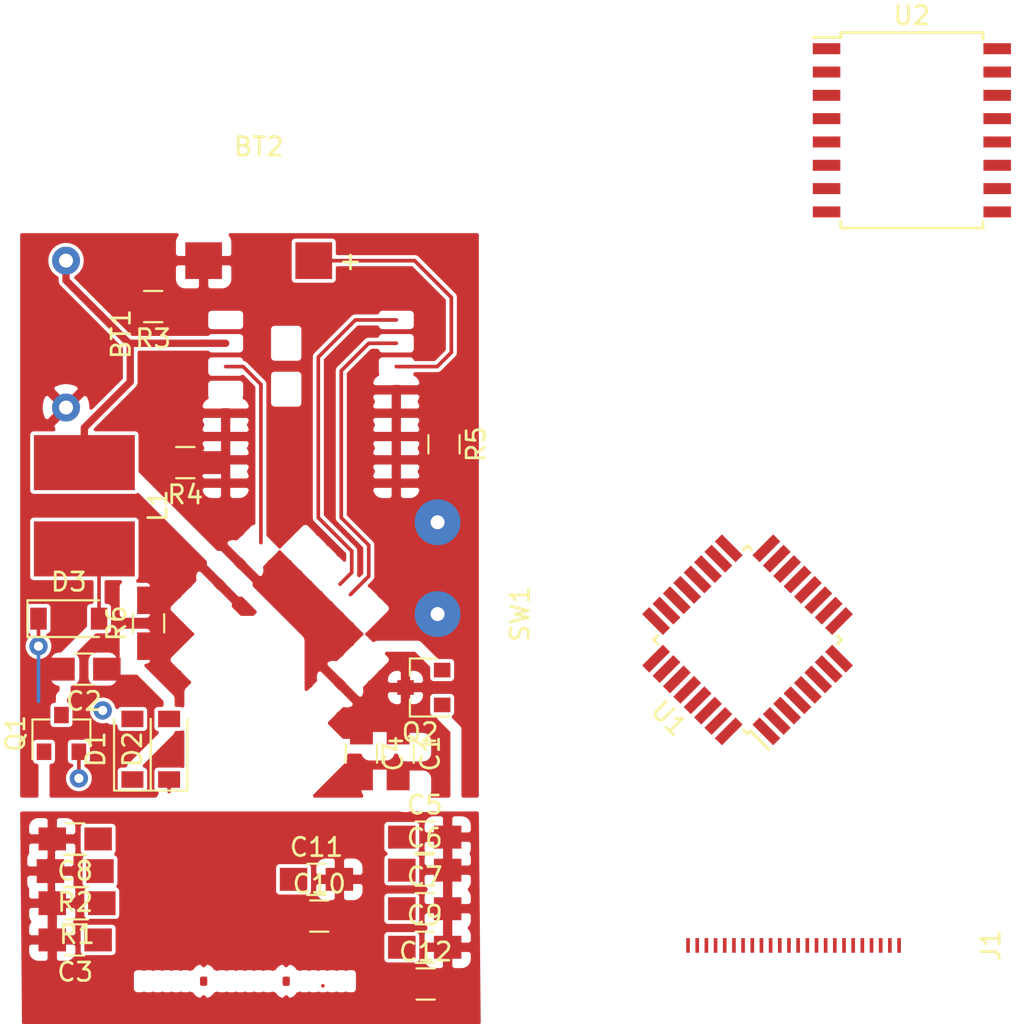
<source format=kicad_pcb>
(kicad_pcb (version 20171130) (host pcbnew 5.1.2-f72e74a~84~ubuntu18.04.1)

  (general
    (thickness 1.6)
    (drawings 0)
    (tracks 46)
    (zones 0)
    (modules 30)
    (nets 49)
  )

  (page A4)
  (title_block
    (title "OTP Tent")
    (date 2019-02-25)
    (rev v01)
    (company "IntegrityNet Solutions and Services")
  )

  (layers
    (0 F.Cu signal)
    (31 B.Cu signal)
    (32 B.Adhes user)
    (33 F.Adhes user)
    (34 B.Paste user)
    (35 F.Paste user)
    (36 B.SilkS user)
    (37 F.SilkS user)
    (38 B.Mask user)
    (39 F.Mask user)
    (40 Dwgs.User user hide)
    (41 Cmts.User user)
    (42 Eco1.User user)
    (43 Eco2.User user)
    (44 Edge.Cuts user)
    (45 Margin user)
    (46 B.CrtYd user)
    (47 F.CrtYd user hide)
    (48 B.Fab user)
    (49 F.Fab user hide)
  )

  (setup
    (last_trace_width 0.2)
    (trace_clearance 0.1)
    (zone_clearance 0.2)
    (zone_45_only no)
    (trace_min 0.2)
    (via_size 1)
    (via_drill 0.5)
    (via_min_size 0.4)
    (via_min_drill 0.3)
    (uvia_size 0.3)
    (uvia_drill 0.1)
    (uvias_allowed no)
    (uvia_min_size 0.2)
    (uvia_min_drill 0.1)
    (edge_width 0.1)
    (segment_width 0.2)
    (pcb_text_width 0.3)
    (pcb_text_size 1.5 1.5)
    (mod_edge_width 0.15)
    (mod_text_size 1 1)
    (mod_text_width 0.15)
    (pad_size 0.8 0.2)
    (pad_drill 0)
    (pad_to_mask_clearance 0)
    (solder_mask_min_width 0.25)
    (aux_axis_origin 0 0)
    (visible_elements FFFFFF7F)
    (pcbplotparams
      (layerselection 0x00080_7ffffffe)
      (usegerberextensions false)
      (usegerberattributes false)
      (usegerberadvancedattributes false)
      (creategerberjobfile false)
      (excludeedgelayer true)
      (linewidth 0.100000)
      (plotframeref false)
      (viasonmask true)
      (mode 1)
      (useauxorigin false)
      (hpglpennumber 1)
      (hpglpenspeed 20)
      (hpglpendiameter 15.000000)
      (psnegative false)
      (psa4output false)
      (plotreference true)
      (plotvalue true)
      (plotinvisibletext false)
      (padsonsilk false)
      (subtractmaskfromsilk false)
      (outputformat 5)
      (mirror false)
      (drillshape 0)
      (scaleselection 1)
      (outputdirectory "plot/svg/"))
  )

  (net 0 "")
  (net 1 VDC)
  (net 2 GND)
  (net 3 Batt)
  (net 4 QGND)
  (net 5 "Net-(C2-Pad1)")
  (net 6 "Net-(C2-Pad2)")
  (net 7 PREVGH)
  (net 8 "Net-(C5-Pad1)")
  (net 9 "Net-(C6-Pad1)")
  (net 10 "Net-(C7-Pad1)")
  (net 11 "Net-(C8-Pad1)")
  (net 12 "Net-(C9-Pad1)")
  (net 13 "Net-(C10-Pad1)")
  (net 14 "Net-(C11-Pad1)")
  (net 15 PREVGL)
  (net 16 "Net-(J1-Pad1)")
  (net 17 GDR)
  (net 18 RESE)
  (net 19 "Net-(J1-Pad6)")
  (net 20 "Net-(J1-Pad7)")
  (net 21 BUSY)
  (net 22 RES)
  (net 23 DC)
  (net 24 CS)
  (net 25 SCLK)
  (net 26 SDI)
  (net 27 "Net-(Q2-Pad2)")
  (net 28 "Net-(U1-Pad2)")
  (net 29 "Net-(U1-Pad9)")
  (net 30 "Net-(U1-Pad23)")
  (net 31 "Net-(U1-Pad10)")
  (net 32 "Net-(U1-Pad25)")
  (net 33 "Net-(U1-Pad26)")
  (net 34 SDA)
  (net 35 SCL)
  (net 36 "Net-(U2-Pad1)")
  (net 37 "Net-(U2-Pad4)")
  (net 38 "Net-(U1-Pad7)")
  (net 39 "Net-(U1-Pad8)")
  (net 40 "Net-(U1-Pad16)")
  (net 41 "Net-(U1-Pad19)")
  (net 42 "Net-(U1-Pad22)")
  (net 43 "Net-(U1-Pad29)")
  (net 44 "Net-(U1-Pad30)")
  (net 45 "Net-(U1-Pad31)")
  (net 46 "Net-(U1-Pad32)")
  (net 47 "Net-(R5-Pad2)")
  (net 48 "Net-(U2-Pad3)")

  (net_class Default "This is the default net class."
    (clearance 0.1)
    (trace_width 0.2)
    (via_dia 1)
    (via_drill 0.5)
    (uvia_dia 0.3)
    (uvia_drill 0.1)
    (diff_pair_width 0.2)
    (diff_pair_gap 0.1)
    (add_net BUSY)
    (add_net Batt)
    (add_net CS)
    (add_net DC)
    (add_net GDR)
    (add_net "Net-(C10-Pad1)")
    (add_net "Net-(C11-Pad1)")
    (add_net "Net-(C2-Pad1)")
    (add_net "Net-(C2-Pad2)")
    (add_net "Net-(C5-Pad1)")
    (add_net "Net-(C6-Pad1)")
    (add_net "Net-(C7-Pad1)")
    (add_net "Net-(C8-Pad1)")
    (add_net "Net-(C9-Pad1)")
    (add_net "Net-(J1-Pad1)")
    (add_net "Net-(J1-Pad6)")
    (add_net "Net-(J1-Pad7)")
    (add_net "Net-(Q2-Pad2)")
    (add_net "Net-(R5-Pad2)")
    (add_net "Net-(U1-Pad10)")
    (add_net "Net-(U1-Pad16)")
    (add_net "Net-(U1-Pad19)")
    (add_net "Net-(U1-Pad2)")
    (add_net "Net-(U1-Pad22)")
    (add_net "Net-(U1-Pad23)")
    (add_net "Net-(U1-Pad25)")
    (add_net "Net-(U1-Pad26)")
    (add_net "Net-(U1-Pad29)")
    (add_net "Net-(U1-Pad30)")
    (add_net "Net-(U1-Pad31)")
    (add_net "Net-(U1-Pad32)")
    (add_net "Net-(U1-Pad7)")
    (add_net "Net-(U1-Pad8)")
    (add_net "Net-(U1-Pad9)")
    (add_net "Net-(U2-Pad1)")
    (add_net "Net-(U2-Pad3)")
    (add_net "Net-(U2-Pad4)")
    (add_net PREVGH)
    (add_net PREVGL)
    (add_net QGND)
    (add_net RES)
    (add_net RESE)
    (add_net SCL)
    (add_net SCLK)
    (add_net SDA)
    (add_net SDI)
  )

  (net_class POWER ""
    (clearance 0.2)
    (trace_width 0.4)
    (via_dia 1)
    (via_drill 0.5)
    (uvia_dia 0.3)
    (uvia_drill 0.1)
    (diff_pair_width 0.2)
    (diff_pair_gap 0.1)
    (add_net GND)
    (add_net VDC)
  )

  (module Package_QFP:TQFP-32_7x7mm_P0.8mm (layer F.Cu) (tedit 5A02F146) (tstamp 5C88A131)
    (at 145.643324 81.653732 135)
    (descr "32-Lead Plastic Thin Quad Flatpack (PT) - 7x7x1.0 mm Body, 2.00 mm [TQFP] (see Microchip Packaging Specification 00000049BS.pdf)")
    (tags "QFP 0.8")
    (path /5C88E47A)
    (attr smd)
    (fp_text reference U1 (at 0 -6.05 315) (layer F.SilkS)
      (effects (font (size 1 1) (thickness 0.15)))
    )
    (fp_text value ATmega328P-AU (at 0 6.05 315) (layer F.Fab)
      (effects (font (size 1 1) (thickness 0.15)))
    )
    (fp_text user %R (at 0 0 315) (layer F.Fab)
      (effects (font (size 1 1) (thickness 0.15)))
    )
    (fp_line (start -2.5 -3.5) (end 3.5 -3.5) (layer F.Fab) (width 0.15))
    (fp_line (start 3.5 -3.5) (end 3.5 3.5) (layer F.Fab) (width 0.15))
    (fp_line (start 3.5 3.5) (end -3.5 3.5) (layer F.Fab) (width 0.15))
    (fp_line (start -3.5 3.5) (end -3.5 -2.5) (layer F.Fab) (width 0.15))
    (fp_line (start -3.5 -2.5) (end -2.5 -3.5) (layer F.Fab) (width 0.15))
    (fp_line (start -5.3 -5.3) (end -5.3 5.3) (layer F.CrtYd) (width 0.05))
    (fp_line (start 5.3 -5.3) (end 5.3 5.3) (layer F.CrtYd) (width 0.05))
    (fp_line (start -5.3 -5.3) (end 5.3 -5.3) (layer F.CrtYd) (width 0.05))
    (fp_line (start -5.3 5.3) (end 5.3 5.3) (layer F.CrtYd) (width 0.05))
    (fp_line (start -3.625 -3.625) (end -3.625 -3.4) (layer F.SilkS) (width 0.15))
    (fp_line (start 3.625 -3.625) (end 3.625 -3.299999) (layer F.SilkS) (width 0.15))
    (fp_line (start 3.625 3.625) (end 3.625 3.299999) (layer F.SilkS) (width 0.15))
    (fp_line (start -3.625 3.625) (end -3.625 3.299999) (layer F.SilkS) (width 0.15))
    (fp_line (start -3.625 -3.625) (end -3.299999 -3.625) (layer F.SilkS) (width 0.15))
    (fp_line (start -3.625 3.625) (end -3.299999 3.625) (layer F.SilkS) (width 0.15))
    (fp_line (start 3.625 3.625) (end 3.299999 3.625) (layer F.SilkS) (width 0.15))
    (fp_line (start 3.625 -3.625) (end 3.299999 -3.625) (layer F.SilkS) (width 0.15))
    (fp_line (start -3.625 -3.4) (end -5.05 -3.4) (layer F.SilkS) (width 0.15))
    (pad 1 smd rect (at -4.25 -2.8 135) (size 1.6 0.55) (layers F.Cu F.Paste F.Mask)
      (net 47 "Net-(R5-Pad2)"))
    (pad 2 smd rect (at -4.25 -2 135) (size 1.6 0.55) (layers F.Cu F.Paste F.Mask)
      (net 28 "Net-(U1-Pad2)"))
    (pad 3 smd rect (at -4.25 -1.2 135) (size 1.6 0.55) (layers F.Cu F.Paste F.Mask)
      (net 2 GND))
    (pad 4 smd rect (at -4.25 -0.4 135) (size 1.6 0.55) (layers F.Cu F.Paste F.Mask)
      (net 1 VDC))
    (pad 5 smd rect (at -4.25 0.4 135) (size 1.6 0.55) (layers F.Cu F.Paste F.Mask)
      (net 2 GND))
    (pad 6 smd rect (at -4.25 1.2 135) (size 1.6 0.55) (layers F.Cu F.Paste F.Mask)
      (net 1 VDC))
    (pad 7 smd rect (at -4.25 2 135) (size 1.6 0.55) (layers F.Cu F.Paste F.Mask)
      (net 38 "Net-(U1-Pad7)"))
    (pad 8 smd rect (at -4.25 2.8 135) (size 1.6 0.55) (layers F.Cu F.Paste F.Mask)
      (net 39 "Net-(U1-Pad8)"))
    (pad 9 smd rect (at -2.8 4.25 225) (size 1.6 0.55) (layers F.Cu F.Paste F.Mask)
      (net 29 "Net-(U1-Pad9)"))
    (pad 10 smd rect (at -2 4.25 225) (size 1.6 0.55) (layers F.Cu F.Paste F.Mask)
      (net 31 "Net-(U1-Pad10)"))
    (pad 11 smd rect (at -1.2 4.25 225) (size 1.6 0.55) (layers F.Cu F.Paste F.Mask)
      (net 21 BUSY))
    (pad 12 smd rect (at -0.4 4.25 225) (size 1.6 0.55) (layers F.Cu F.Paste F.Mask)
      (net 22 RES))
    (pad 13 smd rect (at 0.4 4.25 225) (size 1.6 0.55) (layers F.Cu F.Paste F.Mask)
      (net 23 DC))
    (pad 14 smd rect (at 1.2 4.25 225) (size 1.6 0.55) (layers F.Cu F.Paste F.Mask)
      (net 24 CS))
    (pad 15 smd rect (at 2 4.25 225) (size 1.6 0.55) (layers F.Cu F.Paste F.Mask)
      (net 26 SDI))
    (pad 16 smd rect (at 2.8 4.25 225) (size 1.6 0.55) (layers F.Cu F.Paste F.Mask)
      (net 40 "Net-(U1-Pad16)"))
    (pad 17 smd rect (at 4.25 2.8 135) (size 1.6 0.55) (layers F.Cu F.Paste F.Mask)
      (net 25 SCLK))
    (pad 18 smd rect (at 4.25 2 135) (size 1.6 0.55) (layers F.Cu F.Paste F.Mask)
      (net 1 VDC))
    (pad 19 smd rect (at 4.25 1.2 135) (size 1.6 0.55) (layers F.Cu F.Paste F.Mask)
      (net 41 "Net-(U1-Pad19)"))
    (pad 20 smd rect (at 4.25 0.4 135) (size 1.6 0.55) (layers F.Cu F.Paste F.Mask)
      (net 1 VDC))
    (pad 21 smd rect (at 4.25 -0.4 135) (size 1.6 0.55) (layers F.Cu F.Paste F.Mask)
      (net 2 GND))
    (pad 22 smd rect (at 4.25 -1.2 135) (size 1.6 0.55) (layers F.Cu F.Paste F.Mask)
      (net 42 "Net-(U1-Pad22)"))
    (pad 23 smd rect (at 4.25 -2 135) (size 1.6 0.55) (layers F.Cu F.Paste F.Mask)
      (net 30 "Net-(U1-Pad23)"))
    (pad 24 smd rect (at 4.25 -2.8 135) (size 1.6 0.55) (layers F.Cu F.Paste F.Mask)
      (net 27 "Net-(Q2-Pad2)"))
    (pad 25 smd rect (at 2.8 -4.25 225) (size 1.6 0.55) (layers F.Cu F.Paste F.Mask)
      (net 32 "Net-(U1-Pad25)"))
    (pad 26 smd rect (at 2 -4.25 225) (size 1.6 0.55) (layers F.Cu F.Paste F.Mask)
      (net 33 "Net-(U1-Pad26)"))
    (pad 27 smd rect (at 1.2 -4.25 225) (size 1.6 0.55) (layers F.Cu F.Paste F.Mask)
      (net 34 SDA))
    (pad 28 smd rect (at 0.4 -4.25 225) (size 1.6 0.55) (layers F.Cu F.Paste F.Mask)
      (net 35 SCL))
    (pad 29 smd rect (at -0.4 -4.25 225) (size 1.6 0.55) (layers F.Cu F.Paste F.Mask)
      (net 43 "Net-(U1-Pad29)"))
    (pad 30 smd rect (at -1.2 -4.25 225) (size 1.6 0.55) (layers F.Cu F.Paste F.Mask)
      (net 44 "Net-(U1-Pad30)"))
    (pad 31 smd rect (at -2 -4.25 225) (size 1.6 0.55) (layers F.Cu F.Paste F.Mask)
      (net 45 "Net-(U1-Pad31)"))
    (pad 32 smd rect (at -2.8 -4.25 225) (size 1.6 0.55) (layers F.Cu F.Paste F.Mask)
      (net 46 "Net-(U1-Pad32)"))
    (model ${KISYS3DMOD}/Package_QFP.3dshapes/TQFP-32_7x7mm_P0.8mm.wrl
      (at (xyz 0 0 0))
      (scale (xyz 1 1 1))
      (rotate (xyz 0 0 0))
    )
  )

  (module otp:FPC24 (layer F.Cu) (tedit 5CCCD7BB) (tstamp 5CCCFF20)
    (at 147.9 98.3 90)
    (path /5C7151EB)
    (fp_text reference J1 (at 0 11 90) (layer F.SilkS)
      (effects (font (size 1 1) (thickness 0.15)))
    )
    (fp_text value FPC24 (at 0 -9.5 90) (layer F.Fab)
      (effects (font (size 1 1) (thickness 0.15)))
    )
    (fp_circle (center 0 -7.5) (end 0.5 -7.5) (layer F.Mask) (width 1))
    (pad 1 smd rect (at 0 6 90) (size 0.8 0.2) (layers F.Cu F.Paste F.Mask)
      (net 16 "Net-(J1-Pad1)"))
    (pad 2 smd rect (at 0 5.5 90) (size 0.8 0.2) (layers F.Cu F.Paste F.Mask)
      (net 17 GDR))
    (pad 3 smd rect (at 0 5 90) (size 0.8 0.2) (layers F.Cu F.Paste F.Mask)
      (net 18 RESE))
    (pad 4 smd rect (at 0 4.5 90) (size 0.8 0.2) (layers F.Cu F.Paste F.Mask)
      (net 10 "Net-(C7-Pad1)"))
    (pad 5 smd rect (at 0 4 90) (size 0.8 0.2) (layers F.Cu F.Paste F.Mask)
      (net 13 "Net-(C10-Pad1)"))
    (pad 6 smd rect (at 0 3.5 90) (size 0.8 0.2) (layers F.Cu F.Paste F.Mask)
      (net 19 "Net-(J1-Pad6)"))
    (pad 7 smd rect (at 0 3 90) (size 0.8 0.2) (layers F.Cu F.Paste F.Mask)
      (net 20 "Net-(J1-Pad7)"))
    (pad 8 smd rect (at 0 2.5 90) (size 0.8 0.2) (layers F.Cu F.Paste F.Mask)
      (net 4 QGND))
    (pad 9 smd rect (at 0 2 90) (size 0.8 0.2) (layers F.Cu F.Paste F.Mask)
      (net 21 BUSY))
    (pad 10 smd rect (at 0 1.5 90) (size 0.8 0.2) (layers F.Cu F.Paste F.Mask)
      (net 22 RES))
    (pad 11 smd rect (at 0 1 90) (size 0.8 0.2) (layers F.Cu F.Paste F.Mask)
      (net 23 DC))
    (pad 12 smd rect (at 0 0.5 90) (size 0.8 0.2) (layers F.Cu F.Paste F.Mask)
      (net 24 CS))
    (pad 13 smd rect (at 0 0 90) (size 0.8 0.2) (layers F.Cu F.Paste F.Mask)
      (net 25 SCLK))
    (pad 14 smd rect (at 0 -0.5 90) (size 0.8 0.2) (layers F.Cu F.Paste F.Mask)
      (net 26 SDI))
    (pad 15 smd rect (at 0 -1 90) (size 0.8 0.2) (layers F.Cu F.Paste F.Mask)
      (net 1 VDC))
    (pad 16 smd rect (at 0 -1.5 90) (size 0.8 0.2) (layers F.Cu F.Paste F.Mask)
      (net 1 VDC))
    (pad 17 smd rect (at 0 -2 90) (size 0.8 0.2) (layers F.Cu F.Paste F.Mask)
      (net 4 QGND))
    (pad 18 smd rect (at 0 -2.5 90) (size 0.8 0.2) (layers F.Cu F.Paste F.Mask)
      (net 11 "Net-(C8-Pad1)"))
    (pad 19 smd rect (at 0 -3 90) (size 0.8 0.2) (layers F.Cu F.Paste F.Mask)
      (net 14 "Net-(C11-Pad1)"))
    (pad 20 smd rect (at 0 -3.5 90) (size 0.8 0.2) (layers F.Cu F.Paste F.Mask)
      (net 8 "Net-(C5-Pad1)"))
    (pad 21 smd rect (at 0 -4 90) (size 0.8 0.2) (layers F.Cu F.Paste F.Mask)
      (net 7 PREVGH))
    (pad 22 smd rect (at 0 -4.5 90) (size 0.8 0.2) (layers F.Cu F.Paste F.Mask)
      (net 12 "Net-(C9-Pad1)"))
    (pad 23 smd rect (at 0 -5 90) (size 0.8 0.2) (layers F.Cu F.Paste F.Mask)
      (net 15 PREVGL))
    (pad 24 smd rect (at 0 -5.5 90) (size 0.8 0.2) (layers F.Cu F.Paste F.Mask)
      (net 9 "Net-(C6-Pad1)"))
  )

  (module millk:pushbutton_2pin (layer F.Cu) (tedit 5CCA8BA0) (tstamp 5CCAD7CA)
    (at 133.75 80.25 270)
    (path /5CD2E906)
    (fp_text reference SW1 (at 0 0.5 90) (layer F.SilkS)
      (effects (font (size 1 1) (thickness 0.15)))
    )
    (fp_text value Switch_SW_Push (at 0 -0.5 90) (layer F.Fab)
      (effects (font (size 1 1) (thickness 0.15)))
    )
    (pad 2 thru_hole circle (at 0 5 270) (size 2.5 2.5) (drill 0.762) (layers *.Cu *.Mask)
      (net 1 VDC))
    (pad 1 thru_hole circle (at -5 5 270) (size 2.5 2.5) (drill 0.762) (layers *.Cu *.Mask)
      (net 47 "Net-(R5-Pad2)"))
  )

  (module Capacitors_SMD:C_0805_HandSoldering (layer F.Cu) (tedit 58AA84A8) (tstamp 5CCAD7C4)
    (at 113 80.75 90)
    (descr "Capacitor SMD 0805, hand soldering")
    (tags "capacitor 0805")
    (path /5CD1496B)
    (attr smd)
    (fp_text reference R6 (at 0 -1.75 90) (layer F.SilkS)
      (effects (font (size 1 1) (thickness 0.15)))
    )
    (fp_text value R (at 0 1.75 90) (layer F.Fab)
      (effects (font (size 1 1) (thickness 0.15)))
    )
    (fp_text user %R (at 0 -1.75 90) (layer F.Fab)
      (effects (font (size 1 1) (thickness 0.15)))
    )
    (fp_line (start -1 0.62) (end -1 -0.62) (layer F.Fab) (width 0.1))
    (fp_line (start 1 0.62) (end -1 0.62) (layer F.Fab) (width 0.1))
    (fp_line (start 1 -0.62) (end 1 0.62) (layer F.Fab) (width 0.1))
    (fp_line (start -1 -0.62) (end 1 -0.62) (layer F.Fab) (width 0.1))
    (fp_line (start 0.5 -0.85) (end -0.5 -0.85) (layer F.SilkS) (width 0.12))
    (fp_line (start -0.5 0.85) (end 0.5 0.85) (layer F.SilkS) (width 0.12))
    (fp_line (start -2.25 -0.88) (end 2.25 -0.88) (layer F.CrtYd) (width 0.05))
    (fp_line (start -2.25 -0.88) (end -2.25 0.87) (layer F.CrtYd) (width 0.05))
    (fp_line (start 2.25 0.87) (end 2.25 -0.88) (layer F.CrtYd) (width 0.05))
    (fp_line (start 2.25 0.87) (end -2.25 0.87) (layer F.CrtYd) (width 0.05))
    (pad 1 smd rect (at -1.25 0 90) (size 1.5 1.25) (layers F.Cu F.Paste F.Mask)
      (net 1 VDC))
    (pad 2 smd rect (at 1.25 0 90) (size 1.5 1.25) (layers F.Cu F.Paste F.Mask)
      (net 18 RESE))
    (model Capacitors_SMD.3dshapes/C_0805.wrl
      (at (xyz 0 0 0))
      (scale (xyz 1 1 1))
      (rotate (xyz 0 0 0))
    )
  )

  (module Capacitors_SMD:C_0805_HandSoldering (layer F.Cu) (tedit 58AA84A8) (tstamp 5CCAD7C1)
    (at 129.1 71 270)
    (descr "Capacitor SMD 0805, hand soldering")
    (tags "capacitor 0805")
    (path /5CD49CA8)
    (attr smd)
    (fp_text reference R5 (at 0 -1.75 90) (layer F.SilkS)
      (effects (font (size 1 1) (thickness 0.15)))
    )
    (fp_text value R (at 0 1.75 90) (layer F.Fab)
      (effects (font (size 1 1) (thickness 0.15)))
    )
    (fp_text user %R (at 0 -1.75 90) (layer F.Fab)
      (effects (font (size 1 1) (thickness 0.15)))
    )
    (fp_line (start -1 0.62) (end -1 -0.62) (layer F.Fab) (width 0.1))
    (fp_line (start 1 0.62) (end -1 0.62) (layer F.Fab) (width 0.1))
    (fp_line (start 1 -0.62) (end 1 0.62) (layer F.Fab) (width 0.1))
    (fp_line (start -1 -0.62) (end 1 -0.62) (layer F.Fab) (width 0.1))
    (fp_line (start 0.5 -0.85) (end -0.5 -0.85) (layer F.SilkS) (width 0.12))
    (fp_line (start -0.5 0.85) (end 0.5 0.85) (layer F.SilkS) (width 0.12))
    (fp_line (start -2.25 -0.88) (end 2.25 -0.88) (layer F.CrtYd) (width 0.05))
    (fp_line (start -2.25 -0.88) (end -2.25 0.87) (layer F.CrtYd) (width 0.05))
    (fp_line (start 2.25 0.87) (end 2.25 -0.88) (layer F.CrtYd) (width 0.05))
    (fp_line (start 2.25 0.87) (end -2.25 0.87) (layer F.CrtYd) (width 0.05))
    (pad 1 smd rect (at -1.25 0 270) (size 1.5 1.25) (layers F.Cu F.Paste F.Mask)
      (net 2 GND))
    (pad 2 smd rect (at 1.25 0 270) (size 1.5 1.25) (layers F.Cu F.Paste F.Mask)
      (net 47 "Net-(R5-Pad2)"))
    (model Capacitors_SMD.3dshapes/C_0805.wrl
      (at (xyz 0 0 0))
      (scale (xyz 1 1 1))
      (rotate (xyz 0 0 0))
    )
  )

  (module Capacitors_SMD:C_0805_HandSoldering (layer F.Cu) (tedit 58AA84A8) (tstamp 5CCAD7BE)
    (at 115 72 180)
    (descr "Capacitor SMD 0805, hand soldering")
    (tags "capacitor 0805")
    (path /5CCCF0BD)
    (attr smd)
    (fp_text reference R4 (at 0 -1.75) (layer F.SilkS)
      (effects (font (size 1 1) (thickness 0.15)))
    )
    (fp_text value R (at 0 1.75) (layer F.Fab)
      (effects (font (size 1 1) (thickness 0.15)))
    )
    (fp_text user %R (at 0 -1.75) (layer F.Fab)
      (effects (font (size 1 1) (thickness 0.15)))
    )
    (fp_line (start -1 0.62) (end -1 -0.62) (layer F.Fab) (width 0.1))
    (fp_line (start 1 0.62) (end -1 0.62) (layer F.Fab) (width 0.1))
    (fp_line (start 1 -0.62) (end 1 0.62) (layer F.Fab) (width 0.1))
    (fp_line (start -1 -0.62) (end 1 -0.62) (layer F.Fab) (width 0.1))
    (fp_line (start 0.5 -0.85) (end -0.5 -0.85) (layer F.SilkS) (width 0.12))
    (fp_line (start -0.5 0.85) (end 0.5 0.85) (layer F.SilkS) (width 0.12))
    (fp_line (start -2.25 -0.88) (end 2.25 -0.88) (layer F.CrtYd) (width 0.05))
    (fp_line (start -2.25 -0.88) (end -2.25 0.87) (layer F.CrtYd) (width 0.05))
    (fp_line (start 2.25 0.87) (end 2.25 -0.88) (layer F.CrtYd) (width 0.05))
    (fp_line (start 2.25 0.87) (end -2.25 0.87) (layer F.CrtYd) (width 0.05))
    (pad 1 smd rect (at -1.25 0 180) (size 1.5 1.25) (layers F.Cu F.Paste F.Mask)
      (net 34 SDA))
    (pad 2 smd rect (at 1.25 0 180) (size 1.5 1.25) (layers F.Cu F.Paste F.Mask)
      (net 1 VDC))
    (model Capacitors_SMD.3dshapes/C_0805.wrl
      (at (xyz 0 0 0))
      (scale (xyz 1 1 1))
      (rotate (xyz 0 0 0))
    )
  )

  (module Capacitors_SMD:C_0805_HandSoldering (layer F.Cu) (tedit 58AA84A8) (tstamp 5CCAD7BB)
    (at 113.25 63.5 180)
    (descr "Capacitor SMD 0805, hand soldering")
    (tags "capacitor 0805")
    (path /5CCCE5AC)
    (attr smd)
    (fp_text reference R3 (at 0 -1.75) (layer F.SilkS)
      (effects (font (size 1 1) (thickness 0.15)))
    )
    (fp_text value R (at 0 1.75) (layer F.Fab)
      (effects (font (size 1 1) (thickness 0.15)))
    )
    (fp_text user %R (at 0 -1.75) (layer F.Fab)
      (effects (font (size 1 1) (thickness 0.15)))
    )
    (fp_line (start -1 0.62) (end -1 -0.62) (layer F.Fab) (width 0.1))
    (fp_line (start 1 0.62) (end -1 0.62) (layer F.Fab) (width 0.1))
    (fp_line (start 1 -0.62) (end 1 0.62) (layer F.Fab) (width 0.1))
    (fp_line (start -1 -0.62) (end 1 -0.62) (layer F.Fab) (width 0.1))
    (fp_line (start 0.5 -0.85) (end -0.5 -0.85) (layer F.SilkS) (width 0.12))
    (fp_line (start -0.5 0.85) (end 0.5 0.85) (layer F.SilkS) (width 0.12))
    (fp_line (start -2.25 -0.88) (end 2.25 -0.88) (layer F.CrtYd) (width 0.05))
    (fp_line (start -2.25 -0.88) (end -2.25 0.87) (layer F.CrtYd) (width 0.05))
    (fp_line (start 2.25 0.87) (end 2.25 -0.88) (layer F.CrtYd) (width 0.05))
    (fp_line (start 2.25 0.87) (end -2.25 0.87) (layer F.CrtYd) (width 0.05))
    (pad 1 smd rect (at -1.25 0 180) (size 1.5 1.25) (layers F.Cu F.Paste F.Mask)
      (net 35 SCL))
    (pad 2 smd rect (at 1.25 0 180) (size 1.5 1.25) (layers F.Cu F.Paste F.Mask)
      (net 1 VDC))
    (model Capacitors_SMD.3dshapes/C_0805.wrl
      (at (xyz 0 0 0))
      (scale (xyz 1 1 1))
      (rotate (xyz 0 0 0))
    )
  )

  (module otp:Battery_pack_connector (layer F.Cu) (tedit 5C7381D0) (tstamp 5C889F6D)
    (at 108.5 65 90)
    (path /5C7CB3D8)
    (fp_text reference BT1 (at 0 3 90) (layer F.SilkS)
      (effects (font (size 1 1) (thickness 0.15)))
    )
    (fp_text value "Battery 3V" (at 0 -3 90) (layer F.Fab)
      (effects (font (size 1 1) (thickness 0.15)))
    )
    (fp_line (start 4 2) (end 4 4) (layer F.Mask) (width 0.5))
    (fp_line (start 3 3) (end 5 3) (layer F.Mask) (width 0.5))
    (pad 1 thru_hole circle (at 4 0 90) (size 1.524 1.524) (drill 0.762) (layers *.Cu *.Mask)
      (net 1 VDC))
    (pad 2 thru_hole circle (at -4 0 90) (size 1.524 1.524) (drill 0.762) (layers *.Cu *.Mask)
      (net 2 GND))
  )

  (module "otp:Cell Battery SMD" (layer F.Cu) (tedit 5C8897C7) (tstamp 5C889F74)
    (at 119 61 180)
    (path /5C7C1C30)
    (fp_text reference BT2 (at -0.01 6.21 180) (layer F.SilkS)
      (effects (font (size 1 1) (thickness 0.15)))
    )
    (fp_text value "Cell Battery 3V" (at -0.01 -6.62 180) (layer F.Fab)
      (effects (font (size 1 1) (thickness 0.15)))
    )
    (fp_text user + (at -5 0 180) (layer F.SilkS)
      (effects (font (size 1 1) (thickness 0.15)))
    )
    (pad 1 smd rect (at -3 0 180) (size 2 2) (layers F.Cu F.Paste F.Mask)
      (net 3 Batt))
    (pad 2 smd rect (at 3 0 180) (size 2 2) (layers F.Cu F.Paste F.Mask)
      (net 2 GND))
  )

  (module otp:CD54 (layer F.Cu) (tedit 5C737522) (tstamp 5C88A0AE)
    (at 109.5 74.35 90)
    (path /5C73205A)
    (fp_text reference L1 (at 0 4 90) (layer F.SilkS)
      (effects (font (size 1 1) (thickness 0.15)))
    )
    (fp_text value "10uH 1A" (at 0 -4 90) (layer F.Fab)
      (effects (font (size 1 1) (thickness 0.15)))
    )
    (pad 1 smd rect (at 2.35 0 90) (size 3 5.5) (layers F.Cu F.Paste F.Mask)
      (net 1 VDC))
    (pad 2 smd rect (at -2.35 0 90) (size 3 5.5) (layers F.Cu F.Paste F.Mask)
      (net 6 "Net-(C2-Pad2)"))
  )

  (module Package_SO:SOIC-16W_7.5x10.3mm_P1.27mm (layer F.Cu) (tedit 5A02F2D3) (tstamp 5C88A156)
    (at 154.6 53.9)
    (descr "16-Lead Plastic Small Outline (SO) - Wide, 7.50 mm Body [SOIC] (see Microchip Packaging Specification 00000049BS.pdf)")
    (tags "SOIC 1.27")
    (path /5C77DB5D)
    (attr smd)
    (fp_text reference U2 (at 0 -6.25) (layer F.SilkS)
      (effects (font (size 1 1) (thickness 0.15)))
    )
    (fp_text value DS3231M (at 0 6.25) (layer F.Fab)
      (effects (font (size 1 1) (thickness 0.15)))
    )
    (fp_text user %R (at 0 0) (layer F.Fab)
      (effects (font (size 1 1) (thickness 0.15)))
    )
    (fp_line (start -2.75 -5.15) (end 3.75 -5.15) (layer F.Fab) (width 0.15))
    (fp_line (start 3.75 -5.15) (end 3.75 5.15) (layer F.Fab) (width 0.15))
    (fp_line (start 3.75 5.15) (end -3.75 5.15) (layer F.Fab) (width 0.15))
    (fp_line (start -3.75 5.15) (end -3.75 -4.15) (layer F.Fab) (width 0.15))
    (fp_line (start -3.75 -4.15) (end -2.75 -5.15) (layer F.Fab) (width 0.15))
    (fp_line (start -5.65 -5.5) (end -5.65 5.5) (layer F.CrtYd) (width 0.05))
    (fp_line (start 5.65 -5.5) (end 5.65 5.5) (layer F.CrtYd) (width 0.05))
    (fp_line (start -5.65 -5.5) (end 5.65 -5.5) (layer F.CrtYd) (width 0.05))
    (fp_line (start -5.65 5.5) (end 5.65 5.5) (layer F.CrtYd) (width 0.05))
    (fp_line (start -3.875 -5.325) (end -3.875 -5.05) (layer F.SilkS) (width 0.15))
    (fp_line (start 3.875 -5.325) (end 3.875 -4.97) (layer F.SilkS) (width 0.15))
    (fp_line (start 3.875 5.325) (end 3.875 4.97) (layer F.SilkS) (width 0.15))
    (fp_line (start -3.875 5.325) (end -3.875 4.97) (layer F.SilkS) (width 0.15))
    (fp_line (start -3.875 -5.325) (end 3.875 -5.325) (layer F.SilkS) (width 0.15))
    (fp_line (start -3.875 5.325) (end 3.875 5.325) (layer F.SilkS) (width 0.15))
    (fp_line (start -3.875 -5.05) (end -5.4 -5.05) (layer F.SilkS) (width 0.15))
    (pad 1 smd rect (at -4.65 -4.445) (size 1.5 0.6) (layers F.Cu F.Paste F.Mask)
      (net 36 "Net-(U2-Pad1)"))
    (pad 2 smd rect (at -4.65 -3.175) (size 1.5 0.6) (layers F.Cu F.Paste F.Mask)
      (net 1 VDC))
    (pad 3 smd rect (at -4.65 -1.905) (size 1.5 0.6) (layers F.Cu F.Paste F.Mask)
      (net 48 "Net-(U2-Pad3)"))
    (pad 4 smd rect (at -4.65 -0.635) (size 1.5 0.6) (layers F.Cu F.Paste F.Mask)
      (net 37 "Net-(U2-Pad4)"))
    (pad 5 smd rect (at -4.65 0.635) (size 1.5 0.6) (layers F.Cu F.Paste F.Mask)
      (net 2 GND))
    (pad 6 smd rect (at -4.65 1.905) (size 1.5 0.6) (layers F.Cu F.Paste F.Mask)
      (net 2 GND))
    (pad 7 smd rect (at -4.65 3.175) (size 1.5 0.6) (layers F.Cu F.Paste F.Mask)
      (net 2 GND))
    (pad 8 smd rect (at -4.65 4.445) (size 1.5 0.6) (layers F.Cu F.Paste F.Mask)
      (net 2 GND))
    (pad 9 smd rect (at 4.65 4.445) (size 1.5 0.6) (layers F.Cu F.Paste F.Mask)
      (net 2 GND))
    (pad 10 smd rect (at 4.65 3.175) (size 1.5 0.6) (layers F.Cu F.Paste F.Mask)
      (net 2 GND))
    (pad 11 smd rect (at 4.65 1.905) (size 1.5 0.6) (layers F.Cu F.Paste F.Mask)
      (net 2 GND))
    (pad 12 smd rect (at 4.65 0.635) (size 1.5 0.6) (layers F.Cu F.Paste F.Mask)
      (net 2 GND))
    (pad 13 smd rect (at 4.65 -0.635) (size 1.5 0.6) (layers F.Cu F.Paste F.Mask)
      (net 2 GND))
    (pad 14 smd rect (at 4.65 -1.905) (size 1.5 0.6) (layers F.Cu F.Paste F.Mask)
      (net 3 Batt))
    (pad 15 smd rect (at 4.65 -3.175) (size 1.5 0.6) (layers F.Cu F.Paste F.Mask)
      (net 34 SDA))
    (pad 16 smd rect (at 4.65 -4.445) (size 1.5 0.6) (layers F.Cu F.Paste F.Mask)
      (net 35 SCL))
    (model ${KISYS3DMOD}/Package_SO.3dshapes/SOIC-16W_7.5x10.3mm_P1.27mm.wrl
      (at (xyz 0 0 0))
      (scale (xyz 1 1 1))
      (rotate (xyz 0 0 0))
    )
  )

  (module Capacitors_SMD:C_0805_HandSoldering (layer F.Cu) (tedit 58AA84A8) (tstamp 5CCD06A9)
    (at 126.6 87.85 270)
    (descr "Capacitor SMD 0805, hand soldering")
    (tags "capacitor 0805")
    (path /5C732EE8)
    (attr smd)
    (fp_text reference C1 (at 0 -1.75 90) (layer F.SilkS)
      (effects (font (size 1 1) (thickness 0.15)))
    )
    (fp_text value 4.7uF/50V (at 0 1.75 90) (layer F.Fab)
      (effects (font (size 1 1) (thickness 0.15)))
    )
    (fp_line (start 2.25 0.87) (end -2.25 0.87) (layer F.CrtYd) (width 0.05))
    (fp_line (start 2.25 0.87) (end 2.25 -0.88) (layer F.CrtYd) (width 0.05))
    (fp_line (start -2.25 -0.88) (end -2.25 0.87) (layer F.CrtYd) (width 0.05))
    (fp_line (start -2.25 -0.88) (end 2.25 -0.88) (layer F.CrtYd) (width 0.05))
    (fp_line (start -0.5 0.85) (end 0.5 0.85) (layer F.SilkS) (width 0.12))
    (fp_line (start 0.5 -0.85) (end -0.5 -0.85) (layer F.SilkS) (width 0.12))
    (fp_line (start -1 -0.62) (end 1 -0.62) (layer F.Fab) (width 0.1))
    (fp_line (start 1 -0.62) (end 1 0.62) (layer F.Fab) (width 0.1))
    (fp_line (start 1 0.62) (end -1 0.62) (layer F.Fab) (width 0.1))
    (fp_line (start -1 0.62) (end -1 -0.62) (layer F.Fab) (width 0.1))
    (fp_text user %R (at 0 -1.75 90) (layer F.Fab)
      (effects (font (size 1 1) (thickness 0.15)))
    )
    (pad 2 smd rect (at 1.25 0 270) (size 1.5 1.25) (layers F.Cu F.Paste F.Mask)
      (net 4 QGND))
    (pad 1 smd rect (at -1.25 0 270) (size 1.5 1.25) (layers F.Cu F.Paste F.Mask)
      (net 1 VDC))
    (model Capacitors_SMD.3dshapes/C_0805.wrl
      (at (xyz 0 0 0))
      (scale (xyz 1 1 1))
      (rotate (xyz 0 0 0))
    )
  )

  (module Capacitors_SMD:C_0805_HandSoldering (layer F.Cu) (tedit 58AA84A8) (tstamp 5CCD06B9)
    (at 109.475 83.25 180)
    (descr "Capacitor SMD 0805, hand soldering")
    (tags "capacitor 0805")
    (path /5C750133)
    (attr smd)
    (fp_text reference C2 (at 0 -1.75) (layer F.SilkS)
      (effects (font (size 1 1) (thickness 0.15)))
    )
    (fp_text value 4.7uF/50V (at 0 1.75) (layer F.Fab)
      (effects (font (size 1 1) (thickness 0.15)))
    )
    (fp_line (start 2.25 0.87) (end -2.25 0.87) (layer F.CrtYd) (width 0.05))
    (fp_line (start 2.25 0.87) (end 2.25 -0.88) (layer F.CrtYd) (width 0.05))
    (fp_line (start -2.25 -0.88) (end -2.25 0.87) (layer F.CrtYd) (width 0.05))
    (fp_line (start -2.25 -0.88) (end 2.25 -0.88) (layer F.CrtYd) (width 0.05))
    (fp_line (start -0.5 0.85) (end 0.5 0.85) (layer F.SilkS) (width 0.12))
    (fp_line (start 0.5 -0.85) (end -0.5 -0.85) (layer F.SilkS) (width 0.12))
    (fp_line (start -1 -0.62) (end 1 -0.62) (layer F.Fab) (width 0.1))
    (fp_line (start 1 -0.62) (end 1 0.62) (layer F.Fab) (width 0.1))
    (fp_line (start 1 0.62) (end -1 0.62) (layer F.Fab) (width 0.1))
    (fp_line (start -1 0.62) (end -1 -0.62) (layer F.Fab) (width 0.1))
    (fp_text user %R (at 0 -1.75) (layer F.Fab)
      (effects (font (size 1 1) (thickness 0.15)))
    )
    (pad 2 smd rect (at 1.25 0 180) (size 1.5 1.25) (layers F.Cu F.Paste F.Mask)
      (net 6 "Net-(C2-Pad2)"))
    (pad 1 smd rect (at -1.25 0 180) (size 1.5 1.25) (layers F.Cu F.Paste F.Mask)
      (net 5 "Net-(C2-Pad1)"))
    (model Capacitors_SMD.3dshapes/C_0805.wrl
      (at (xyz 0 0 0))
      (scale (xyz 1 1 1))
      (rotate (xyz 0 0 0))
    )
  )

  (module Capacitors_SMD:C_0805_HandSoldering (layer F.Cu) (tedit 58AA84A8) (tstamp 5CCD06D9)
    (at 109 98 180)
    (descr "Capacitor SMD 0805, hand soldering")
    (tags "capacitor 0805")
    (path /5C74AD3B)
    (attr smd)
    (fp_text reference C3 (at 0 -1.75) (layer F.SilkS)
      (effects (font (size 1 1) (thickness 0.15)))
    )
    (fp_text value 4.7uF/50V (at 0 1.75) (layer F.Fab)
      (effects (font (size 1 1) (thickness 0.15)))
    )
    (fp_text user %R (at 0 -1.75) (layer F.Fab)
      (effects (font (size 1 1) (thickness 0.15)))
    )
    (fp_line (start -1 0.62) (end -1 -0.62) (layer F.Fab) (width 0.1))
    (fp_line (start 1 0.62) (end -1 0.62) (layer F.Fab) (width 0.1))
    (fp_line (start 1 -0.62) (end 1 0.62) (layer F.Fab) (width 0.1))
    (fp_line (start -1 -0.62) (end 1 -0.62) (layer F.Fab) (width 0.1))
    (fp_line (start 0.5 -0.85) (end -0.5 -0.85) (layer F.SilkS) (width 0.12))
    (fp_line (start -0.5 0.85) (end 0.5 0.85) (layer F.SilkS) (width 0.12))
    (fp_line (start -2.25 -0.88) (end 2.25 -0.88) (layer F.CrtYd) (width 0.05))
    (fp_line (start -2.25 -0.88) (end -2.25 0.87) (layer F.CrtYd) (width 0.05))
    (fp_line (start 2.25 0.87) (end 2.25 -0.88) (layer F.CrtYd) (width 0.05))
    (fp_line (start 2.25 0.87) (end -2.25 0.87) (layer F.CrtYd) (width 0.05))
    (pad 1 smd rect (at -1.25 0 180) (size 1.5 1.25) (layers F.Cu F.Paste F.Mask)
      (net 7 PREVGH))
    (pad 2 smd rect (at 1.25 0 180) (size 1.5 1.25) (layers F.Cu F.Paste F.Mask)
      (net 4 QGND))
    (model Capacitors_SMD.3dshapes/C_0805.wrl
      (at (xyz 0 0 0))
      (scale (xyz 1 1 1))
      (rotate (xyz 0 0 0))
    )
  )

  (module Capacitors_SMD:C_0805_HandSoldering (layer F.Cu) (tedit 58AA84A8) (tstamp 5CCD06DA)
    (at 124.6 87.85 270)
    (descr "Capacitor SMD 0805, hand soldering")
    (tags "capacitor 0805")
    (path /5C722AB0)
    (attr smd)
    (fp_text reference C4 (at 0 -1.75 90) (layer F.SilkS)
      (effects (font (size 1 1) (thickness 0.15)))
    )
    (fp_text value 1uF/50V (at 0 1.75 90) (layer F.Fab)
      (effects (font (size 1 1) (thickness 0.15)))
    )
    (fp_text user %R (at 0 -1.75 90) (layer F.Fab)
      (effects (font (size 1 1) (thickness 0.15)))
    )
    (fp_line (start -1 0.62) (end -1 -0.62) (layer F.Fab) (width 0.1))
    (fp_line (start 1 0.62) (end -1 0.62) (layer F.Fab) (width 0.1))
    (fp_line (start 1 -0.62) (end 1 0.62) (layer F.Fab) (width 0.1))
    (fp_line (start -1 -0.62) (end 1 -0.62) (layer F.Fab) (width 0.1))
    (fp_line (start 0.5 -0.85) (end -0.5 -0.85) (layer F.SilkS) (width 0.12))
    (fp_line (start -0.5 0.85) (end 0.5 0.85) (layer F.SilkS) (width 0.12))
    (fp_line (start -2.25 -0.88) (end 2.25 -0.88) (layer F.CrtYd) (width 0.05))
    (fp_line (start -2.25 -0.88) (end -2.25 0.87) (layer F.CrtYd) (width 0.05))
    (fp_line (start 2.25 0.87) (end 2.25 -0.88) (layer F.CrtYd) (width 0.05))
    (fp_line (start 2.25 0.87) (end -2.25 0.87) (layer F.CrtYd) (width 0.05))
    (pad 1 smd rect (at -1.25 0 270) (size 1.5 1.25) (layers F.Cu F.Paste F.Mask)
      (net 1 VDC))
    (pad 2 smd rect (at 1.25 0 270) (size 1.5 1.25) (layers F.Cu F.Paste F.Mask)
      (net 4 QGND))
    (model Capacitors_SMD.3dshapes/C_0805.wrl
      (at (xyz 0 0 0))
      (scale (xyz 1 1 1))
      (rotate (xyz 0 0 0))
    )
  )

  (module Capacitors_SMD:C_0805_HandSoldering (layer F.Cu) (tedit 58AA84A8) (tstamp 5CCD06FA)
    (at 128.05 92.4)
    (descr "Capacitor SMD 0805, hand soldering")
    (tags "capacitor 0805")
    (path /5C723229)
    (attr smd)
    (fp_text reference C5 (at 0 -1.75) (layer F.SilkS)
      (effects (font (size 1 1) (thickness 0.15)))
    )
    (fp_text value 1uF/50V (at 0 1.75) (layer F.Fab)
      (effects (font (size 1 1) (thickness 0.15)))
    )
    (fp_line (start 2.25 0.87) (end -2.25 0.87) (layer F.CrtYd) (width 0.05))
    (fp_line (start 2.25 0.87) (end 2.25 -0.88) (layer F.CrtYd) (width 0.05))
    (fp_line (start -2.25 -0.88) (end -2.25 0.87) (layer F.CrtYd) (width 0.05))
    (fp_line (start -2.25 -0.88) (end 2.25 -0.88) (layer F.CrtYd) (width 0.05))
    (fp_line (start -0.5 0.85) (end 0.5 0.85) (layer F.SilkS) (width 0.12))
    (fp_line (start 0.5 -0.85) (end -0.5 -0.85) (layer F.SilkS) (width 0.12))
    (fp_line (start -1 -0.62) (end 1 -0.62) (layer F.Fab) (width 0.1))
    (fp_line (start 1 -0.62) (end 1 0.62) (layer F.Fab) (width 0.1))
    (fp_line (start 1 0.62) (end -1 0.62) (layer F.Fab) (width 0.1))
    (fp_line (start -1 0.62) (end -1 -0.62) (layer F.Fab) (width 0.1))
    (fp_text user %R (at 0 -1.75) (layer F.Fab)
      (effects (font (size 1 1) (thickness 0.15)))
    )
    (pad 2 smd rect (at 1.25 0) (size 1.5 1.25) (layers F.Cu F.Paste F.Mask)
      (net 4 QGND))
    (pad 1 smd rect (at -1.25 0) (size 1.5 1.25) (layers F.Cu F.Paste F.Mask)
      (net 8 "Net-(C5-Pad1)"))
    (model Capacitors_SMD.3dshapes/C_0805.wrl
      (at (xyz 0 0 0))
      (scale (xyz 1 1 1))
      (rotate (xyz 0 0 0))
    )
  )

  (module Capacitors_SMD:C_0805_HandSoldering (layer F.Cu) (tedit 58AA84A8) (tstamp 5CCD070B)
    (at 128.05 94.2)
    (descr "Capacitor SMD 0805, hand soldering")
    (tags "capacitor 0805")
    (path /5C723619)
    (attr smd)
    (fp_text reference C6 (at 0 -1.75) (layer F.SilkS)
      (effects (font (size 1 1) (thickness 0.15)))
    )
    (fp_text value 1uF/50V (at 0 1.75) (layer F.Fab)
      (effects (font (size 1 1) (thickness 0.15)))
    )
    (fp_text user %R (at 0 -1.75) (layer F.Fab)
      (effects (font (size 1 1) (thickness 0.15)))
    )
    (fp_line (start -1 0.62) (end -1 -0.62) (layer F.Fab) (width 0.1))
    (fp_line (start 1 0.62) (end -1 0.62) (layer F.Fab) (width 0.1))
    (fp_line (start 1 -0.62) (end 1 0.62) (layer F.Fab) (width 0.1))
    (fp_line (start -1 -0.62) (end 1 -0.62) (layer F.Fab) (width 0.1))
    (fp_line (start 0.5 -0.85) (end -0.5 -0.85) (layer F.SilkS) (width 0.12))
    (fp_line (start -0.5 0.85) (end 0.5 0.85) (layer F.SilkS) (width 0.12))
    (fp_line (start -2.25 -0.88) (end 2.25 -0.88) (layer F.CrtYd) (width 0.05))
    (fp_line (start -2.25 -0.88) (end -2.25 0.87) (layer F.CrtYd) (width 0.05))
    (fp_line (start 2.25 0.87) (end 2.25 -0.88) (layer F.CrtYd) (width 0.05))
    (fp_line (start 2.25 0.87) (end -2.25 0.87) (layer F.CrtYd) (width 0.05))
    (pad 1 smd rect (at -1.25 0) (size 1.5 1.25) (layers F.Cu F.Paste F.Mask)
      (net 9 "Net-(C6-Pad1)"))
    (pad 2 smd rect (at 1.25 0) (size 1.5 1.25) (layers F.Cu F.Paste F.Mask)
      (net 4 QGND))
    (model Capacitors_SMD.3dshapes/C_0805.wrl
      (at (xyz 0 0 0))
      (scale (xyz 1 1 1))
      (rotate (xyz 0 0 0))
    )
  )

  (module Capacitors_SMD:C_0805_HandSoldering (layer F.Cu) (tedit 58AA84A8) (tstamp 5CCD071C)
    (at 128.05 96.3)
    (descr "Capacitor SMD 0805, hand soldering")
    (tags "capacitor 0805")
    (path /5C72227F)
    (attr smd)
    (fp_text reference C7 (at 0 -1.75) (layer F.SilkS)
      (effects (font (size 1 1) (thickness 0.15)))
    )
    (fp_text value 1uF/50V (at 0 1.75) (layer F.Fab)
      (effects (font (size 1 1) (thickness 0.15)))
    )
    (fp_text user %R (at 0 -1.75) (layer F.Fab)
      (effects (font (size 1 1) (thickness 0.15)))
    )
    (fp_line (start -1 0.62) (end -1 -0.62) (layer F.Fab) (width 0.1))
    (fp_line (start 1 0.62) (end -1 0.62) (layer F.Fab) (width 0.1))
    (fp_line (start 1 -0.62) (end 1 0.62) (layer F.Fab) (width 0.1))
    (fp_line (start -1 -0.62) (end 1 -0.62) (layer F.Fab) (width 0.1))
    (fp_line (start 0.5 -0.85) (end -0.5 -0.85) (layer F.SilkS) (width 0.12))
    (fp_line (start -0.5 0.85) (end 0.5 0.85) (layer F.SilkS) (width 0.12))
    (fp_line (start -2.25 -0.88) (end 2.25 -0.88) (layer F.CrtYd) (width 0.05))
    (fp_line (start -2.25 -0.88) (end -2.25 0.87) (layer F.CrtYd) (width 0.05))
    (fp_line (start 2.25 0.87) (end 2.25 -0.88) (layer F.CrtYd) (width 0.05))
    (fp_line (start 2.25 0.87) (end -2.25 0.87) (layer F.CrtYd) (width 0.05))
    (pad 1 smd rect (at -1.25 0) (size 1.5 1.25) (layers F.Cu F.Paste F.Mask)
      (net 10 "Net-(C7-Pad1)"))
    (pad 2 smd rect (at 1.25 0) (size 1.5 1.25) (layers F.Cu F.Paste F.Mask)
      (net 4 QGND))
    (model Capacitors_SMD.3dshapes/C_0805.wrl
      (at (xyz 0 0 0))
      (scale (xyz 1 1 1))
      (rotate (xyz 0 0 0))
    )
  )

  (module Capacitors_SMD:C_0805_HandSoldering (layer F.Cu) (tedit 58AA84A8) (tstamp 5CCD072D)
    (at 109 92.5 180)
    (descr "Capacitor SMD 0805, hand soldering")
    (tags "capacitor 0805")
    (path /5C722AF5)
    (attr smd)
    (fp_text reference C8 (at 0 -1.75) (layer F.SilkS)
      (effects (font (size 1 1) (thickness 0.15)))
    )
    (fp_text value 1uF/50V (at 0 1.75) (layer F.Fab)
      (effects (font (size 1 1) (thickness 0.15)))
    )
    (fp_line (start 2.25 0.87) (end -2.25 0.87) (layer F.CrtYd) (width 0.05))
    (fp_line (start 2.25 0.87) (end 2.25 -0.88) (layer F.CrtYd) (width 0.05))
    (fp_line (start -2.25 -0.88) (end -2.25 0.87) (layer F.CrtYd) (width 0.05))
    (fp_line (start -2.25 -0.88) (end 2.25 -0.88) (layer F.CrtYd) (width 0.05))
    (fp_line (start -0.5 0.85) (end 0.5 0.85) (layer F.SilkS) (width 0.12))
    (fp_line (start 0.5 -0.85) (end -0.5 -0.85) (layer F.SilkS) (width 0.12))
    (fp_line (start -1 -0.62) (end 1 -0.62) (layer F.Fab) (width 0.1))
    (fp_line (start 1 -0.62) (end 1 0.62) (layer F.Fab) (width 0.1))
    (fp_line (start 1 0.62) (end -1 0.62) (layer F.Fab) (width 0.1))
    (fp_line (start -1 0.62) (end -1 -0.62) (layer F.Fab) (width 0.1))
    (fp_text user %R (at 0 -1.75) (layer F.Fab)
      (effects (font (size 1 1) (thickness 0.15)))
    )
    (pad 2 smd rect (at 1.25 0 180) (size 1.5 1.25) (layers F.Cu F.Paste F.Mask)
      (net 4 QGND))
    (pad 1 smd rect (at -1.25 0 180) (size 1.5 1.25) (layers F.Cu F.Paste F.Mask)
      (net 11 "Net-(C8-Pad1)"))
    (model Capacitors_SMD.3dshapes/C_0805.wrl
      (at (xyz 0 0 0))
      (scale (xyz 1 1 1))
      (rotate (xyz 0 0 0))
    )
  )

  (module Capacitors_SMD:C_0805_HandSoldering (layer F.Cu) (tedit 58AA84A8) (tstamp 5CCD073E)
    (at 128.05 98.4)
    (descr "Capacitor SMD 0805, hand soldering")
    (tags "capacitor 0805")
    (path /5C723353)
    (attr smd)
    (fp_text reference C9 (at 0 -1.75) (layer F.SilkS)
      (effects (font (size 1 1) (thickness 0.15)))
    )
    (fp_text value 1uF/50V (at 0 1.75) (layer F.Fab)
      (effects (font (size 1 1) (thickness 0.15)))
    )
    (fp_text user %R (at 0 -1.75) (layer F.Fab)
      (effects (font (size 1 1) (thickness 0.15)))
    )
    (fp_line (start -1 0.62) (end -1 -0.62) (layer F.Fab) (width 0.1))
    (fp_line (start 1 0.62) (end -1 0.62) (layer F.Fab) (width 0.1))
    (fp_line (start 1 -0.62) (end 1 0.62) (layer F.Fab) (width 0.1))
    (fp_line (start -1 -0.62) (end 1 -0.62) (layer F.Fab) (width 0.1))
    (fp_line (start 0.5 -0.85) (end -0.5 -0.85) (layer F.SilkS) (width 0.12))
    (fp_line (start -0.5 0.85) (end 0.5 0.85) (layer F.SilkS) (width 0.12))
    (fp_line (start -2.25 -0.88) (end 2.25 -0.88) (layer F.CrtYd) (width 0.05))
    (fp_line (start -2.25 -0.88) (end -2.25 0.87) (layer F.CrtYd) (width 0.05))
    (fp_line (start 2.25 0.87) (end 2.25 -0.88) (layer F.CrtYd) (width 0.05))
    (fp_line (start 2.25 0.87) (end -2.25 0.87) (layer F.CrtYd) (width 0.05))
    (pad 1 smd rect (at -1.25 0) (size 1.5 1.25) (layers F.Cu F.Paste F.Mask)
      (net 12 "Net-(C9-Pad1)"))
    (pad 2 smd rect (at 1.25 0) (size 1.5 1.25) (layers F.Cu F.Paste F.Mask)
      (net 4 QGND))
    (model Capacitors_SMD.3dshapes/C_0805.wrl
      (at (xyz 0 0 0))
      (scale (xyz 1 1 1))
      (rotate (xyz 0 0 0))
    )
  )

  (module Capacitors_SMD:C_0805_HandSoldering (layer F.Cu) (tedit 58AA84A8) (tstamp 5CCD074F)
    (at 122.3 96.7)
    (descr "Capacitor SMD 0805, hand soldering")
    (tags "capacitor 0805")
    (path /5C7223F8)
    (attr smd)
    (fp_text reference C10 (at 0 -1.75) (layer F.SilkS)
      (effects (font (size 1 1) (thickness 0.15)))
    )
    (fp_text value 1uF/50V (at 0 1.75) (layer F.Fab)
      (effects (font (size 1 1) (thickness 0.15)))
    )
    (fp_line (start 2.25 0.87) (end -2.25 0.87) (layer F.CrtYd) (width 0.05))
    (fp_line (start 2.25 0.87) (end 2.25 -0.88) (layer F.CrtYd) (width 0.05))
    (fp_line (start -2.25 -0.88) (end -2.25 0.87) (layer F.CrtYd) (width 0.05))
    (fp_line (start -2.25 -0.88) (end 2.25 -0.88) (layer F.CrtYd) (width 0.05))
    (fp_line (start -0.5 0.85) (end 0.5 0.85) (layer F.SilkS) (width 0.12))
    (fp_line (start 0.5 -0.85) (end -0.5 -0.85) (layer F.SilkS) (width 0.12))
    (fp_line (start -1 -0.62) (end 1 -0.62) (layer F.Fab) (width 0.1))
    (fp_line (start 1 -0.62) (end 1 0.62) (layer F.Fab) (width 0.1))
    (fp_line (start 1 0.62) (end -1 0.62) (layer F.Fab) (width 0.1))
    (fp_line (start -1 0.62) (end -1 -0.62) (layer F.Fab) (width 0.1))
    (fp_text user %R (at 0 -1.75) (layer F.Fab)
      (effects (font (size 1 1) (thickness 0.15)))
    )
    (pad 2 smd rect (at 1.25 0) (size 1.5 1.25) (layers F.Cu F.Paste F.Mask)
      (net 4 QGND))
    (pad 1 smd rect (at -1.25 0) (size 1.5 1.25) (layers F.Cu F.Paste F.Mask)
      (net 13 "Net-(C10-Pad1)"))
    (model Capacitors_SMD.3dshapes/C_0805.wrl
      (at (xyz 0 0 0))
      (scale (xyz 1 1 1))
      (rotate (xyz 0 0 0))
    )
  )

  (module Capacitors_SMD:C_0805_HandSoldering (layer F.Cu) (tedit 58AA84A8) (tstamp 5CCD0760)
    (at 122.15 94.7)
    (descr "Capacitor SMD 0805, hand soldering")
    (tags "capacitor 0805")
    (path /5C722B94)
    (attr smd)
    (fp_text reference C11 (at 0 -1.75) (layer F.SilkS)
      (effects (font (size 1 1) (thickness 0.15)))
    )
    (fp_text value 1uF/50V (at 0 1.75) (layer F.Fab)
      (effects (font (size 1 1) (thickness 0.15)))
    )
    (fp_text user %R (at 0 -1.75) (layer F.Fab)
      (effects (font (size 1 1) (thickness 0.15)))
    )
    (fp_line (start -1 0.62) (end -1 -0.62) (layer F.Fab) (width 0.1))
    (fp_line (start 1 0.62) (end -1 0.62) (layer F.Fab) (width 0.1))
    (fp_line (start 1 -0.62) (end 1 0.62) (layer F.Fab) (width 0.1))
    (fp_line (start -1 -0.62) (end 1 -0.62) (layer F.Fab) (width 0.1))
    (fp_line (start 0.5 -0.85) (end -0.5 -0.85) (layer F.SilkS) (width 0.12))
    (fp_line (start -0.5 0.85) (end 0.5 0.85) (layer F.SilkS) (width 0.12))
    (fp_line (start -2.25 -0.88) (end 2.25 -0.88) (layer F.CrtYd) (width 0.05))
    (fp_line (start -2.25 -0.88) (end -2.25 0.87) (layer F.CrtYd) (width 0.05))
    (fp_line (start 2.25 0.87) (end 2.25 -0.88) (layer F.CrtYd) (width 0.05))
    (fp_line (start 2.25 0.87) (end -2.25 0.87) (layer F.CrtYd) (width 0.05))
    (pad 1 smd rect (at -1.25 0) (size 1.5 1.25) (layers F.Cu F.Paste F.Mask)
      (net 14 "Net-(C11-Pad1)"))
    (pad 2 smd rect (at 1.25 0) (size 1.5 1.25) (layers F.Cu F.Paste F.Mask)
      (net 4 QGND))
    (model Capacitors_SMD.3dshapes/C_0805.wrl
      (at (xyz 0 0 0))
      (scale (xyz 1 1 1))
      (rotate (xyz 0 0 0))
    )
  )

  (module Capacitors_SMD:C_0805_HandSoldering (layer F.Cu) (tedit 58AA84A8) (tstamp 5CCD0771)
    (at 128.1 100.4)
    (descr "Capacitor SMD 0805, hand soldering")
    (tags "capacitor 0805")
    (path /5C7234B0)
    (attr smd)
    (fp_text reference C12 (at 0 -1.75) (layer F.SilkS)
      (effects (font (size 1 1) (thickness 0.15)))
    )
    (fp_text value 1uF/50V (at 0 1.75) (layer F.Fab)
      (effects (font (size 1 1) (thickness 0.15)))
    )
    (fp_line (start 2.25 0.87) (end -2.25 0.87) (layer F.CrtYd) (width 0.05))
    (fp_line (start 2.25 0.87) (end 2.25 -0.88) (layer F.CrtYd) (width 0.05))
    (fp_line (start -2.25 -0.88) (end -2.25 0.87) (layer F.CrtYd) (width 0.05))
    (fp_line (start -2.25 -0.88) (end 2.25 -0.88) (layer F.CrtYd) (width 0.05))
    (fp_line (start -0.5 0.85) (end 0.5 0.85) (layer F.SilkS) (width 0.12))
    (fp_line (start 0.5 -0.85) (end -0.5 -0.85) (layer F.SilkS) (width 0.12))
    (fp_line (start -1 -0.62) (end 1 -0.62) (layer F.Fab) (width 0.1))
    (fp_line (start 1 -0.62) (end 1 0.62) (layer F.Fab) (width 0.1))
    (fp_line (start 1 0.62) (end -1 0.62) (layer F.Fab) (width 0.1))
    (fp_line (start -1 0.62) (end -1 -0.62) (layer F.Fab) (width 0.1))
    (fp_text user %R (at 0 -1.75) (layer F.Fab)
      (effects (font (size 1 1) (thickness 0.15)))
    )
    (pad 2 smd rect (at 1.25 0) (size 1.5 1.25) (layers F.Cu F.Paste F.Mask)
      (net 4 QGND))
    (pad 1 smd rect (at -1.25 0) (size 1.5 1.25) (layers F.Cu F.Paste F.Mask)
      (net 15 PREVGL))
    (model Capacitors_SMD.3dshapes/C_0805.wrl
      (at (xyz 0 0 0))
      (scale (xyz 1 1 1))
      (rotate (xyz 0 0 0))
    )
  )

  (module Diodes_SMD:D_SOD-123 (layer F.Cu) (tedit 58645DC7) (tstamp 5CCD0772)
    (at 112.117973 87.6125 90)
    (descr SOD-123)
    (tags SOD-123)
    (path /5C745367)
    (attr smd)
    (fp_text reference D1 (at 0 -2 90) (layer F.SilkS)
      (effects (font (size 1 1) (thickness 0.15)))
    )
    (fp_text value MBR0530 (at 0 2.1 90) (layer F.Fab)
      (effects (font (size 1 1) (thickness 0.15)))
    )
    (fp_line (start -2.25 -1) (end 1.65 -1) (layer F.SilkS) (width 0.12))
    (fp_line (start -2.25 1) (end 1.65 1) (layer F.SilkS) (width 0.12))
    (fp_line (start -2.35 -1.15) (end -2.35 1.15) (layer F.CrtYd) (width 0.05))
    (fp_line (start 2.35 1.15) (end -2.35 1.15) (layer F.CrtYd) (width 0.05))
    (fp_line (start 2.35 -1.15) (end 2.35 1.15) (layer F.CrtYd) (width 0.05))
    (fp_line (start -2.35 -1.15) (end 2.35 -1.15) (layer F.CrtYd) (width 0.05))
    (fp_line (start -1.4 -0.9) (end 1.4 -0.9) (layer F.Fab) (width 0.1))
    (fp_line (start 1.4 -0.9) (end 1.4 0.9) (layer F.Fab) (width 0.1))
    (fp_line (start 1.4 0.9) (end -1.4 0.9) (layer F.Fab) (width 0.1))
    (fp_line (start -1.4 0.9) (end -1.4 -0.9) (layer F.Fab) (width 0.1))
    (fp_line (start -0.75 0) (end -0.35 0) (layer F.Fab) (width 0.1))
    (fp_line (start -0.35 0) (end -0.35 -0.55) (layer F.Fab) (width 0.1))
    (fp_line (start -0.35 0) (end -0.35 0.55) (layer F.Fab) (width 0.1))
    (fp_line (start -0.35 0) (end 0.25 -0.4) (layer F.Fab) (width 0.1))
    (fp_line (start 0.25 -0.4) (end 0.25 0.4) (layer F.Fab) (width 0.1))
    (fp_line (start 0.25 0.4) (end -0.35 0) (layer F.Fab) (width 0.1))
    (fp_line (start 0.25 0) (end 0.75 0) (layer F.Fab) (width 0.1))
    (fp_line (start -2.25 -1) (end -2.25 1) (layer F.SilkS) (width 0.12))
    (fp_text user %R (at 0 -2 90) (layer F.Fab)
      (effects (font (size 1 1) (thickness 0.15)))
    )
    (pad 2 smd rect (at 1.65 0 90) (size 0.9 1.2) (layers F.Cu F.Paste F.Mask)
      (net 15 PREVGL))
    (pad 1 smd rect (at -1.65 0 90) (size 0.9 1.2) (layers F.Cu F.Paste F.Mask)
      (net 5 "Net-(C2-Pad1)"))
    (model ${KISYS3DMOD}/Diodes_SMD.3dshapes/D_SOD-123.wrl
      (at (xyz 0 0 0))
      (scale (xyz 1 1 1))
      (rotate (xyz 0 0 0))
    )
  )

  (module Diodes_SMD:D_SOD-123 (layer F.Cu) (tedit 58645DC7) (tstamp 5CCD078A)
    (at 114.117973 87.6125 90)
    (descr SOD-123)
    (tags SOD-123)
    (path /5C745545)
    (attr smd)
    (fp_text reference D2 (at 0 -2 90) (layer F.SilkS)
      (effects (font (size 1 1) (thickness 0.15)))
    )
    (fp_text value MBR0530 (at 0 2.1 90) (layer F.Fab)
      (effects (font (size 1 1) (thickness 0.15)))
    )
    (fp_text user %R (at 0 -2 90) (layer F.Fab)
      (effects (font (size 1 1) (thickness 0.15)))
    )
    (fp_line (start -2.25 -1) (end -2.25 1) (layer F.SilkS) (width 0.12))
    (fp_line (start 0.25 0) (end 0.75 0) (layer F.Fab) (width 0.1))
    (fp_line (start 0.25 0.4) (end -0.35 0) (layer F.Fab) (width 0.1))
    (fp_line (start 0.25 -0.4) (end 0.25 0.4) (layer F.Fab) (width 0.1))
    (fp_line (start -0.35 0) (end 0.25 -0.4) (layer F.Fab) (width 0.1))
    (fp_line (start -0.35 0) (end -0.35 0.55) (layer F.Fab) (width 0.1))
    (fp_line (start -0.35 0) (end -0.35 -0.55) (layer F.Fab) (width 0.1))
    (fp_line (start -0.75 0) (end -0.35 0) (layer F.Fab) (width 0.1))
    (fp_line (start -1.4 0.9) (end -1.4 -0.9) (layer F.Fab) (width 0.1))
    (fp_line (start 1.4 0.9) (end -1.4 0.9) (layer F.Fab) (width 0.1))
    (fp_line (start 1.4 -0.9) (end 1.4 0.9) (layer F.Fab) (width 0.1))
    (fp_line (start -1.4 -0.9) (end 1.4 -0.9) (layer F.Fab) (width 0.1))
    (fp_line (start -2.35 -1.15) (end 2.35 -1.15) (layer F.CrtYd) (width 0.05))
    (fp_line (start 2.35 -1.15) (end 2.35 1.15) (layer F.CrtYd) (width 0.05))
    (fp_line (start 2.35 1.15) (end -2.35 1.15) (layer F.CrtYd) (width 0.05))
    (fp_line (start -2.35 -1.15) (end -2.35 1.15) (layer F.CrtYd) (width 0.05))
    (fp_line (start -2.25 1) (end 1.65 1) (layer F.SilkS) (width 0.12))
    (fp_line (start -2.25 -1) (end 1.65 -1) (layer F.SilkS) (width 0.12))
    (pad 1 smd rect (at -1.65 0 90) (size 0.9 1.2) (layers F.Cu F.Paste F.Mask)
      (net 4 QGND))
    (pad 2 smd rect (at 1.65 0 90) (size 0.9 1.2) (layers F.Cu F.Paste F.Mask)
      (net 5 "Net-(C2-Pad1)"))
    (model ${KISYS3DMOD}/Diodes_SMD.3dshapes/D_SOD-123.wrl
      (at (xyz 0 0 0))
      (scale (xyz 1 1 1))
      (rotate (xyz 0 0 0))
    )
  )

  (module Diodes_SMD:D_SOD-123 (layer F.Cu) (tedit 58645DC7) (tstamp 5CCD07A2)
    (at 108.65 80.5)
    (descr SOD-123)
    (tags SOD-123)
    (path /5C7455DA)
    (attr smd)
    (fp_text reference D3 (at 0 -2) (layer F.SilkS)
      (effects (font (size 1 1) (thickness 0.15)))
    )
    (fp_text value MBR0530 (at 0 2.1) (layer F.Fab)
      (effects (font (size 1 1) (thickness 0.15)))
    )
    (fp_line (start -2.25 -1) (end 1.65 -1) (layer F.SilkS) (width 0.12))
    (fp_line (start -2.25 1) (end 1.65 1) (layer F.SilkS) (width 0.12))
    (fp_line (start -2.35 -1.15) (end -2.35 1.15) (layer F.CrtYd) (width 0.05))
    (fp_line (start 2.35 1.15) (end -2.35 1.15) (layer F.CrtYd) (width 0.05))
    (fp_line (start 2.35 -1.15) (end 2.35 1.15) (layer F.CrtYd) (width 0.05))
    (fp_line (start -2.35 -1.15) (end 2.35 -1.15) (layer F.CrtYd) (width 0.05))
    (fp_line (start -1.4 -0.9) (end 1.4 -0.9) (layer F.Fab) (width 0.1))
    (fp_line (start 1.4 -0.9) (end 1.4 0.9) (layer F.Fab) (width 0.1))
    (fp_line (start 1.4 0.9) (end -1.4 0.9) (layer F.Fab) (width 0.1))
    (fp_line (start -1.4 0.9) (end -1.4 -0.9) (layer F.Fab) (width 0.1))
    (fp_line (start -0.75 0) (end -0.35 0) (layer F.Fab) (width 0.1))
    (fp_line (start -0.35 0) (end -0.35 -0.55) (layer F.Fab) (width 0.1))
    (fp_line (start -0.35 0) (end -0.35 0.55) (layer F.Fab) (width 0.1))
    (fp_line (start -0.35 0) (end 0.25 -0.4) (layer F.Fab) (width 0.1))
    (fp_line (start 0.25 -0.4) (end 0.25 0.4) (layer F.Fab) (width 0.1))
    (fp_line (start 0.25 0.4) (end -0.35 0) (layer F.Fab) (width 0.1))
    (fp_line (start 0.25 0) (end 0.75 0) (layer F.Fab) (width 0.1))
    (fp_line (start -2.25 -1) (end -2.25 1) (layer F.SilkS) (width 0.12))
    (fp_text user %R (at 0 -2) (layer F.Fab)
      (effects (font (size 1 1) (thickness 0.15)))
    )
    (pad 2 smd rect (at 1.65 0) (size 0.9 1.2) (layers F.Cu F.Paste F.Mask)
      (net 6 "Net-(C2-Pad2)"))
    (pad 1 smd rect (at -1.65 0) (size 0.9 1.2) (layers F.Cu F.Paste F.Mask)
      (net 7 PREVGH))
    (model ${KISYS3DMOD}/Diodes_SMD.3dshapes/D_SOD-123.wrl
      (at (xyz 0 0 0))
      (scale (xyz 1 1 1))
      (rotate (xyz 0 0 0))
    )
  )

  (module TO_SOT_Packages_SMD:SOT-23 (layer F.Cu) (tedit 58CE4E7E) (tstamp 5CCD07BA)
    (at 108.25 86.75 90)
    (descr "SOT-23, Standard")
    (tags SOT-23)
    (path /5C85B943)
    (attr smd)
    (fp_text reference Q1 (at 0 -2.5 90) (layer F.SilkS)
      (effects (font (size 1 1) (thickness 0.15)))
    )
    (fp_text value 2N7000 (at 0 2.5 90) (layer F.Fab)
      (effects (font (size 1 1) (thickness 0.15)))
    )
    (fp_text user %R (at 0 0) (layer F.Fab)
      (effects (font (size 0.5 0.5) (thickness 0.075)))
    )
    (fp_line (start -0.7 -0.95) (end -0.7 1.5) (layer F.Fab) (width 0.1))
    (fp_line (start -0.15 -1.52) (end 0.7 -1.52) (layer F.Fab) (width 0.1))
    (fp_line (start -0.7 -0.95) (end -0.15 -1.52) (layer F.Fab) (width 0.1))
    (fp_line (start 0.7 -1.52) (end 0.7 1.52) (layer F.Fab) (width 0.1))
    (fp_line (start -0.7 1.52) (end 0.7 1.52) (layer F.Fab) (width 0.1))
    (fp_line (start 0.76 1.58) (end 0.76 0.65) (layer F.SilkS) (width 0.12))
    (fp_line (start 0.76 -1.58) (end 0.76 -0.65) (layer F.SilkS) (width 0.12))
    (fp_line (start -1.7 -1.75) (end 1.7 -1.75) (layer F.CrtYd) (width 0.05))
    (fp_line (start 1.7 -1.75) (end 1.7 1.75) (layer F.CrtYd) (width 0.05))
    (fp_line (start 1.7 1.75) (end -1.7 1.75) (layer F.CrtYd) (width 0.05))
    (fp_line (start -1.7 1.75) (end -1.7 -1.75) (layer F.CrtYd) (width 0.05))
    (fp_line (start 0.76 -1.58) (end -1.4 -1.58) (layer F.SilkS) (width 0.12))
    (fp_line (start 0.76 1.58) (end -0.7 1.58) (layer F.SilkS) (width 0.12))
    (pad 1 smd rect (at -1 -0.95 90) (size 0.9 0.8) (layers F.Cu F.Paste F.Mask)
      (net 18 RESE))
    (pad 2 smd rect (at -1 0.95 90) (size 0.9 0.8) (layers F.Cu F.Paste F.Mask)
      (net 17 GDR))
    (pad 3 smd rect (at 1 0 90) (size 0.9 0.8) (layers F.Cu F.Paste F.Mask)
      (net 6 "Net-(C2-Pad2)"))
    (model ${KISYS3DMOD}/TO_SOT_Packages_SMD.3dshapes/SOT-23.wrl
      (at (xyz 0 0 0))
      (scale (xyz 1 1 1))
      (rotate (xyz 0 0 0))
    )
  )

  (module TO_SOT_Packages_SMD:SOT-23 (layer F.Cu) (tedit 58CE4E7E) (tstamp 5CCD07CE)
    (at 128 84.25 180)
    (descr "SOT-23, Standard")
    (tags SOT-23)
    (path /5C85C28D)
    (attr smd)
    (fp_text reference Q2 (at 0.2 -2.45 180) (layer F.SilkS)
      (effects (font (size 1 1) (thickness 0.15)))
    )
    (fp_text value PN2222A (at 0 2.5 180) (layer F.Fab)
      (effects (font (size 1 1) (thickness 0.15)))
    )
    (fp_line (start 0.76 1.58) (end -0.7 1.58) (layer F.SilkS) (width 0.12))
    (fp_line (start 0.76 -1.58) (end -1.4 -1.58) (layer F.SilkS) (width 0.12))
    (fp_line (start -1.7 1.75) (end -1.7 -1.75) (layer F.CrtYd) (width 0.05))
    (fp_line (start 1.7 1.75) (end -1.7 1.75) (layer F.CrtYd) (width 0.05))
    (fp_line (start 1.7 -1.75) (end 1.7 1.75) (layer F.CrtYd) (width 0.05))
    (fp_line (start -1.7 -1.75) (end 1.7 -1.75) (layer F.CrtYd) (width 0.05))
    (fp_line (start 0.76 -1.58) (end 0.76 -0.65) (layer F.SilkS) (width 0.12))
    (fp_line (start 0.76 1.58) (end 0.76 0.65) (layer F.SilkS) (width 0.12))
    (fp_line (start -0.7 1.52) (end 0.7 1.52) (layer F.Fab) (width 0.1))
    (fp_line (start 0.7 -1.52) (end 0.7 1.52) (layer F.Fab) (width 0.1))
    (fp_line (start -0.7 -0.95) (end -0.15 -1.52) (layer F.Fab) (width 0.1))
    (fp_line (start -0.15 -1.52) (end 0.7 -1.52) (layer F.Fab) (width 0.1))
    (fp_line (start -0.7 -0.95) (end -0.7 1.5) (layer F.Fab) (width 0.1))
    (fp_text user %R (at 0 0 90) (layer F.Fab)
      (effects (font (size 0.5 0.5) (thickness 0.075)))
    )
    (pad 3 smd rect (at 1 0 180) (size 0.9 0.8) (layers F.Cu F.Paste F.Mask)
      (net 2 GND))
    (pad 2 smd rect (at -1 0.95 180) (size 0.9 0.8) (layers F.Cu F.Paste F.Mask)
      (net 27 "Net-(Q2-Pad2)"))
    (pad 1 smd rect (at -1 -0.95 180) (size 0.9 0.8) (layers F.Cu F.Paste F.Mask)
      (net 4 QGND))
    (model ${KISYS3DMOD}/TO_SOT_Packages_SMD.3dshapes/SOT-23.wrl
      (at (xyz 0 0 0))
      (scale (xyz 1 1 1))
      (rotate (xyz 0 0 0))
    )
  )

  (module Resistors_SMD:R_0805_HandSoldering (layer F.Cu) (tedit 58E0A804) (tstamp 5CCD07F2)
    (at 109.1 96 180)
    (descr "Resistor SMD 0805, hand soldering")
    (tags "resistor 0805")
    (path /5C73B3B5)
    (attr smd)
    (fp_text reference R1 (at 0 -1.7) (layer F.SilkS)
      (effects (font (size 1 1) (thickness 0.15)))
    )
    (fp_text value R_US (at 0 1.75) (layer F.Fab)
      (effects (font (size 1 1) (thickness 0.15)))
    )
    (fp_line (start 2.35 0.9) (end -2.35 0.9) (layer F.CrtYd) (width 0.05))
    (fp_line (start 2.35 0.9) (end 2.35 -0.9) (layer F.CrtYd) (width 0.05))
    (fp_line (start -2.35 -0.9) (end -2.35 0.9) (layer F.CrtYd) (width 0.05))
    (fp_line (start -2.35 -0.9) (end 2.35 -0.9) (layer F.CrtYd) (width 0.05))
    (fp_line (start -0.6 -0.88) (end 0.6 -0.88) (layer F.SilkS) (width 0.12))
    (fp_line (start 0.6 0.88) (end -0.6 0.88) (layer F.SilkS) (width 0.12))
    (fp_line (start -1 -0.62) (end 1 -0.62) (layer F.Fab) (width 0.1))
    (fp_line (start 1 -0.62) (end 1 0.62) (layer F.Fab) (width 0.1))
    (fp_line (start 1 0.62) (end -1 0.62) (layer F.Fab) (width 0.1))
    (fp_line (start -1 0.62) (end -1 -0.62) (layer F.Fab) (width 0.1))
    (fp_text user %R (at 0 0) (layer F.Fab)
      (effects (font (size 0.5 0.5) (thickness 0.075)))
    )
    (pad 2 smd rect (at 1.35 0 180) (size 1.5 1.3) (layers F.Cu F.Paste F.Mask)
      (net 4 QGND))
    (pad 1 smd rect (at -1.35 0 180) (size 1.5 1.3) (layers F.Cu F.Paste F.Mask)
      (net 17 GDR))
    (model ${KISYS3DMOD}/Resistors_SMD.3dshapes/R_0805.wrl
      (at (xyz 0 0 0))
      (scale (xyz 1 1 1))
      (rotate (xyz 0 0 0))
    )
  )

  (module Resistors_SMD:R_0805_HandSoldering (layer F.Cu) (tedit 58E0A804) (tstamp 5CCD0803)
    (at 109 94.25 180)
    (descr "Resistor SMD 0805, hand soldering")
    (tags "resistor 0805")
    (path /5C73B443)
    (attr smd)
    (fp_text reference R2 (at 0 -1.7) (layer F.SilkS)
      (effects (font (size 1 1) (thickness 0.15)))
    )
    (fp_text value R_US (at 0 1.75) (layer F.Fab)
      (effects (font (size 1 1) (thickness 0.15)))
    )
    (fp_text user %R (at 0 0) (layer F.Fab)
      (effects (font (size 0.5 0.5) (thickness 0.075)))
    )
    (fp_line (start -1 0.62) (end -1 -0.62) (layer F.Fab) (width 0.1))
    (fp_line (start 1 0.62) (end -1 0.62) (layer F.Fab) (width 0.1))
    (fp_line (start 1 -0.62) (end 1 0.62) (layer F.Fab) (width 0.1))
    (fp_line (start -1 -0.62) (end 1 -0.62) (layer F.Fab) (width 0.1))
    (fp_line (start 0.6 0.88) (end -0.6 0.88) (layer F.SilkS) (width 0.12))
    (fp_line (start -0.6 -0.88) (end 0.6 -0.88) (layer F.SilkS) (width 0.12))
    (fp_line (start -2.35 -0.9) (end 2.35 -0.9) (layer F.CrtYd) (width 0.05))
    (fp_line (start -2.35 -0.9) (end -2.35 0.9) (layer F.CrtYd) (width 0.05))
    (fp_line (start 2.35 0.9) (end 2.35 -0.9) (layer F.CrtYd) (width 0.05))
    (fp_line (start 2.35 0.9) (end -2.35 0.9) (layer F.CrtYd) (width 0.05))
    (pad 1 smd rect (at -1.35 0 180) (size 1.5 1.3) (layers F.Cu F.Paste F.Mask)
      (net 18 RESE))
    (pad 2 smd rect (at 1.35 0 180) (size 1.5 1.3) (layers F.Cu F.Paste F.Mask)
      (net 4 QGND))
    (model ${KISYS3DMOD}/Resistors_SMD.3dshapes/R_0805.wrl
      (at (xyz 0 0 0))
      (scale (xyz 1 1 1))
      (rotate (xyz 0 0 0))
    )
  )

  (segment (start 116.05 65.5) (end 117.2 65.5) (width 0.4) (layer F.Cu) (net 1))
  (segment (start 111.92237 65.5) (end 116.05 65.5) (width 0.4) (layer F.Cu) (net 1))
  (segment (start 108.5 62.07763) (end 111.92237 65.5) (width 0.4) (layer F.Cu) (net 1))
  (segment (start 108.5 61) (end 108.5 62.07763) (width 0.4) (layer F.Cu) (net 1))
  (segment (start 109.5 72) (end 111.36863 72) (width 0.4) (layer F.Cu) (net 1))
  (segment (start 112 67.6) (end 112 65.5) (width 0.4) (layer F.Cu) (net 1))
  (segment (start 109.5 70.1) (end 112 67.6) (width 0.4) (layer F.Cu) (net 1))
  (segment (start 109.5 72) (end 109.5 70.1) (width 0.4) (layer F.Cu) (net 1))
  (segment (start 122 61) (end 127.5 61) (width 0.2) (layer F.Cu) (net 3))
  (segment (start 127.5 61) (end 129.5 63) (width 0.2) (layer F.Cu) (net 3))
  (segment (start 129.5 63) (end 129.5 66) (width 0.2) (layer F.Cu) (net 3))
  (segment (start 128.73 66.77) (end 126.5 66.77) (width 0.2) (layer F.Cu) (net 3))
  (segment (start 129.5 66) (end 128.73 66.77) (width 0.2) (layer F.Cu) (net 3))
  (segment (start 114.117973 89.2625) (end 114.117973 89.9125) (width 0.2) (layer F.Cu) (net 4))
  (segment (start 110.3 80.5) (end 110.3 80.7) (width 0.2) (layer F.Cu) (net 6))
  (segment (start 110.3 77.5) (end 109.5 76.7) (width 0.2) (layer F.Cu) (net 6))
  (segment (start 110.3 80.5) (end 110.3 77.5) (width 0.2) (layer F.Cu) (net 6))
  (segment (start 107 81.3) (end 107 80.5) (width 0.2) (layer F.Cu) (net 7))
  (segment (start 107 81.3) (end 107 82) (width 0.2) (layer F.Cu) (net 7))
  (segment (start 107 81.75) (end 107 82) (width 0.2) (layer F.Cu) (net 7))
  (segment (start 107 82) (end 107 81.75) (width 0.2) (layer F.Cu) (net 7) (tstamp 5C88F38A))
  (via (at 107 82) (size 1) (drill 0.5) (layers F.Cu B.Cu) (net 7))
  (segment (start 107 82) (end 107 84.5) (width 0.2) (layer B.Cu) (net 7))
  (segment (start 107 85) (end 107 84.5) (width 0.2) (layer B.Cu) (net 7))
  (segment (start 122.5 100.5) (end 122.5 100.5) (width 0.2) (layer F.Cu) (net 10) (tstamp 5C88F3C8))
  (via (at 110.5 85.5) (size 1) (drill 0.5) (layers F.Cu B.Cu) (net 15))
  (segment (start 109.2 87.75) (end 109.2 89.2) (width 0.2) (layer F.Cu) (net 17))
  (segment (start 109.2 89.2) (end 109.2 89.2) (width 0.2) (layer F.Cu) (net 17) (tstamp 5C88F84E))
  (via (at 109.2 89.2) (size 1) (drill 0.5) (layers F.Cu B.Cu) (net 17))
  (segment (start 129 83.3) (end 128.95 83.3) (width 0.2) (layer F.Cu) (net 27))
  (segment (start 125 78.186648) (end 124 79.186648) (width 0.2) (layer F.Cu) (net 34))
  (segment (start 125 76.5) (end 125 78.186648) (width 0.2) (layer F.Cu) (net 34))
  (segment (start 126.5 65.5) (end 125 65.5) (width 0.2) (layer F.Cu) (net 34))
  (segment (start 123.5 67) (end 123.5 75) (width 0.2) (layer F.Cu) (net 34))
  (segment (start 125 65.5) (end 123.5 67) (width 0.2) (layer F.Cu) (net 34))
  (segment (start 123.5 75) (end 125 76.5) (width 0.2) (layer F.Cu) (net 34))
  (segment (start 126.5 64.23) (end 124.27 64.23) (width 0.2) (layer F.Cu) (net 35))
  (segment (start 124.27 64.23) (end 122.25 66.25) (width 0.2) (layer F.Cu) (net 35))
  (segment (start 122.25 66.25) (end 122.25 75) (width 0.2) (layer F.Cu) (net 35))
  (segment (start 124.07071 77.984568) (end 123.434315 78.620963) (width 0.2) (layer F.Cu) (net 35))
  (segment (start 124.07071 76.82071) (end 124.07071 77.984568) (width 0.2) (layer F.Cu) (net 35))
  (segment (start 122.25 75) (end 124.07071 76.82071) (width 0.2) (layer F.Cu) (net 35))
  (segment (start 119.120963 67.740963) (end 119.120963 75.869312) (width 0.2) (layer F.Cu) (net 48))
  (segment (start 119.120963 75.869312) (end 119.120963 76.358221) (width 0.2) (layer F.Cu) (net 48))
  (segment (start 118.15 66.77) (end 119.120963 67.740963) (width 0.2) (layer F.Cu) (net 48))
  (segment (start 117.2 66.77) (end 118.15 66.77) (width 0.2) (layer F.Cu) (net 48))

  (zone (net 2) (net_name GND) (layer F.Cu) (tstamp 5CA347A7) (hatch edge 0.508)
    (connect_pads (clearance 0.2))
    (min_thickness 0.2)
    (fill yes (arc_segments 16) (thermal_gap 0.508) (thermal_bridge_width 0.508))
    (polygon
      (pts
        (xy 131 90.25) (xy 106 90.25) (xy 106 59.499531) (xy 131 59.5)
      )
    )
    (filled_polygon
      (pts
        (xy 114.54199 59.599691) (xy 114.49202 59.660579) (xy 114.435563 59.766203) (xy 114.400797 59.880811) (xy 114.389058 60)
        (xy 114.392 60.694) (xy 114.544 60.846) (xy 115.846 60.846) (xy 115.846 60.826) (xy 116.154 60.826)
        (xy 116.154 60.846) (xy 117.456 60.846) (xy 117.608 60.694) (xy 117.610942 60) (xy 120.698549 60)
        (xy 120.698549 62) (xy 120.704341 62.05881) (xy 120.721496 62.11536) (xy 120.749353 62.167477) (xy 120.786842 62.213158)
        (xy 120.832523 62.250647) (xy 120.88464 62.278504) (xy 120.94119 62.295659) (xy 121 62.301451) (xy 123 62.301451)
        (xy 123.05881 62.295659) (xy 123.11536 62.278504) (xy 123.167477 62.250647) (xy 123.213158 62.213158) (xy 123.250647 62.167477)
        (xy 123.278504 62.11536) (xy 123.295659 62.05881) (xy 123.301451 62) (xy 123.301451 61.4) (xy 127.334315 61.4)
        (xy 129.1 63.165686) (xy 129.100001 65.834314) (xy 128.564315 66.37) (xy 127.533164 66.37) (xy 127.528504 66.35464)
        (xy 127.500647 66.302523) (xy 127.463158 66.256842) (xy 127.417477 66.219353) (xy 127.36536 66.191496) (xy 127.30881 66.174341)
        (xy 127.25 66.168549) (xy 125.75 66.168549) (xy 125.69119 66.174341) (xy 125.63464 66.191496) (xy 125.582523 66.219353)
        (xy 125.536842 66.256842) (xy 125.499353 66.302523) (xy 125.471496 66.35464) (xy 125.454341 66.41119) (xy 125.448549 66.47)
        (xy 125.448549 67.07) (xy 125.454341 67.12881) (xy 125.471496 67.18536) (xy 125.477378 67.196364) (xy 125.412026 67.231056)
        (xy 125.31923 67.306771) (xy 125.242988 67.399134) (xy 125.186231 67.504597) (xy 125.151139 67.619106) (xy 125.142 67.734)
        (xy 125.294 67.886) (xy 126.346 67.886) (xy 126.346 67.866) (xy 126.654 67.866) (xy 126.654 67.886)
        (xy 127.706 67.886) (xy 127.858 67.734) (xy 127.848861 67.619106) (xy 127.813769 67.504597) (xy 127.757012 67.399134)
        (xy 127.68077 67.306771) (xy 127.587974 67.231056) (xy 127.522622 67.196364) (xy 127.528504 67.18536) (xy 127.533164 67.17)
        (xy 128.710354 67.17) (xy 128.73 67.171935) (xy 128.749646 67.17) (xy 128.749647 67.17) (xy 128.808414 67.164212)
        (xy 128.883814 67.14134) (xy 128.953303 67.104197) (xy 129.014211 67.054211) (xy 129.026737 67.038948) (xy 129.768948 66.296737)
        (xy 129.784211 66.284211) (xy 129.834197 66.223303) (xy 129.87134 66.153814) (xy 129.894212 66.078414) (xy 129.9 66.019647)
        (xy 129.9 66.019637) (xy 129.901934 66.000001) (xy 129.9 65.980365) (xy 129.9 63.019635) (xy 129.901934 62.999999)
        (xy 129.9 62.980363) (xy 129.9 62.980353) (xy 129.894212 62.921586) (xy 129.87134 62.846186) (xy 129.834197 62.776697)
        (xy 129.784211 62.715789) (xy 129.768954 62.703268) (xy 127.796737 60.731052) (xy 127.784211 60.715789) (xy 127.723303 60.665803)
        (xy 127.653814 60.62866) (xy 127.578414 60.605788) (xy 127.519647 60.6) (xy 127.519646 60.6) (xy 127.5 60.598065)
        (xy 127.480354 60.6) (xy 123.301451 60.6) (xy 123.301451 60) (xy 123.295659 59.94119) (xy 123.278504 59.88464)
        (xy 123.250647 59.832523) (xy 123.213158 59.786842) (xy 123.167477 59.749353) (xy 123.11536 59.721496) (xy 123.05881 59.704341)
        (xy 123 59.698549) (xy 121 59.698549) (xy 120.94119 59.704341) (xy 120.88464 59.721496) (xy 120.832523 59.749353)
        (xy 120.786842 59.786842) (xy 120.749353 59.832523) (xy 120.721496 59.88464) (xy 120.704341 59.94119) (xy 120.698549 60)
        (xy 117.610942 60) (xy 117.599203 59.880811) (xy 117.564437 59.766203) (xy 117.50798 59.660579) (xy 117.458055 59.599746)
        (xy 130.9 59.599998) (xy 130.9 90.15) (xy 130.15 90.15) (xy 130.15 86.569635) (xy 130.151934 86.549999)
        (xy 130.15 86.530363) (xy 130.15 86.530353) (xy 130.144212 86.471586) (xy 130.12134 86.396186) (xy 130.084197 86.326697)
        (xy 130.072941 86.312982) (xy 130.046735 86.281049) (xy 130.046733 86.281047) (xy 130.034211 86.265789) (xy 130.018954 86.253268)
        (xy 129.616731 85.851046) (xy 129.617477 85.850647) (xy 129.663158 85.813158) (xy 129.700647 85.767477) (xy 129.728504 85.71536)
        (xy 129.745659 85.65881) (xy 129.751451 85.6) (xy 129.751451 84.8) (xy 129.745659 84.74119) (xy 129.728504 84.68464)
        (xy 129.700647 84.632523) (xy 129.663158 84.586842) (xy 129.617477 84.549353) (xy 129.56536 84.521496) (xy 129.50881 84.504341)
        (xy 129.45 84.498549) (xy 128.55 84.498549) (xy 128.49119 84.504341) (xy 128.43464 84.521496) (xy 128.382523 84.549353)
        (xy 128.336842 84.586842) (xy 128.299353 84.632523) (xy 128.271496 84.68464) (xy 128.254341 84.74119) (xy 128.248549 84.8)
        (xy 128.248549 85.6) (xy 128.254341 85.65881) (xy 128.271496 85.71536) (xy 128.299353 85.767477) (xy 128.336842 85.813158)
        (xy 128.382523 85.850647) (xy 128.43464 85.878504) (xy 128.49119 85.895659) (xy 128.55 85.901451) (xy 128.612777 85.901451)
        (xy 128.628661 85.953814) (xy 128.665803 86.023302) (xy 128.703265 86.06895) (xy 128.703268 86.068953) (xy 128.71579 86.084211)
        (xy 128.731047 86.096733) (xy 129.35 86.715686) (xy 129.350001 90.15) (xy 128.425283 90.15) (xy 128.459474 90.086032)
        (xy 128.490855 89.982584) (xy 128.501451 89.875001) (xy 128.501451 89.224999) (xy 128.490855 89.117416) (xy 128.459474 89.013968)
        (xy 128.408515 88.91863) (xy 128.339935 88.835065) (xy 128.25637 88.766485) (xy 128.161032 88.715526) (xy 128.057584 88.684145)
        (xy 127.950001 88.673549) (xy 127.049999 88.673549) (xy 126.942416 88.684145) (xy 126.838968 88.715526) (xy 126.74363 88.766485)
        (xy 126.660065 88.835065) (xy 126.591485 88.91863) (xy 126.540526 89.013968) (xy 126.509145 89.117416) (xy 126.501451 89.195534)
        (xy 126.501451 89.174999) (xy 126.490855 89.067416) (xy 126.459474 88.963968) (xy 126.408515 88.86863) (xy 126.339935 88.785065)
        (xy 126.25637 88.716485) (xy 126.161032 88.665526) (xy 126.057584 88.634145) (xy 125.950001 88.623549) (xy 125.049999 88.623549)
        (xy 124.942416 88.634145) (xy 124.838968 88.665526) (xy 124.74363 88.716485) (xy 124.660065 88.785065) (xy 124.591485 88.86863)
        (xy 124.540526 88.963968) (xy 124.509145 89.067416) (xy 124.498549 89.174999) (xy 124.498549 89.825001) (xy 124.509145 89.932584)
        (xy 124.540526 90.036032) (xy 124.591485 90.13137) (xy 124.606774 90.15) (xy 122.057106 90.15) (xy 123.760704 88.446403)
        (xy 123.779781 88.430747) (xy 123.842263 88.354612) (xy 123.888692 88.26775) (xy 123.917282 88.1735) (xy 123.924517 88.100043)
        (xy 123.926936 88.075483) (xy 123.924517 88.050923) (xy 123.924517 87.95) (xy 124.529596 87.95) (xy 124.540526 87.986032)
        (xy 124.591485 88.08137) (xy 124.660065 88.164935) (xy 124.74363 88.233515) (xy 124.838968 88.284474) (xy 124.942416 88.315855)
        (xy 125.049999 88.326451) (xy 125.950001 88.326451) (xy 126.057584 88.315855) (xy 126.161032 88.284474) (xy 126.25637 88.233515)
        (xy 126.339935 88.164935) (xy 126.408515 88.08137) (xy 126.459474 87.986032) (xy 126.470404 87.95) (xy 126.514428 87.95)
        (xy 126.540526 88.036032) (xy 126.591485 88.13137) (xy 126.660065 88.214935) (xy 126.74363 88.283515) (xy 126.838968 88.334474)
        (xy 126.942416 88.365855) (xy 127.049999 88.376451) (xy 127.950001 88.376451) (xy 128.057584 88.365855) (xy 128.161032 88.334474)
        (xy 128.25637 88.283515) (xy 128.339935 88.214935) (xy 128.408515 88.13137) (xy 128.459474 88.036032) (xy 128.490855 87.932584)
        (xy 128.501451 87.825001) (xy 128.501451 87.174999) (xy 128.490855 87.067416) (xy 128.459474 86.963968) (xy 128.408515 86.86863)
        (xy 128.339935 86.785065) (xy 128.25637 86.716485) (xy 128.161032 86.665526) (xy 128.057584 86.634145) (xy 127.950001 86.623549)
        (xy 127.049999 86.623549) (xy 126.942416 86.634145) (xy 126.838968 86.665526) (xy 126.74363 86.716485) (xy 126.660065 86.785065)
        (xy 126.591485 86.86863) (xy 126.547992 86.95) (xy 126.470404 86.95) (xy 126.459474 86.913968) (xy 126.408515 86.81863)
        (xy 126.339935 86.735065) (xy 126.25637 86.666485) (xy 126.161032 86.615526) (xy 126.057584 86.584145) (xy 125.950001 86.573549)
        (xy 125.049999 86.573549) (xy 124.942416 86.584145) (xy 124.838968 86.615526) (xy 124.74363 86.666485) (xy 124.660065 86.735065)
        (xy 124.591485 86.81863) (xy 124.540526 86.913968) (xy 124.529596 86.95) (xy 123.631624 86.95) (xy 122.867914 86.186291)
        (xy 122.887333 86.170354) (xy 123.276242 85.781445) (xy 123.313731 85.735764) (xy 123.341588 85.683647) (xy 123.344761 85.673188)
        (xy 123.35522 85.670015) (xy 123.407337 85.642158) (xy 123.453018 85.604669) (xy 123.644921 85.412766) (xy 123.677956 85.423295)
        (xy 123.79697 85.436706) (xy 123.916312 85.426642) (xy 124.031397 85.393488) (xy 124.137803 85.33852) (xy 124.213547 85.277666)
        (xy 124.213547 85.062706) (xy 123.434315 84.283474) (xy 123.420173 84.297616) (xy 123.202384 84.079827) (xy 123.216526 84.065685)
        (xy 122.437294 83.286453) (xy 122.222334 83.286453) (xy 122.16148 83.362197) (xy 122.106512 83.468603) (xy 122.073358 83.583688)
        (xy 122.063294 83.70303) (xy 122.076705 83.822044) (xy 122.087234 83.855079) (xy 121.895331 84.046982) (xy 121.857842 84.092663)
        (xy 121.829985 84.14478) (xy 121.826812 84.155239) (xy 121.816353 84.158412) (xy 121.764236 84.186269) (xy 121.718555 84.223758)
        (xy 121.600863 84.34145) (xy 121.600863 81.75679) (xy 121.603282 81.732232) (xy 121.599537 81.694212) (xy 121.593628 81.634216)
        (xy 121.565038 81.539966) (xy 121.518609 81.453104) (xy 121.456127 81.376969) (xy 121.437044 81.361308) (xy 119.870929 79.795194)
        (xy 119.87092 79.795183) (xy 119.870912 79.795175) (xy 119.855263 79.776107) (xy 119.836194 79.760457) (xy 118.768824 78.693088)
        (xy 118.768824 78.486613) (xy 117.989592 77.707381) (xy 117.97545 77.721523) (xy 117.757661 77.503734) (xy 117.771803 77.489592)
        (xy 116.992571 76.71036) (xy 116.786097 76.71036) (xy 113.501736 73.426) (xy 115.842 73.426) (xy 115.851139 73.540894)
        (xy 115.886231 73.655403) (xy 115.942988 73.760866) (xy 116.01923 73.853229) (xy 116.112026 73.928944) (xy 116.21781 73.9851)
        (xy 116.332517 74.01954) (xy 116.451739 74.03094) (xy 116.894 74.028) (xy 117.046 73.876) (xy 117.046 73.274)
        (xy 117.354 73.274) (xy 117.354 73.876) (xy 117.506 74.028) (xy 117.948261 74.03094) (xy 118.067483 74.01954)
        (xy 118.18219 73.9851) (xy 118.287974 73.928944) (xy 118.38077 73.853229) (xy 118.457012 73.760866) (xy 118.513769 73.655403)
        (xy 118.548861 73.540894) (xy 118.558 73.426) (xy 118.406 73.274) (xy 117.354 73.274) (xy 117.046 73.274)
        (xy 115.994 73.274) (xy 115.842 73.426) (xy 113.501736 73.426) (xy 112.551451 72.475716) (xy 112.551451 72.156)
        (xy 115.842 72.156) (xy 115.851139 72.270894) (xy 115.886231 72.385403) (xy 115.939831 72.485) (xy 115.886231 72.584597)
        (xy 115.851139 72.699106) (xy 115.842 72.814) (xy 115.994 72.966) (xy 117.046 72.966) (xy 117.046 72.004)
        (xy 117.354 72.004) (xy 117.354 72.966) (xy 118.406 72.966) (xy 118.558 72.814) (xy 118.548861 72.699106)
        (xy 118.513769 72.584597) (xy 118.460169 72.485) (xy 118.513769 72.385403) (xy 118.548861 72.270894) (xy 118.558 72.156)
        (xy 118.406 72.004) (xy 117.354 72.004) (xy 117.046 72.004) (xy 115.994 72.004) (xy 115.842 72.156)
        (xy 112.551451 72.156) (xy 112.551451 70.886) (xy 115.842 70.886) (xy 115.851139 71.000894) (xy 115.886231 71.115403)
        (xy 115.939831 71.215) (xy 115.886231 71.314597) (xy 115.851139 71.429106) (xy 115.842 71.544) (xy 115.994 71.696)
        (xy 117.046 71.696) (xy 117.046 70.734) (xy 117.354 70.734) (xy 117.354 71.696) (xy 118.406 71.696)
        (xy 118.558 71.544) (xy 118.548861 71.429106) (xy 118.513769 71.314597) (xy 118.460169 71.215) (xy 118.513769 71.115403)
        (xy 118.548861 71.000894) (xy 118.558 70.886) (xy 118.406 70.734) (xy 117.354 70.734) (xy 117.046 70.734)
        (xy 115.994 70.734) (xy 115.842 70.886) (xy 112.551451 70.886) (xy 112.551451 70.5) (xy 112.545659 70.44119)
        (xy 112.528504 70.38464) (xy 112.500647 70.332523) (xy 112.463158 70.286842) (xy 112.417477 70.249353) (xy 112.36536 70.221496)
        (xy 112.30881 70.204341) (xy 112.25 70.198549) (xy 110.108556 70.198549) (xy 110.691105 69.616) (xy 115.842 69.616)
        (xy 115.851139 69.730894) (xy 115.886231 69.845403) (xy 115.939831 69.945) (xy 115.886231 70.044597) (xy 115.851139 70.159106)
        (xy 115.842 70.274) (xy 115.994 70.426) (xy 117.046 70.426) (xy 117.046 69.464) (xy 117.354 69.464)
        (xy 117.354 70.426) (xy 118.406 70.426) (xy 118.558 70.274) (xy 118.548861 70.159106) (xy 118.513769 70.044597)
        (xy 118.460169 69.945) (xy 118.513769 69.845403) (xy 118.548861 69.730894) (xy 118.558 69.616) (xy 118.406 69.464)
        (xy 117.354 69.464) (xy 117.046 69.464) (xy 115.994 69.464) (xy 115.842 69.616) (xy 110.691105 69.616)
        (xy 111.303105 69.004) (xy 115.842 69.004) (xy 115.994 69.156) (xy 117.046 69.156) (xy 117.046 69.136)
        (xy 117.354 69.136) (xy 117.354 69.156) (xy 118.406 69.156) (xy 118.558 69.004) (xy 118.548861 68.889106)
        (xy 118.513769 68.774597) (xy 118.457012 68.669134) (xy 118.38077 68.576771) (xy 118.287974 68.501056) (xy 118.222622 68.466364)
        (xy 118.228504 68.45536) (xy 118.245659 68.39881) (xy 118.251451 68.34) (xy 118.251451 67.74) (xy 118.245659 67.68119)
        (xy 118.228504 67.62464) (xy 118.200647 67.572523) (xy 118.163158 67.526842) (xy 118.117477 67.489353) (xy 118.06536 67.461496)
        (xy 118.00881 67.444341) (xy 117.95 67.438549) (xy 116.45 67.438549) (xy 116.39119 67.444341) (xy 116.33464 67.461496)
        (xy 116.282523 67.489353) (xy 116.236842 67.526842) (xy 116.199353 67.572523) (xy 116.171496 67.62464) (xy 116.154341 67.68119)
        (xy 116.148549 67.74) (xy 116.148549 68.34) (xy 116.154341 68.39881) (xy 116.171496 68.45536) (xy 116.177378 68.466364)
        (xy 116.112026 68.501056) (xy 116.01923 68.576771) (xy 115.942988 68.669134) (xy 115.886231 68.774597) (xy 115.851139 68.889106)
        (xy 115.842 69.004) (xy 111.303105 69.004) (xy 112.336181 67.970925) (xy 112.355264 67.955264) (xy 112.417746 67.879129)
        (xy 112.464175 67.792267) (xy 112.492765 67.698017) (xy 112.5 67.62456) (xy 112.5 67.624559) (xy 112.502419 67.6)
        (xy 112.5 67.57544) (xy 112.5 66.47) (xy 116.148549 66.47) (xy 116.148549 67.07) (xy 116.154341 67.12881)
        (xy 116.171496 67.18536) (xy 116.199353 67.237477) (xy 116.236842 67.283158) (xy 116.282523 67.320647) (xy 116.33464 67.348504)
        (xy 116.39119 67.365659) (xy 116.45 67.371451) (xy 117.95 67.371451) (xy 118.00881 67.365659) (xy 118.06536 67.348504)
        (xy 118.117477 67.320647) (xy 118.12708 67.312766) (xy 118.720963 67.906649) (xy 118.720964 75.299463) (xy 118.690922 75.302422)
        (xy 118.634372 75.319577) (xy 118.582255 75.347434) (xy 118.536574 75.384923) (xy 118.147665 75.773832) (xy 118.110176 75.819513)
        (xy 118.082319 75.87163) (xy 118.079146 75.88209) (xy 118.068687 75.885263) (xy 118.01657 75.91312) (xy 117.970889 75.950609)
        (xy 117.778986 76.142512) (xy 117.745951 76.131982) (xy 117.626937 76.118571) (xy 117.507595 76.128635) (xy 117.39251 76.161789)
        (xy 117.286104 76.216757) (xy 117.21036 76.277611) (xy 117.21036 76.492571) (xy 117.989592 77.271803) (xy 118.003734 77.257661)
        (xy 118.221523 77.47545) (xy 118.207381 77.489592) (xy 118.986613 78.268824) (xy 119.201573 78.268824) (xy 119.262427 78.19308)
        (xy 119.317395 78.086674) (xy 119.350549 77.971589) (xy 119.360613 77.852247) (xy 119.347202 77.733233) (xy 119.336673 77.700199)
        (xy 119.528576 77.508296) (xy 119.566065 77.462615) (xy 119.593922 77.410498) (xy 119.597095 77.400038) (xy 119.607554 77.396865)
        (xy 119.659671 77.369008) (xy 119.705352 77.331519) (xy 120.094261 76.94261) (xy 120.13175 76.896929) (xy 120.146268 76.869768)
        (xy 120.160786 76.896929) (xy 120.198275 76.94261) (xy 120.587184 77.331519) (xy 120.632865 77.369008) (xy 120.684982 77.396865)
        (xy 120.695441 77.400038) (xy 120.698614 77.410498) (xy 120.726471 77.462615) (xy 120.76396 77.508296) (xy 121.152869 77.897205)
        (xy 121.19855 77.934694) (xy 121.250667 77.962551) (xy 121.261127 77.965724) (xy 121.2643 77.976183) (xy 121.292157 78.0283)
        (xy 121.329646 78.073981) (xy 121.718555 78.46289) (xy 121.764236 78.500379) (xy 121.816353 78.528236) (xy 121.826812 78.531409)
        (xy 121.829985 78.541868) (xy 121.857842 78.593985) (xy 121.895331 78.639666) (xy 122.28424 79.028575) (xy 122.329921 79.066064)
        (xy 122.382038 79.093921) (xy 122.392498 79.097094) (xy 122.395671 79.107554) (xy 122.423528 79.159671) (xy 122.461017 79.205352)
        (xy 122.849926 79.594261) (xy 122.895607 79.63175) (xy 122.947724 79.659607) (xy 122.958183 79.66278) (xy 122.961356 79.673239)
        (xy 122.989213 79.725356) (xy 123.026702 79.771037) (xy 123.415611 80.159946) (xy 123.461292 80.197435) (xy 123.513409 80.225292)
        (xy 123.523868 80.228465) (xy 123.527041 80.238925) (xy 123.554898 80.291042) (xy 123.592387 80.336723) (xy 123.981296 80.725632)
        (xy 124.026977 80.763121) (xy 124.079094 80.790978) (xy 124.089554 80.794151) (xy 124.092727 80.80461) (xy 124.120584 80.856727)
        (xy 124.158073 80.902408) (xy 124.546982 81.291317) (xy 124.592663 81.328806) (xy 124.619824 81.343324) (xy 124.592663 81.357842)
        (xy 124.546982 81.395331) (xy 124.158073 81.78424) (xy 124.120584 81.829921) (xy 124.092727 81.882038) (xy 124.089554 81.892497)
        (xy 124.079094 81.89567) (xy 124.026977 81.923527) (xy 123.981296 81.961016) (xy 123.592387 82.349925) (xy 123.554898 82.395606)
        (xy 123.527041 82.447723) (xy 123.523868 82.458183) (xy 123.513409 82.461356) (xy 123.461292 82.489213) (xy 123.415611 82.526702)
        (xy 123.223709 82.718604) (xy 123.190674 82.708075) (xy 123.07166 82.694664) (xy 122.952318 82.704728) (xy 122.837233 82.737882)
        (xy 122.730827 82.79285) (xy 122.655083 82.853704) (xy 122.655083 83.068664) (xy 123.434315 83.847896) (xy 123.448457 83.833754)
        (xy 123.666246 84.051543) (xy 123.652104 84.065685) (xy 124.431336 84.844917) (xy 124.646296 84.844917) (xy 124.70715 84.769173)
        (xy 124.762118 84.662767) (xy 124.765795 84.65) (xy 125.939058 84.65) (xy 125.950797 84.769189) (xy 125.985563 84.883797)
        (xy 126.04202 84.989421) (xy 126.117999 85.082001) (xy 126.210579 85.15798) (xy 126.316203 85.214437) (xy 126.430811 85.249203)
        (xy 126.55 85.260942) (xy 126.694 85.258) (xy 126.846 85.106) (xy 126.846 84.404) (xy 127.154 84.404)
        (xy 127.154 85.106) (xy 127.306 85.258) (xy 127.45 85.260942) (xy 127.569189 85.249203) (xy 127.683797 85.214437)
        (xy 127.789421 85.15798) (xy 127.882001 85.082001) (xy 127.95798 84.989421) (xy 128.014437 84.883797) (xy 128.049203 84.769189)
        (xy 128.060942 84.65) (xy 128.058 84.556) (xy 127.906 84.404) (xy 127.154 84.404) (xy 126.846 84.404)
        (xy 126.094 84.404) (xy 125.942 84.556) (xy 125.939058 84.65) (xy 124.765795 84.65) (xy 124.795272 84.547682)
        (xy 124.805336 84.42834) (xy 124.791925 84.309326) (xy 124.781396 84.276291) (xy 124.973298 84.084389) (xy 125.010787 84.038708)
        (xy 125.038644 83.986591) (xy 125.041817 83.976131) (xy 125.052276 83.972958) (xy 125.104393 83.945101) (xy 125.150074 83.907612)
        (xy 125.207686 83.85) (xy 125.939058 83.85) (xy 125.942 83.944) (xy 126.094 84.096) (xy 126.846 84.096)
        (xy 126.846 83.394) (xy 127.154 83.394) (xy 127.154 84.096) (xy 127.906 84.096) (xy 128.058 83.944)
        (xy 128.060942 83.85) (xy 128.049203 83.730811) (xy 128.014437 83.616203) (xy 127.95798 83.510579) (xy 127.882001 83.417999)
        (xy 127.789421 83.34202) (xy 127.683797 83.285563) (xy 127.569189 83.250797) (xy 127.45 83.239058) (xy 127.306 83.242)
        (xy 127.154 83.394) (xy 126.846 83.394) (xy 126.694 83.242) (xy 126.55 83.239058) (xy 126.430811 83.250797)
        (xy 126.316203 83.285563) (xy 126.210579 83.34202) (xy 126.117999 83.417999) (xy 126.04202 83.510579) (xy 125.985563 83.616203)
        (xy 125.950797 83.730811) (xy 125.939058 83.85) (xy 125.207686 83.85) (xy 125.538983 83.518703) (xy 125.576472 83.473022)
        (xy 125.604329 83.420905) (xy 125.607502 83.410446) (xy 125.617962 83.407273) (xy 125.670079 83.379416) (xy 125.71576 83.341927)
        (xy 126.104669 82.953018) (xy 126.142158 82.907337) (xy 126.170015 82.85522) (xy 126.18717 82.79867) (xy 126.192962 82.73986)
        (xy 126.18717 82.68105) (xy 126.170015 82.6245) (xy 126.142158 82.572383) (xy 126.104669 82.526702) (xy 125.977967 82.4)
        (xy 127.484315 82.4) (xy 128.248549 83.164234) (xy 128.248549 83.7) (xy 128.254341 83.75881) (xy 128.271496 83.81536)
        (xy 128.299353 83.867477) (xy 128.336842 83.913158) (xy 128.382523 83.950647) (xy 128.43464 83.978504) (xy 128.49119 83.995659)
        (xy 128.55 84.001451) (xy 129.45 84.001451) (xy 129.50881 83.995659) (xy 129.56536 83.978504) (xy 129.617477 83.950647)
        (xy 129.663158 83.913158) (xy 129.700647 83.867477) (xy 129.728504 83.81536) (xy 129.745659 83.75881) (xy 129.751451 83.7)
        (xy 129.751451 82.9) (xy 129.745659 82.84119) (xy 129.728504 82.78464) (xy 129.700647 82.732523) (xy 129.663158 82.686842)
        (xy 129.617477 82.649353) (xy 129.56536 82.621496) (xy 129.50881 82.604341) (xy 129.45 82.598549) (xy 128.814234 82.598549)
        (xy 127.946737 81.731052) (xy 127.934211 81.715789) (xy 127.873303 81.665803) (xy 127.803814 81.62866) (xy 127.728414 81.605788)
        (xy 127.669647 81.6) (xy 127.669646 81.6) (xy 127.65 81.598065) (xy 127.630354 81.6) (xy 125.519635 81.6)
        (xy 125.499999 81.598066) (xy 125.480363 81.6) (xy 125.480353 81.6) (xy 125.421586 81.605788) (xy 125.346186 81.62866)
        (xy 125.276697 81.665803) (xy 125.269649 81.671587) (xy 125.258612 81.680645) (xy 124.973298 81.395331) (xy 124.927617 81.357842)
        (xy 124.900456 81.343324) (xy 124.927617 81.328806) (xy 124.973298 81.291317) (xy 126.104669 80.159946) (xy 126.142158 80.114265)
        (xy 126.170015 80.062148) (xy 126.18717 80.005598) (xy 126.192962 79.946788) (xy 126.18717 79.887978) (xy 126.170015 79.831428)
        (xy 126.142158 79.779311) (xy 126.104669 79.73363) (xy 125.71576 79.344721) (xy 125.670079 79.307232) (xy 125.617962 79.279375)
        (xy 125.607502 79.276202) (xy 125.604329 79.265743) (xy 125.576472 79.213626) (xy 125.538983 79.167945) (xy 125.150074 78.779036)
        (xy 125.104393 78.741547) (xy 125.052276 78.71369) (xy 125.041817 78.710517) (xy 125.041817 78.710516) (xy 125.268948 78.483385)
        (xy 125.284211 78.470859) (xy 125.334197 78.409951) (xy 125.37134 78.340462) (xy 125.394212 78.265062) (xy 125.4 78.206295)
        (xy 125.401935 78.186648) (xy 125.4 78.167001) (xy 125.4 76.519635) (xy 125.401934 76.499999) (xy 125.4 76.480363)
        (xy 125.4 76.480353) (xy 125.394212 76.421586) (xy 125.37134 76.346186) (xy 125.334197 76.276697) (xy 125.284211 76.215789)
        (xy 125.268949 76.203264) (xy 123.9 74.834315) (xy 123.9 73.426) (xy 125.142 73.426) (xy 125.151139 73.540894)
        (xy 125.186231 73.655403) (xy 125.242988 73.760866) (xy 125.31923 73.853229) (xy 125.412026 73.928944) (xy 125.51781 73.9851)
        (xy 125.632517 74.01954) (xy 125.751739 74.03094) (xy 126.194 74.028) (xy 126.346 73.876) (xy 126.346 73.274)
        (xy 126.654 73.274) (xy 126.654 73.876) (xy 126.806 74.028) (xy 127.248261 74.03094) (xy 127.367483 74.01954)
        (xy 127.48219 73.9851) (xy 127.587974 73.928944) (xy 127.68077 73.853229) (xy 127.757012 73.760866) (xy 127.813769 73.655403)
        (xy 127.848861 73.540894) (xy 127.858 73.426) (xy 127.706 73.274) (xy 126.654 73.274) (xy 126.346 73.274)
        (xy 125.294 73.274) (xy 125.142 73.426) (xy 123.9 73.426) (xy 123.9 72.156) (xy 125.142 72.156)
        (xy 125.151139 72.270894) (xy 125.186231 72.385403) (xy 125.239831 72.485) (xy 125.186231 72.584597) (xy 125.151139 72.699106)
        (xy 125.142 72.814) (xy 125.294 72.966) (xy 126.346 72.966) (xy 126.346 72.004) (xy 126.654 72.004)
        (xy 126.654 72.966) (xy 127.706 72.966) (xy 127.858 72.814) (xy 127.848861 72.699106) (xy 127.813769 72.584597)
        (xy 127.760169 72.485) (xy 127.813769 72.385403) (xy 127.848861 72.270894) (xy 127.858 72.156) (xy 127.706 72.004)
        (xy 126.654 72.004) (xy 126.346 72.004) (xy 125.294 72.004) (xy 125.142 72.156) (xy 123.9 72.156)
        (xy 123.9 70.886) (xy 125.142 70.886) (xy 125.151139 71.000894) (xy 125.186231 71.115403) (xy 125.239831 71.215)
        (xy 125.186231 71.314597) (xy 125.151139 71.429106) (xy 125.142 71.544) (xy 125.294 71.696) (xy 126.346 71.696)
        (xy 126.346 70.734) (xy 126.654 70.734) (xy 126.654 71.696) (xy 127.706 71.696) (xy 127.858 71.544)
        (xy 127.848861 71.429106) (xy 127.813769 71.314597) (xy 127.760169 71.215) (xy 127.813769 71.115403) (xy 127.848861 71.000894)
        (xy 127.858 70.886) (xy 127.706 70.734) (xy 126.654 70.734) (xy 126.346 70.734) (xy 125.294 70.734)
        (xy 125.142 70.886) (xy 123.9 70.886) (xy 123.9 69.616) (xy 125.142 69.616) (xy 125.151139 69.730894)
        (xy 125.186231 69.845403) (xy 125.239831 69.945) (xy 125.186231 70.044597) (xy 125.151139 70.159106) (xy 125.142 70.274)
        (xy 125.294 70.426) (xy 126.346 70.426) (xy 126.346 69.464) (xy 126.654 69.464) (xy 126.654 70.426)
        (xy 127.706 70.426) (xy 127.858 70.274) (xy 127.848861 70.159106) (xy 127.813769 70.044597) (xy 127.760169 69.945)
        (xy 127.813769 69.845403) (xy 127.848861 69.730894) (xy 127.858 69.616) (xy 127.706 69.464) (xy 126.654 69.464)
        (xy 126.346 69.464) (xy 125.294 69.464) (xy 125.142 69.616) (xy 123.9 69.616) (xy 123.9 68.346)
        (xy 125.142 68.346) (xy 125.151139 68.460894) (xy 125.186231 68.575403) (xy 125.239831 68.675) (xy 125.186231 68.774597)
        (xy 125.151139 68.889106) (xy 125.142 69.004) (xy 125.294 69.156) (xy 126.346 69.156) (xy 126.346 68.194)
        (xy 126.654 68.194) (xy 126.654 69.156) (xy 127.706 69.156) (xy 127.858 69.004) (xy 127.848861 68.889106)
        (xy 127.813769 68.774597) (xy 127.760169 68.675) (xy 127.813769 68.575403) (xy 127.848861 68.460894) (xy 127.858 68.346)
        (xy 127.706 68.194) (xy 126.654 68.194) (xy 126.346 68.194) (xy 125.294 68.194) (xy 125.142 68.346)
        (xy 123.9 68.346) (xy 123.9 67.165685) (xy 125.165685 65.9) (xy 125.466836 65.9) (xy 125.471496 65.91536)
        (xy 125.499353 65.967477) (xy 125.536842 66.013158) (xy 125.582523 66.050647) (xy 125.63464 66.078504) (xy 125.69119 66.095659)
        (xy 125.75 66.101451) (xy 127.25 66.101451) (xy 127.30881 66.095659) (xy 127.36536 66.078504) (xy 127.417477 66.050647)
        (xy 127.463158 66.013158) (xy 127.500647 65.967477) (xy 127.528504 65.91536) (xy 127.545659 65.85881) (xy 127.551451 65.8)
        (xy 127.551451 65.2) (xy 127.545659 65.14119) (xy 127.528504 65.08464) (xy 127.500647 65.032523) (xy 127.463158 64.986842)
        (xy 127.417477 64.949353) (xy 127.36536 64.921496) (xy 127.30881 64.904341) (xy 127.25 64.898549) (xy 125.75 64.898549)
        (xy 125.69119 64.904341) (xy 125.63464 64.921496) (xy 125.582523 64.949353) (xy 125.536842 64.986842) (xy 125.499353 65.032523)
        (xy 125.471496 65.08464) (xy 125.466836 65.1) (xy 125.019635 65.1) (xy 124.999999 65.098066) (xy 124.980363 65.1)
        (xy 124.980353 65.1) (xy 124.921586 65.105788) (xy 124.846186 65.12866) (xy 124.776697 65.165803) (xy 124.715789 65.215789)
        (xy 124.703263 65.231052) (xy 123.231052 66.703263) (xy 123.215789 66.715789) (xy 123.165803 66.776698) (xy 123.12866 66.846187)
        (xy 123.105788 66.921586) (xy 123.105788 66.921587) (xy 123.098065 67) (xy 123.1 67.019646) (xy 123.100001 74.980343)
        (xy 123.098065 75) (xy 123.105788 75.078413) (xy 123.128661 75.153814) (xy 123.165803 75.223302) (xy 123.203265 75.26895)
        (xy 123.203268 75.268953) (xy 123.21579 75.284211) (xy 123.231048 75.296733) (xy 124.6 76.665685) (xy 124.600001 78.020962)
        (xy 124.476132 78.144831) (xy 124.472959 78.134372) (xy 124.454017 78.098933) (xy 124.464922 78.062982) (xy 124.47071 78.004215)
        (xy 124.47071 78.004205) (xy 124.472644 77.984569) (xy 124.47071 77.964933) (xy 124.47071 76.840357) (xy 124.472645 76.82071)
        (xy 124.464922 76.742296) (xy 124.44205 76.666896) (xy 124.404907 76.597407) (xy 124.367445 76.551759) (xy 124.367443 76.551757)
        (xy 124.354921 76.536499) (xy 124.339664 76.523978) (xy 122.65 74.834315) (xy 122.65 66.415685) (xy 124.435685 64.63)
        (xy 125.466836 64.63) (xy 125.471496 64.64536) (xy 125.499353 64.697477) (xy 125.536842 64.743158) (xy 125.582523 64.780647)
        (xy 125.63464 64.808504) (xy 125.69119 64.825659) (xy 125.75 64.831451) (xy 127.25 64.831451) (xy 127.30881 64.825659)
        (xy 127.36536 64.808504) (xy 127.417477 64.780647) (xy 127.463158 64.743158) (xy 127.500647 64.697477) (xy 127.528504 64.64536)
        (xy 127.545659 64.58881) (xy 127.551451 64.53) (xy 127.551451 63.93) (xy 127.545659 63.87119) (xy 127.528504 63.81464)
        (xy 127.500647 63.762523) (xy 127.463158 63.716842) (xy 127.417477 63.679353) (xy 127.36536 63.651496) (xy 127.30881 63.634341)
        (xy 127.25 63.628549) (xy 125.75 63.628549) (xy 125.69119 63.634341) (xy 125.63464 63.651496) (xy 125.582523 63.679353)
        (xy 125.536842 63.716842) (xy 125.499353 63.762523) (xy 125.471496 63.81464) (xy 125.466836 63.83) (xy 124.289635 63.83)
        (xy 124.269999 63.828066) (xy 124.250363 63.83) (xy 124.250353 63.83) (xy 124.191586 63.835788) (xy 124.116186 63.85866)
        (xy 124.046697 63.895803) (xy 123.985789 63.945789) (xy 123.973263 63.961052) (xy 121.981052 65.953263) (xy 121.965789 65.965789)
        (xy 121.915803 66.026698) (xy 121.87866 66.096187) (xy 121.861179 66.153814) (xy 121.855788 66.171587) (xy 121.848065 66.25)
        (xy 121.85 66.269646) (xy 121.850001 74.980343) (xy 121.848065 75) (xy 121.855788 75.078413) (xy 121.878661 75.153814)
        (xy 121.915803 75.223302) (xy 121.953265 75.26895) (xy 121.953268 75.268953) (xy 121.96579 75.284211) (xy 121.981048 75.296733)
        (xy 123.67071 76.986396) (xy 123.67071 77.299671) (xy 123.453018 77.081979) (xy 123.407337 77.04449) (xy 123.35522 77.016633)
        (xy 123.344761 77.01346) (xy 123.341588 77.003001) (xy 123.313731 76.950884) (xy 123.276242 76.905203) (xy 122.887333 76.516294)
        (xy 122.841652 76.478805) (xy 122.789535 76.450948) (xy 122.779075 76.447775) (xy 122.775902 76.437316) (xy 122.748045 76.385199)
        (xy 122.710556 76.339518) (xy 122.321647 75.950609) (xy 122.275966 75.91312) (xy 122.223849 75.885263) (xy 122.21339 75.88209)
        (xy 122.210217 75.87163) (xy 122.18236 75.819513) (xy 122.144871 75.773832) (xy 121.755962 75.384923) (xy 121.710281 75.347434)
        (xy 121.658164 75.319577) (xy 121.601614 75.302422) (xy 121.542804 75.29663) (xy 121.483994 75.302422) (xy 121.427444 75.319577)
        (xy 121.375327 75.347434) (xy 121.329646 75.384923) (xy 120.198275 76.516294) (xy 120.160786 76.561975) (xy 120.146268 76.589136)
        (xy 120.13175 76.561975) (xy 120.094261 76.516294) (xy 119.520963 75.942996) (xy 119.520963 67.760606) (xy 119.522898 67.740962)
        (xy 119.518668 67.698016) (xy 119.515175 67.662549) (xy 119.492303 67.587149) (xy 119.45516 67.51766) (xy 119.417698 67.472012)
        (xy 119.417696 67.47201) (xy 119.405174 67.456752) (xy 119.389917 67.444231) (xy 119.195686 67.25) (xy 119.573549 67.25)
        (xy 119.573549 68.75) (xy 119.579341 68.80881) (xy 119.596496 68.86536) (xy 119.624353 68.917477) (xy 119.661842 68.963158)
        (xy 119.707523 69.000647) (xy 119.75964 69.028504) (xy 119.81619 69.045659) (xy 119.875 69.051451) (xy 121.125 69.051451)
        (xy 121.18381 69.045659) (xy 121.24036 69.028504) (xy 121.292477 69.000647) (xy 121.338158 68.963158) (xy 121.375647 68.917477)
        (xy 121.403504 68.86536) (xy 121.420659 68.80881) (xy 121.426451 68.75) (xy 121.426451 67.25) (xy 121.420659 67.19119)
        (xy 121.403504 67.13464) (xy 121.375647 67.082523) (xy 121.338158 67.036842) (xy 121.292477 66.999353) (xy 121.24036 66.971496)
        (xy 121.18381 66.954341) (xy 121.125 66.948549) (xy 119.875 66.948549) (xy 119.81619 66.954341) (xy 119.75964 66.971496)
        (xy 119.707523 66.999353) (xy 119.661842 67.036842) (xy 119.624353 67.082523) (xy 119.596496 67.13464) (xy 119.579341 67.19119)
        (xy 119.573549 67.25) (xy 119.195686 67.25) (xy 118.446735 66.50105) (xy 118.434211 66.485789) (xy 118.373303 66.435803)
        (xy 118.303814 66.39866) (xy 118.235579 66.377961) (xy 118.228504 66.35464) (xy 118.200647 66.302523) (xy 118.163158 66.256842)
        (xy 118.117477 66.219353) (xy 118.06536 66.191496) (xy 118.00881 66.174341) (xy 117.95 66.168549) (xy 116.45 66.168549)
        (xy 116.39119 66.174341) (xy 116.33464 66.191496) (xy 116.282523 66.219353) (xy 116.236842 66.256842) (xy 116.199353 66.302523)
        (xy 116.171496 66.35464) (xy 116.154341 66.41119) (xy 116.148549 66.47) (xy 112.5 66.47) (xy 112.5 66)
        (xy 116.226044 66) (xy 116.236842 66.013158) (xy 116.282523 66.050647) (xy 116.33464 66.078504) (xy 116.39119 66.095659)
        (xy 116.45 66.101451) (xy 117.95 66.101451) (xy 118.00881 66.095659) (xy 118.06536 66.078504) (xy 118.117477 66.050647)
        (xy 118.163158 66.013158) (xy 118.200647 65.967477) (xy 118.228504 65.91536) (xy 118.245659 65.85881) (xy 118.251451 65.8)
        (xy 118.251451 65.2) (xy 118.245659 65.14119) (xy 118.228504 65.08464) (xy 118.200647 65.032523) (xy 118.163158 64.986842)
        (xy 118.117477 64.949353) (xy 118.06536 64.921496) (xy 118.00881 64.904341) (xy 117.95 64.898549) (xy 116.45 64.898549)
        (xy 116.39119 64.904341) (xy 116.33464 64.921496) (xy 116.282523 64.949353) (xy 116.236842 64.986842) (xy 116.226044 65)
        (xy 112.129476 65) (xy 111.059476 63.93) (xy 116.148549 63.93) (xy 116.148549 64.53) (xy 116.154341 64.58881)
        (xy 116.171496 64.64536) (xy 116.199353 64.697477) (xy 116.236842 64.743158) (xy 116.282523 64.780647) (xy 116.33464 64.808504)
        (xy 116.39119 64.825659) (xy 116.45 64.831451) (xy 117.95 64.831451) (xy 118.00881 64.825659) (xy 118.06536 64.808504)
        (xy 118.117477 64.780647) (xy 118.15482 64.75) (xy 119.573549 64.75) (xy 119.573549 66.25) (xy 119.579341 66.30881)
        (xy 119.596496 66.36536) (xy 119.624353 66.417477) (xy 119.661842 66.463158) (xy 119.707523 66.500647) (xy 119.75964 66.528504)
        (xy 119.81619 66.545659) (xy 119.875 66.551451) (xy 121.125 66.551451) (xy 121.18381 66.545659) (xy 121.24036 66.528504)
        (xy 121.292477 66.500647) (xy 121.338158 66.463158) (xy 121.375647 66.417477) (xy 121.403504 66.36536) (xy 121.420659 66.30881)
        (xy 121.426451 66.25) (xy 121.426451 64.75) (xy 121.420659 64.69119) (xy 121.403504 64.63464) (xy 121.375647 64.582523)
        (xy 121.338158 64.536842) (xy 121.292477 64.499353) (xy 121.24036 64.471496) (xy 121.18381 64.454341) (xy 121.125 64.448549)
        (xy 119.875 64.448549) (xy 119.81619 64.454341) (xy 119.75964 64.471496) (xy 119.707523 64.499353) (xy 119.661842 64.536842)
        (xy 119.624353 64.582523) (xy 119.596496 64.63464) (xy 119.579341 64.69119) (xy 119.573549 64.75) (xy 118.15482 64.75)
        (xy 118.163158 64.743158) (xy 118.200647 64.697477) (xy 118.228504 64.64536) (xy 118.245659 64.58881) (xy 118.251451 64.53)
        (xy 118.251451 63.93) (xy 118.245659 63.87119) (xy 118.228504 63.81464) (xy 118.200647 63.762523) (xy 118.163158 63.716842)
        (xy 118.117477 63.679353) (xy 118.06536 63.651496) (xy 118.00881 63.634341) (xy 117.95 63.628549) (xy 116.45 63.628549)
        (xy 116.39119 63.634341) (xy 116.33464 63.651496) (xy 116.282523 63.679353) (xy 116.236842 63.716842) (xy 116.199353 63.762523)
        (xy 116.171496 63.81464) (xy 116.154341 63.87119) (xy 116.148549 63.93) (xy 111.059476 63.93) (xy 109.129476 62)
        (xy 114.389058 62) (xy 114.400797 62.119189) (xy 114.435563 62.233797) (xy 114.49202 62.339421) (xy 114.567999 62.432001)
        (xy 114.660579 62.50798) (xy 114.766203 62.564437) (xy 114.880811 62.599203) (xy 115 62.610942) (xy 115.694 62.608)
        (xy 115.846 62.456) (xy 115.846 61.154) (xy 116.154 61.154) (xy 116.154 62.456) (xy 116.306 62.608)
        (xy 117 62.610942) (xy 117.119189 62.599203) (xy 117.233797 62.564437) (xy 117.339421 62.50798) (xy 117.432001 62.432001)
        (xy 117.50798 62.339421) (xy 117.564437 62.233797) (xy 117.599203 62.119189) (xy 117.610942 62) (xy 117.608 61.306)
        (xy 117.456 61.154) (xy 116.154 61.154) (xy 115.846 61.154) (xy 114.544 61.154) (xy 114.392 61.306)
        (xy 114.389058 62) (xy 109.129476 62) (xy 109.043546 61.914071) (xy 109.176986 61.82491) (xy 109.32491 61.676986)
        (xy 109.441133 61.503046) (xy 109.521188 61.309774) (xy 109.562 61.104598) (xy 109.562 60.895402) (xy 109.521188 60.690226)
        (xy 109.441133 60.496954) (xy 109.32491 60.323014) (xy 109.176986 60.17509) (xy 109.003046 60.058867) (xy 108.809774 59.978812)
        (xy 108.604598 59.938) (xy 108.395402 59.938) (xy 108.190226 59.978812) (xy 107.996954 60.058867) (xy 107.823014 60.17509)
        (xy 107.67509 60.323014) (xy 107.558867 60.496954) (xy 107.478812 60.690226) (xy 107.438 60.895402) (xy 107.438 61.104598)
        (xy 107.478812 61.309774) (xy 107.558867 61.503046) (xy 107.67509 61.676986) (xy 107.823014 61.82491) (xy 107.996954 61.941133)
        (xy 108.000001 61.942395) (xy 108.000001 62.05306) (xy 107.997581 62.07763) (xy 108.007235 62.175647) (xy 108.035826 62.269897)
        (xy 108.082255 62.356759) (xy 108.144737 62.432894) (xy 108.163819 62.448554) (xy 111.500001 65.784737) (xy 111.5 67.392894)
        (xy 109.869856 69.023039) (xy 109.872979 68.899826) (xy 109.827055 68.633895) (xy 109.730132 68.382034) (xy 109.697244 68.320505)
        (xy 109.467963 68.249825) (xy 108.717789 69) (xy 108.731931 69.014142) (xy 108.514142 69.231931) (xy 108.5 69.217789)
        (xy 107.749825 69.967963) (xy 107.820505 70.197244) (xy 107.823443 70.198549) (xy 106.75 70.198549) (xy 106.69119 70.204341)
        (xy 106.63464 70.221496) (xy 106.582523 70.249353) (xy 106.536842 70.286842) (xy 106.499353 70.332523) (xy 106.471496 70.38464)
        (xy 106.454341 70.44119) (xy 106.448549 70.5) (xy 106.448549 73.5) (xy 106.454341 73.55881) (xy 106.471496 73.61536)
        (xy 106.499353 73.667477) (xy 106.536842 73.713158) (xy 106.582523 73.750647) (xy 106.63464 73.778504) (xy 106.69119 73.795659)
        (xy 106.75 73.801451) (xy 112.25 73.801451) (xy 112.30881 73.795659) (xy 112.36536 73.778504) (xy 112.41402 73.752495)
        (xy 116.078989 77.417466) (xy 116.078989 77.623942) (xy 116.858221 78.403174) (xy 116.872363 78.389032) (xy 117.090152 78.606821)
        (xy 117.07601 78.620963) (xy 117.855242 79.400195) (xy 118.061719 79.400195) (xy 118.792894 80.131371) (xy 118.674265 80.25)
        (xy 118.062995 80.25) (xy 117.637453 79.824459) (xy 117.637453 79.617984) (xy 116.858221 78.838752) (xy 116.844079 78.852894)
        (xy 116.62629 78.635105) (xy 116.640432 78.620963) (xy 115.8612 77.841731) (xy 115.64624 77.841731) (xy 115.585386 77.917475)
        (xy 115.530418 78.023881) (xy 115.497264 78.138966) (xy 115.4872 78.258308) (xy 115.500611 78.377322) (xy 115.51114 78.410357)
        (xy 115.319238 78.602259) (xy 115.281749 78.64794) (xy 115.253892 78.700057) (xy 115.250719 78.710517) (xy 115.24026 78.71369)
        (xy 115.188143 78.741547) (xy 115.142462 78.779036) (xy 114.753553 79.167945) (xy 114.716064 79.213626) (xy 114.688207 79.265743)
        (xy 114.685034 79.276202) (xy 114.674574 79.279375) (xy 114.622457 79.307232) (xy 114.576776 79.344721) (xy 114.187867 79.73363)
        (xy 114.150378 79.779311) (xy 114.122521 79.831428) (xy 114.105366 79.887978) (xy 114.099574 79.946788) (xy 114.105366 80.005598)
        (xy 114.122521 80.062148) (xy 114.150378 80.114265) (xy 114.187867 80.159946) (xy 115.319238 81.291317) (xy 115.364919 81.328806)
        (xy 115.39208 81.343324) (xy 115.364919 81.357842) (xy 115.319238 81.395331) (xy 114.187867 82.526702) (xy 114.150378 82.572383)
        (xy 114.122521 82.6245) (xy 114.105366 82.68105) (xy 114.099574 82.73986) (xy 114.105366 82.79867) (xy 114.122521 82.85522)
        (xy 114.150378 82.907337) (xy 114.187867 82.953018) (xy 114.576776 83.341927) (xy 114.622457 83.379416) (xy 114.674574 83.407273)
        (xy 114.685034 83.410446) (xy 114.688207 83.420905) (xy 114.716064 83.473022) (xy 114.753553 83.518703) (xy 115.142462 83.907612)
        (xy 115.188143 83.945101) (xy 115.221424 83.96289) (xy 114.981052 84.203263) (xy 114.965789 84.215789) (xy 114.915803 84.276698)
        (xy 114.87866 84.346187) (xy 114.868978 84.378106) (xy 114.855788 84.421587) (xy 114.848065 84.5) (xy 114.85 84.519646)
        (xy 114.85 85.242905) (xy 114.833333 85.233996) (xy 114.776783 85.216841) (xy 114.717973 85.211049) (xy 114.517973 85.211049)
        (xy 114.517973 84.887608) (xy 114.519907 84.867972) (xy 114.517973 84.848336) (xy 114.517973 84.848326) (xy 114.512185 84.789559)
        (xy 114.489313 84.714159) (xy 114.45217 84.64467) (xy 114.402184 84.583762) (xy 114.386921 84.571236) (xy 112.867136 83.051451)
        (xy 112.875 83.051451) (xy 112.93381 83.045659) (xy 112.99036 83.028504) (xy 113.042477 83.000647) (xy 113.088158 82.963158)
        (xy 113.125647 82.917477) (xy 113.153504 82.86536) (xy 113.170659 82.80881) (xy 113.176451 82.75) (xy 113.176451 81.25)
        (xy 113.170659 81.19119) (xy 113.153504 81.13464) (xy 113.125647 81.082523) (xy 113.088158 81.036842) (xy 113.042477 80.999353)
        (xy 112.99036 80.971496) (xy 112.93381 80.954341) (xy 112.875 80.948549) (xy 111.625 80.948549) (xy 111.56619 80.954341)
        (xy 111.50964 80.971496) (xy 111.457523 80.999353) (xy 111.411842 81.036842) (xy 111.374353 81.082523) (xy 111.346496 81.13464)
        (xy 111.329341 81.19119) (xy 111.323549 81.25) (xy 111.323549 82.568529) (xy 111.283515 82.49363) (xy 111.214935 82.410065)
        (xy 111.13137 82.341485) (xy 111.036032 82.290526) (xy 110.932584 82.259145) (xy 110.825001 82.248549) (xy 110.174999 82.248549)
        (xy 110.067416 82.259145) (xy 109.963968 82.290526) (xy 109.86863 82.341485) (xy 109.785065 82.410065) (xy 109.716485 82.49363)
        (xy 109.665526 82.588968) (xy 109.634145 82.692416) (xy 109.623549 82.799999) (xy 109.623549 83.700001) (xy 109.634145 83.807584)
        (xy 109.665526 83.911032) (xy 109.716485 84.00637) (xy 109.785065 84.089935) (xy 109.86863 84.158515) (xy 109.963968 84.209474)
        (xy 110.067416 84.240855) (xy 110.174999 84.251451) (xy 110.825001 84.251451) (xy 110.932584 84.240855) (xy 111.036032 84.209474)
        (xy 111.13137 84.158515) (xy 111.214935 84.089935) (xy 111.283515 84.00637) (xy 111.334474 83.911032) (xy 111.365855 83.807584)
        (xy 111.376451 83.700001) (xy 111.376451 83.65) (xy 112.334315 83.65) (xy 113.717974 85.033659) (xy 113.717974 85.211049)
        (xy 113.517973 85.211049) (xy 113.459163 85.216841) (xy 113.402613 85.233996) (xy 113.350496 85.261853) (xy 113.304815 85.299342)
        (xy 113.267326 85.345023) (xy 113.239469 85.39714) (xy 113.222314 85.45369) (xy 113.216522 85.5125) (xy 113.216522 86.4125)
        (xy 113.222314 86.47131) (xy 113.239469 86.52786) (xy 113.267326 86.579977) (xy 113.304815 86.625658) (xy 113.350496 86.663147)
        (xy 113.402613 86.691004) (xy 113.457218 86.707569) (xy 111.849025 88.315763) (xy 111.833762 88.328289) (xy 111.783776 88.389198)
        (xy 111.746633 88.458687) (xy 111.730749 88.511049) (xy 111.517973 88.511049) (xy 111.459163 88.516841) (xy 111.402613 88.533996)
        (xy 111.350496 88.561853) (xy 111.304815 88.599342) (xy 111.267326 88.645023) (xy 111.239469 88.69714) (xy 111.222314 88.75369)
        (xy 111.216522 88.8125) (xy 111.216522 89.7125) (xy 111.222314 89.77131) (xy 111.239469 89.82786) (xy 111.267326 89.879977)
        (xy 111.304815 89.925658) (xy 111.350496 89.963147) (xy 111.402613 89.991004) (xy 111.459163 90.008159) (xy 111.517973 90.013951)
        (xy 112.717973 90.013951) (xy 112.776783 90.008159) (xy 112.833333 89.991004) (xy 112.88545 89.963147) (xy 112.931131 89.925658)
        (xy 112.96862 89.879977) (xy 112.996477 89.82786) (xy 113.013632 89.77131) (xy 113.019424 89.7125) (xy 113.019424 88.8125)
        (xy 113.013632 88.75369) (xy 112.996477 88.69714) (xy 112.96862 88.645023) (xy 112.931131 88.599342) (xy 112.88545 88.561853)
        (xy 112.833333 88.533996) (xy 112.778727 88.517431) (xy 114.386926 86.909233) (xy 114.402184 86.896711) (xy 114.45217 86.835803)
        (xy 114.489313 86.766314) (xy 114.505197 86.713951) (xy 114.717973 86.713951) (xy 114.776783 86.708159) (xy 114.833333 86.691004)
        (xy 114.85 86.682095) (xy 114.850001 88.542905) (xy 114.833333 88.533996) (xy 114.776783 88.516841) (xy 114.717973 88.511049)
        (xy 113.517973 88.511049) (xy 113.459163 88.516841) (xy 113.402613 88.533996) (xy 113.350496 88.561853) (xy 113.304815 88.599342)
        (xy 113.267326 88.645023) (xy 113.239469 88.69714) (xy 113.222314 88.75369) (xy 113.216522 88.8125) (xy 113.216522 89.7125)
        (xy 113.222314 89.77131) (xy 113.239469 89.82786) (xy 113.267326 89.879977) (xy 113.304815 89.925658) (xy 113.350496 89.963147)
        (xy 113.402613 89.991004) (xy 113.456651 90.007397) (xy 113.415803 90.057171) (xy 113.37866 90.12666) (xy 113.37158 90.15)
        (xy 107.7 90.15) (xy 107.7 89.121207) (xy 108.4 89.121207) (xy 108.4 89.278793) (xy 108.430743 89.433351)
        (xy 108.491049 89.578942) (xy 108.578599 89.70997) (xy 108.69003 89.821401) (xy 108.821058 89.908951) (xy 108.966649 89.969257)
        (xy 109.121207 90) (xy 109.278793 90) (xy 109.433351 89.969257) (xy 109.578942 89.908951) (xy 109.70997 89.821401)
        (xy 109.821401 89.70997) (xy 109.908951 89.578942) (xy 109.969257 89.433351) (xy 110 89.278793) (xy 110 89.121207)
        (xy 109.969257 88.966649) (xy 109.908951 88.821058) (xy 109.821401 88.69003) (xy 109.70997 88.578599) (xy 109.6 88.505119)
        (xy 109.6 88.501451) (xy 109.65881 88.495659) (xy 109.71536 88.478504) (xy 109.767477 88.450647) (xy 109.813158 88.413158)
        (xy 109.850647 88.367477) (xy 109.878504 88.31536) (xy 109.895659 88.25881) (xy 109.901451 88.2) (xy 109.901451 87.3)
        (xy 109.895659 87.24119) (xy 109.878504 87.18464) (xy 109.850647 87.132523) (xy 109.813158 87.086842) (xy 109.767477 87.049353)
        (xy 109.71536 87.021496) (xy 109.65881 87.004341) (xy 109.6 86.998549) (xy 108.8 86.998549) (xy 108.74119 87.004341)
        (xy 108.68464 87.021496) (xy 108.632523 87.049353) (xy 108.586842 87.086842) (xy 108.549353 87.132523) (xy 108.521496 87.18464)
        (xy 108.504341 87.24119) (xy 108.498549 87.3) (xy 108.498549 88.2) (xy 108.504341 88.25881) (xy 108.521496 88.31536)
        (xy 108.549353 88.367477) (xy 108.586842 88.413158) (xy 108.632523 88.450647) (xy 108.68464 88.478504) (xy 108.74119 88.495659)
        (xy 108.8 88.501451) (xy 108.800001 88.501451) (xy 108.800001 88.505119) (xy 108.69003 88.578599) (xy 108.578599 88.69003)
        (xy 108.491049 88.821058) (xy 108.430743 88.966649) (xy 108.4 89.121207) (xy 107.7 89.121207) (xy 107.7 88.501451)
        (xy 107.75881 88.495659) (xy 107.81536 88.478504) (xy 107.867477 88.450647) (xy 107.913158 88.413158) (xy 107.950647 88.367477)
        (xy 107.978504 88.31536) (xy 107.995659 88.25881) (xy 108.001451 88.2) (xy 108.001451 87.3) (xy 107.995659 87.24119)
        (xy 107.978504 87.18464) (xy 107.950647 87.132523) (xy 107.913158 87.086842) (xy 107.867477 87.049353) (xy 107.81536 87.021496)
        (xy 107.75881 87.004341) (xy 107.7 86.998549) (xy 106.9 86.998549) (xy 106.84119 87.004341) (xy 106.78464 87.021496)
        (xy 106.732523 87.049353) (xy 106.686842 87.086842) (xy 106.649353 87.132523) (xy 106.621496 87.18464) (xy 106.604341 87.24119)
        (xy 106.598549 87.3) (xy 106.598549 88.2) (xy 106.604341 88.25881) (xy 106.621496 88.31536) (xy 106.649353 88.367477)
        (xy 106.686842 88.413158) (xy 106.732523 88.450647) (xy 106.78464 88.478504) (xy 106.84119 88.495659) (xy 106.9 88.501451)
        (xy 106.9 90.15) (xy 106.1 90.15) (xy 106.1 81.921207) (xy 106.2 81.921207) (xy 106.2 82.078793)
        (xy 106.230743 82.233351) (xy 106.291049 82.378942) (xy 106.378599 82.50997) (xy 106.49003 82.621401) (xy 106.621058 82.708951)
        (xy 106.766649 82.769257) (xy 106.921207 82.8) (xy 107.078793 82.8) (xy 107.233351 82.769257) (xy 107.378942 82.708951)
        (xy 107.50997 82.621401) (xy 107.621401 82.50997) (xy 107.708951 82.378942) (xy 107.769257 82.233351) (xy 107.8 82.078793)
        (xy 107.8 81.921207) (xy 107.769257 81.766649) (xy 107.708951 81.621058) (xy 107.621401 81.49003) (xy 107.522789 81.391418)
        (xy 107.56536 81.378504) (xy 107.617477 81.350647) (xy 107.663158 81.313158) (xy 107.700647 81.267477) (xy 107.728504 81.21536)
        (xy 107.745659 81.15881) (xy 107.751451 81.1) (xy 107.751451 79.9) (xy 107.745659 79.84119) (xy 107.728504 79.78464)
        (xy 107.700647 79.732523) (xy 107.663158 79.686842) (xy 107.617477 79.649353) (xy 107.56536 79.621496) (xy 107.50881 79.604341)
        (xy 107.45 79.598549) (xy 106.55 79.598549) (xy 106.49119 79.604341) (xy 106.43464 79.621496) (xy 106.382523 79.649353)
        (xy 106.336842 79.686842) (xy 106.299353 79.732523) (xy 106.271496 79.78464) (xy 106.254341 79.84119) (xy 106.248549 79.9)
        (xy 106.248549 81.1) (xy 106.254341 81.15881) (xy 106.271496 81.21536) (xy 106.299353 81.267477) (xy 106.336842 81.313158)
        (xy 106.382523 81.350647) (xy 106.43464 81.378504) (xy 106.477211 81.391418) (xy 106.378599 81.49003) (xy 106.291049 81.621058)
        (xy 106.230743 81.766649) (xy 106.2 81.921207) (xy 106.1 81.921207) (xy 106.1 75.2) (xy 106.448549 75.2)
        (xy 106.448549 78.2) (xy 106.454341 78.25881) (xy 106.471496 78.31536) (xy 106.499353 78.367477) (xy 106.536842 78.413158)
        (xy 106.582523 78.450647) (xy 106.63464 78.478504) (xy 106.69119 78.495659) (xy 106.75 78.501451) (xy 109.900001 78.501451)
        (xy 109.9 79.598549) (xy 109.85 79.598549) (xy 109.79119 79.604341) (xy 109.73464 79.621496) (xy 109.682523 79.649353)
        (xy 109.636842 79.686842) (xy 109.599353 79.732523) (xy 109.571496 79.78464) (xy 109.554341 79.84119) (xy 109.548549 79.9)
        (xy 109.548549 80.885765) (xy 108.185766 82.248549) (xy 108.124999 82.248549) (xy 108.017416 82.259145) (xy 107.913968 82.290526)
        (xy 107.81863 82.341485) (xy 107.735065 82.410065) (xy 107.666485 82.49363) (xy 107.615526 82.588968) (xy 107.584145 82.692416)
        (xy 107.573549 82.799999) (xy 107.573549 83.700001) (xy 107.584145 83.807584) (xy 107.615526 83.911032) (xy 107.666485 84.00637)
        (xy 107.735065 84.089935) (xy 107.81863 84.158515) (xy 107.913968 84.209474) (xy 108.017416 84.240855) (xy 108.050001 84.244064)
        (xy 108.050001 84.384315) (xy 107.981053 84.453262) (xy 107.965789 84.465789) (xy 107.915803 84.526698) (xy 107.87866 84.596187)
        (xy 107.858027 84.664205) (xy 107.855788 84.671587) (xy 107.848065 84.75) (xy 107.85 84.769647) (xy 107.85 84.998549)
        (xy 107.79119 85.004341) (xy 107.73464 85.021496) (xy 107.682523 85.049353) (xy 107.636842 85.086842) (xy 107.599353 85.132523)
        (xy 107.571496 85.18464) (xy 107.554341 85.24119) (xy 107.548549 85.3) (xy 107.548549 86.2) (xy 107.554341 86.25881)
        (xy 107.571496 86.31536) (xy 107.599353 86.367477) (xy 107.636842 86.413158) (xy 107.682523 86.450647) (xy 107.73464 86.478504)
        (xy 107.79119 86.495659) (xy 107.85 86.501451) (xy 108.65 86.501451) (xy 108.70881 86.495659) (xy 108.76536 86.478504)
        (xy 108.817477 86.450647) (xy 108.863158 86.413158) (xy 108.900647 86.367477) (xy 108.928504 86.31536) (xy 108.945659 86.25881)
        (xy 108.951451 86.2) (xy 108.951451 85.421207) (xy 109.7 85.421207) (xy 109.7 85.578793) (xy 109.730743 85.733351)
        (xy 109.791049 85.878942) (xy 109.878599 86.00997) (xy 109.99003 86.121401) (xy 110.121058 86.208951) (xy 110.266649 86.269257)
        (xy 110.421207 86.3) (xy 110.578793 86.3) (xy 110.711143 86.273674) (xy 110.739197 86.296697) (xy 110.808686 86.33384)
        (xy 110.884086 86.356712) (xy 110.9625 86.364435) (xy 110.982147 86.3625) (xy 111.216522 86.3625) (xy 111.216522 86.4125)
        (xy 111.222314 86.47131) (xy 111.239469 86.52786) (xy 111.267326 86.579977) (xy 111.304815 86.625658) (xy 111.350496 86.663147)
        (xy 111.402613 86.691004) (xy 111.459163 86.708159) (xy 111.517973 86.713951) (xy 112.717973 86.713951) (xy 112.776783 86.708159)
        (xy 112.833333 86.691004) (xy 112.88545 86.663147) (xy 112.931131 86.625658) (xy 112.96862 86.579977) (xy 112.996477 86.52786)
        (xy 113.013632 86.47131) (xy 113.019424 86.4125) (xy 113.019424 85.5125) (xy 113.013632 85.45369) (xy 112.996477 85.39714)
        (xy 112.96862 85.345023) (xy 112.931131 85.299342) (xy 112.88545 85.261853) (xy 112.833333 85.233996) (xy 112.776783 85.216841)
        (xy 112.717973 85.211049) (xy 111.517973 85.211049) (xy 111.459163 85.216841) (xy 111.402613 85.233996) (xy 111.350496 85.261853)
        (xy 111.304815 85.299342) (xy 111.281428 85.327839) (xy 111.269257 85.266649) (xy 111.208951 85.121058) (xy 111.121401 84.99003)
        (xy 111.00997 84.878599) (xy 110.878942 84.791049) (xy 110.733351 84.730743) (xy 110.578793 84.7) (xy 110.421207 84.7)
        (xy 110.266649 84.730743) (xy 110.121058 84.791049) (xy 109.99003 84.878599) (xy 109.878599 84.99003) (xy 109.791049 85.121058)
        (xy 109.730743 85.266649) (xy 109.7 85.421207) (xy 108.951451 85.421207) (xy 108.951451 85.3) (xy 108.945659 85.24119)
        (xy 108.928504 85.18464) (xy 108.900647 85.132523) (xy 108.863158 85.086842) (xy 108.817477 85.049353) (xy 108.76536 85.021496)
        (xy 108.70881 85.004341) (xy 108.65 84.998549) (xy 108.65 84.915684) (xy 108.718943 84.846741) (xy 108.734211 84.834211)
        (xy 108.784197 84.773303) (xy 108.82134 84.703814) (xy 108.844212 84.628414) (xy 108.85 84.569647) (xy 108.851935 84.55)
        (xy 108.85 84.530353) (xy 108.85 84.244064) (xy 108.882584 84.240855) (xy 108.986032 84.209474) (xy 109.08137 84.158515)
        (xy 109.164935 84.089935) (xy 109.233515 84.00637) (xy 109.284474 83.911032) (xy 109.315855 83.807584) (xy 109.326451 83.700001)
        (xy 109.326451 82.799999) (xy 109.315855 82.692416) (xy 109.284474 82.588968) (xy 109.233515 82.49363) (xy 109.164935 82.410065)
        (xy 109.159819 82.405866) (xy 110.164235 81.401451) (xy 110.75 81.401451) (xy 110.80881 81.395659) (xy 110.86536 81.378504)
        (xy 110.917477 81.350647) (xy 110.963158 81.313158) (xy 111.000647 81.267477) (xy 111.028504 81.21536) (xy 111.045659 81.15881)
        (xy 111.051451 81.1) (xy 111.051451 79.9) (xy 111.045659 79.84119) (xy 111.028504 79.78464) (xy 111.000647 79.732523)
        (xy 110.963158 79.686842) (xy 110.917477 79.649353) (xy 110.86536 79.621496) (xy 110.80881 79.604341) (xy 110.75 79.598549)
        (xy 110.7 79.598549) (xy 110.7 78.501451) (xy 111.454967 78.501451) (xy 111.411842 78.536842) (xy 111.374353 78.582523)
        (xy 111.346496 78.63464) (xy 111.329341 78.69119) (xy 111.323549 78.75) (xy 111.323549 80.25) (xy 111.329341 80.30881)
        (xy 111.346496 80.36536) (xy 111.374353 80.417477) (xy 111.411842 80.463158) (xy 111.457523 80.500647) (xy 111.50964 80.528504)
        (xy 111.56619 80.545659) (xy 111.625 80.551451) (xy 112.875 80.551451) (xy 112.93381 80.545659) (xy 112.99036 80.528504)
        (xy 113.042477 80.500647) (xy 113.088158 80.463158) (xy 113.125647 80.417477) (xy 113.153504 80.36536) (xy 113.170659 80.30881)
        (xy 113.176451 80.25) (xy 113.176451 78.75) (xy 113.170659 78.69119) (xy 113.153504 78.63464) (xy 113.125647 78.582523)
        (xy 113.088158 78.536842) (xy 113.042477 78.499353) (xy 112.99036 78.471496) (xy 112.93381 78.454341) (xy 112.875 78.448549)
        (xy 112.420033 78.448549) (xy 112.463158 78.413158) (xy 112.500647 78.367477) (xy 112.528504 78.31536) (xy 112.545659 78.25881)
        (xy 112.551451 78.2) (xy 112.551451 75.2) (xy 112.545659 75.14119) (xy 112.528504 75.08464) (xy 112.500647 75.032523)
        (xy 112.463158 74.986842) (xy 112.417477 74.949353) (xy 112.36536 74.921496) (xy 112.30881 74.904341) (xy 112.25 74.898549)
        (xy 106.75 74.898549) (xy 106.69119 74.904341) (xy 106.63464 74.921496) (xy 106.582523 74.949353) (xy 106.536842 74.986842)
        (xy 106.499353 75.032523) (xy 106.471496 75.08464) (xy 106.454341 75.14119) (xy 106.448549 75.2) (xy 106.1 75.2)
        (xy 106.1 69.100174) (xy 107.127021 69.100174) (xy 107.172945 69.366105) (xy 107.269868 69.617966) (xy 107.302756 69.679495)
        (xy 107.532037 69.750175) (xy 108.282211 69) (xy 107.532037 68.249825) (xy 107.302756 68.320505) (xy 107.193197 68.567132)
        (xy 107.133859 68.830394) (xy 107.127021 69.100174) (xy 106.1 69.100174) (xy 106.1 68.032037) (xy 107.749825 68.032037)
        (xy 108.5 68.782211) (xy 109.250175 68.032037) (xy 109.179495 67.802756) (xy 108.932868 67.693197) (xy 108.669606 67.633859)
        (xy 108.399826 67.627021) (xy 108.133895 67.672945) (xy 107.882034 67.769868) (xy 107.820505 67.802756) (xy 107.749825 68.032037)
        (xy 106.1 68.032037) (xy 106.1 59.599533)
      )
    )
  )
  (zone (net 4) (net_name QGND) (layer F.Cu) (tstamp 5CA347AA) (hatch edge 0.508)
    (connect_pads (clearance 0.2))
    (min_thickness 0.2)
    (fill yes (arc_segments 32) (thermal_gap 0.508) (thermal_bridge_width 0.508))
    (polygon
      (pts
        (xy 106 91) (xy 131 91) (xy 131.1 102.6) (xy 106.1 102.6)
      )
    )
    (filled_polygon
      (pts
        (xy 126.755811 91.124203) (xy 126.875 91.135942) (xy 127.194 91.133) (xy 127.227 91.1) (xy 127.773 91.1)
        (xy 127.806 91.133) (xy 128.125 91.135942) (xy 128.244189 91.124203) (xy 128.323975 91.1) (xy 130.900859 91.1)
        (xy 130.999134 102.5) (xy 106.199141 102.5) (xy 106.176297 99.85) (xy 112.098549 99.85) (xy 112.098549 100.65)
        (xy 112.104341 100.70881) (xy 112.121496 100.76536) (xy 112.149353 100.817477) (xy 112.186842 100.863158) (xy 112.232523 100.900647)
        (xy 112.28464 100.928504) (xy 112.34119 100.945659) (xy 112.4 100.951451) (xy 112.6 100.951451) (xy 112.65881 100.945659)
        (xy 112.71536 100.928504) (xy 112.75 100.909989) (xy 112.78464 100.928504) (xy 112.84119 100.945659) (xy 112.9 100.951451)
        (xy 113.1 100.951451) (xy 113.15881 100.945659) (xy 113.21536 100.928504) (xy 113.25 100.909989) (xy 113.28464 100.928504)
        (xy 113.34119 100.945659) (xy 113.4 100.951451) (xy 113.6 100.951451) (xy 113.65881 100.945659) (xy 113.71536 100.928504)
        (xy 113.75 100.909989) (xy 113.78464 100.928504) (xy 113.84119 100.945659) (xy 113.9 100.951451) (xy 114.1 100.951451)
        (xy 114.15881 100.945659) (xy 114.21536 100.928504) (xy 114.25 100.909989) (xy 114.28464 100.928504) (xy 114.34119 100.945659)
        (xy 114.4 100.951451) (xy 114.6 100.951451) (xy 114.65881 100.945659) (xy 114.71536 100.928504) (xy 114.75 100.909989)
        (xy 114.78464 100.928504) (xy 114.84119 100.945659) (xy 114.9 100.951451) (xy 115.1 100.951451) (xy 115.15881 100.945659)
        (xy 115.21536 100.928504) (xy 115.25 100.909989) (xy 115.28464 100.928504) (xy 115.34119 100.945659) (xy 115.369087 100.948406)
        (xy 115.379839 100.970442) (xy 115.452349 101.065763) (xy 115.542062 101.145107) (xy 115.64553 101.205424) (xy 115.758778 101.244396)
        (xy 115.848 101.258) (xy 116 101.106) (xy 116.152 101.258) (xy 116.241222 101.244396) (xy 116.35447 101.205424)
        (xy 116.457938 101.145107) (xy 116.547651 101.065763) (xy 116.620161 100.970442) (xy 116.630913 100.948406) (xy 116.65881 100.945659)
        (xy 116.71536 100.928504) (xy 116.75 100.909989) (xy 116.78464 100.928504) (xy 116.84119 100.945659) (xy 116.9 100.951451)
        (xy 117.1 100.951451) (xy 117.15881 100.945659) (xy 117.21536 100.928504) (xy 117.25 100.909989) (xy 117.28464 100.928504)
        (xy 117.34119 100.945659) (xy 117.4 100.951451) (xy 117.6 100.951451) (xy 117.65881 100.945659) (xy 117.71536 100.928504)
        (xy 117.75 100.909989) (xy 117.78464 100.928504) (xy 117.84119 100.945659) (xy 117.9 100.951451) (xy 118.1 100.951451)
        (xy 118.15881 100.945659) (xy 118.21536 100.928504) (xy 118.25 100.909989) (xy 118.28464 100.928504) (xy 118.34119 100.945659)
        (xy 118.4 100.951451) (xy 118.6 100.951451) (xy 118.65881 100.945659) (xy 118.71536 100.928504) (xy 118.75 100.909989)
        (xy 118.78464 100.928504) (xy 118.84119 100.945659) (xy 118.9 100.951451) (xy 119.1 100.951451) (xy 119.15881 100.945659)
        (xy 119.21536 100.928504) (xy 119.25 100.909989) (xy 119.28464 100.928504) (xy 119.34119 100.945659) (xy 119.4 100.951451)
        (xy 119.6 100.951451) (xy 119.65881 100.945659) (xy 119.71536 100.928504) (xy 119.75 100.909989) (xy 119.78464 100.928504)
        (xy 119.84119 100.945659) (xy 119.869087 100.948406) (xy 119.879839 100.970442) (xy 119.952349 101.065763) (xy 120.042062 101.145107)
        (xy 120.14553 101.205424) (xy 120.258778 101.244396) (xy 120.348 101.258) (xy 120.5 101.106) (xy 120.652 101.258)
        (xy 120.741222 101.244396) (xy 120.85447 101.205424) (xy 120.957938 101.145107) (xy 121.047651 101.065763) (xy 121.120161 100.970442)
        (xy 121.130913 100.948406) (xy 121.15881 100.945659) (xy 121.21536 100.928504) (xy 121.25 100.909989) (xy 121.28464 100.928504)
        (xy 121.34119 100.945659) (xy 121.4 100.951451) (xy 121.6 100.951451) (xy 121.65881 100.945659) (xy 121.71536 100.928504)
        (xy 121.75 100.909989) (xy 121.78464 100.928504) (xy 121.84119 100.945659) (xy 121.9 100.951451) (xy 122.1 100.951451)
        (xy 122.15881 100.945659) (xy 122.21536 100.928504) (xy 122.25 100.909989) (xy 122.28464 100.928504) (xy 122.34119 100.945659)
        (xy 122.4 100.951451) (xy 122.6 100.951451) (xy 122.65881 100.945659) (xy 122.71536 100.928504) (xy 122.75 100.909989)
        (xy 122.78464 100.928504) (xy 122.84119 100.945659) (xy 122.9 100.951451) (xy 123.1 100.951451) (xy 123.15881 100.945659)
        (xy 123.21536 100.928504) (xy 123.25 100.909989) (xy 123.28464 100.928504) (xy 123.34119 100.945659) (xy 123.4 100.951451)
        (xy 123.6 100.951451) (xy 123.65881 100.945659) (xy 123.71536 100.928504) (xy 123.75 100.909989) (xy 123.78464 100.928504)
        (xy 123.84119 100.945659) (xy 123.9 100.951451) (xy 124.1 100.951451) (xy 124.15881 100.945659) (xy 124.21536 100.928504)
        (xy 124.267477 100.900647) (xy 124.313158 100.863158) (xy 124.350647 100.817477) (xy 124.378504 100.76536) (xy 124.395659 100.70881)
        (xy 124.401451 100.65) (xy 124.401451 99.85) (xy 124.395659 99.79119) (xy 124.378504 99.73464) (xy 124.350647 99.682523)
        (xy 124.313158 99.636842) (xy 124.267477 99.599353) (xy 124.21536 99.571496) (xy 124.15881 99.554341) (xy 124.1 99.548549)
        (xy 123.9 99.548549) (xy 123.84119 99.554341) (xy 123.78464 99.571496) (xy 123.75 99.590011) (xy 123.71536 99.571496)
        (xy 123.65881 99.554341) (xy 123.6 99.548549) (xy 123.4 99.548549) (xy 123.34119 99.554341) (xy 123.28464 99.571496)
        (xy 123.25 99.590011) (xy 123.21536 99.571496) (xy 123.15881 99.554341) (xy 123.1 99.548549) (xy 122.9 99.548549)
        (xy 122.84119 99.554341) (xy 122.78464 99.571496) (xy 122.75 99.590011) (xy 122.71536 99.571496) (xy 122.65881 99.554341)
        (xy 122.6 99.548549) (xy 122.4 99.548549) (xy 122.34119 99.554341) (xy 122.28464 99.571496) (xy 122.25 99.590011)
        (xy 122.21536 99.571496) (xy 122.15881 99.554341) (xy 122.1 99.548549) (xy 121.9 99.548549) (xy 121.84119 99.554341)
        (xy 121.78464 99.571496) (xy 121.75 99.590011) (xy 121.71536 99.571496) (xy 121.65881 99.554341) (xy 121.6 99.548549)
        (xy 121.4 99.548549) (xy 121.34119 99.554341) (xy 121.28464 99.571496) (xy 121.25 99.590011) (xy 121.21536 99.571496)
        (xy 121.15881 99.554341) (xy 121.130913 99.551594) (xy 121.120161 99.529558) (xy 121.047651 99.434237) (xy 120.957938 99.354893)
        (xy 120.85447 99.294576) (xy 120.741222 99.255604) (xy 120.652 99.242) (xy 120.5 99.394) (xy 120.348 99.242)
        (xy 120.258778 99.255604) (xy 120.14553 99.294576) (xy 120.042062 99.354893) (xy 119.952349 99.434237) (xy 119.879839 99.529558)
        (xy 119.869087 99.551594) (xy 119.84119 99.554341) (xy 119.78464 99.571496) (xy 119.75 99.590011) (xy 119.71536 99.571496)
        (xy 119.65881 99.554341) (xy 119.6 99.548549) (xy 119.4 99.548549) (xy 119.34119 99.554341) (xy 119.28464 99.571496)
        (xy 119.25 99.590011) (xy 119.21536 99.571496) (xy 119.15881 99.554341) (xy 119.1 99.548549) (xy 118.9 99.548549)
        (xy 118.84119 99.554341) (xy 118.78464 99.571496) (xy 118.75 99.590011) (xy 118.71536 99.571496) (xy 118.65881 99.554341)
        (xy 118.6 99.548549) (xy 118.4 99.548549) (xy 118.34119 99.554341) (xy 118.28464 99.571496) (xy 118.25 99.590011)
        (xy 118.21536 99.571496) (xy 118.15881 99.554341) (xy 118.1 99.548549) (xy 117.9 99.548549) (xy 117.84119 99.554341)
        (xy 117.78464 99.571496) (xy 117.75 99.590011) (xy 117.71536 99.571496) (xy 117.65881 99.554341) (xy 117.6 99.548549)
        (xy 117.4 99.548549) (xy 117.34119 99.554341) (xy 117.28464 99.571496) (xy 117.25 99.590011) (xy 117.21536 99.571496)
        (xy 117.15881 99.554341) (xy 117.1 99.548549) (xy 116.9 99.548549) (xy 116.84119 99.554341) (xy 116.78464 99.571496)
        (xy 116.75 99.590011) (xy 116.71536 99.571496) (xy 116.65881 99.554341) (xy 116.630913 99.551594) (xy 116.620161 99.529558)
        (xy 116.547651 99.434237) (xy 116.457938 99.354893) (xy 116.35447 99.294576) (xy 116.241222 99.255604) (xy 116.152 99.242)
        (xy 116 99.394) (xy 115.848 99.242) (xy 115.758778 99.255604) (xy 115.64553 99.294576) (xy 115.542062 99.354893)
        (xy 115.452349 99.434237) (xy 115.379839 99.529558) (xy 115.369087 99.551594) (xy 115.34119 99.554341) (xy 115.28464 99.571496)
        (xy 115.25 99.590011) (xy 115.21536 99.571496) (xy 115.15881 99.554341) (xy 115.1 99.548549) (xy 114.9 99.548549)
        (xy 114.84119 99.554341) (xy 114.78464 99.571496) (xy 114.75 99.590011) (xy 114.71536 99.571496) (xy 114.65881 99.554341)
        (xy 114.6 99.548549) (xy 114.4 99.548549) (xy 114.34119 99.554341) (xy 114.28464 99.571496) (xy 114.25 99.590011)
        (xy 114.21536 99.571496) (xy 114.15881 99.554341) (xy 114.1 99.548549) (xy 113.9 99.548549) (xy 113.84119 99.554341)
        (xy 113.78464 99.571496) (xy 113.75 99.590011) (xy 113.71536 99.571496) (xy 113.65881 99.554341) (xy 113.6 99.548549)
        (xy 113.4 99.548549) (xy 113.34119 99.554341) (xy 113.28464 99.571496) (xy 113.25 99.590011) (xy 113.21536 99.571496)
        (xy 113.15881 99.554341) (xy 113.1 99.548549) (xy 112.9 99.548549) (xy 112.84119 99.554341) (xy 112.78464 99.571496)
        (xy 112.75 99.590011) (xy 112.71536 99.571496) (xy 112.65881 99.554341) (xy 112.6 99.548549) (xy 112.4 99.548549)
        (xy 112.34119 99.554341) (xy 112.28464 99.571496) (xy 112.232523 99.599353) (xy 112.186842 99.636842) (xy 112.149353 99.682523)
        (xy 112.121496 99.73464) (xy 112.104341 99.79119) (xy 112.098549 99.85) (xy 106.176297 99.85) (xy 106.165736 98.625)
        (xy 106.389058 98.625) (xy 106.400797 98.744189) (xy 106.435563 98.858797) (xy 106.49202 98.964421) (xy 106.567999 99.057001)
        (xy 106.660579 99.13298) (xy 106.766203 99.189437) (xy 106.880811 99.224203) (xy 107 99.235942) (xy 107.444 99.233)
        (xy 107.596 99.081) (xy 107.596 98.154) (xy 107.904 98.154) (xy 107.904 99.081) (xy 108.056 99.233)
        (xy 108.5 99.235942) (xy 108.619189 99.224203) (xy 108.733797 99.189437) (xy 108.839421 99.13298) (xy 108.932001 99.057001)
        (xy 109.00798 98.964421) (xy 109.064437 98.858797) (xy 109.099203 98.744189) (xy 109.110942 98.625) (xy 109.108 98.306)
        (xy 108.956 98.154) (xy 107.904 98.154) (xy 107.596 98.154) (xy 106.544 98.154) (xy 106.392 98.306)
        (xy 106.389058 98.625) (xy 106.165736 98.625) (xy 106.148711 96.65) (xy 106.389058 96.65) (xy 106.400797 96.769189)
        (xy 106.435563 96.883797) (xy 106.49202 96.989421) (xy 106.510961 97.0125) (xy 106.49202 97.035579) (xy 106.435563 97.141203)
        (xy 106.400797 97.255811) (xy 106.389058 97.375) (xy 106.392 97.694) (xy 106.544 97.846) (xy 107.596 97.846)
        (xy 107.596 96.154) (xy 107.904 96.154) (xy 107.904 97.846) (xy 108.956 97.846) (xy 109.108 97.694)
        (xy 109.110942 97.375) (xy 109.198549 97.375) (xy 109.198549 98.625) (xy 109.204341 98.68381) (xy 109.221496 98.74036)
        (xy 109.249353 98.792477) (xy 109.286842 98.838158) (xy 109.332523 98.875647) (xy 109.38464 98.903504) (xy 109.44119 98.920659)
        (xy 109.5 98.926451) (xy 111 98.926451) (xy 111.05881 98.920659) (xy 111.11536 98.903504) (xy 111.167477 98.875647)
        (xy 111.213158 98.838158) (xy 111.250647 98.792477) (xy 111.278504 98.74036) (xy 111.295659 98.68381) (xy 111.301451 98.625)
        (xy 111.301451 97.775) (xy 125.748549 97.775) (xy 125.748549 99.025) (xy 125.754341 99.08381) (xy 125.771496 99.14036)
        (xy 125.799353 99.192477) (xy 125.836842 99.238158) (xy 125.882523 99.275647) (xy 125.93464 99.303504) (xy 125.99119 99.320659)
        (xy 126.05 99.326451) (xy 127.55 99.326451) (xy 127.60881 99.320659) (xy 127.66536 99.303504) (xy 127.717477 99.275647)
        (xy 127.763158 99.238158) (xy 127.800647 99.192477) (xy 127.828504 99.14036) (xy 127.845659 99.08381) (xy 127.851451 99.025)
        (xy 127.939058 99.025) (xy 127.950797 99.144189) (xy 127.985563 99.258797) (xy 128.04202 99.364421) (xy 128.117999 99.457001)
        (xy 128.210579 99.53298) (xy 128.316203 99.589437) (xy 128.430811 99.624203) (xy 128.55 99.635942) (xy 128.994 99.633)
        (xy 129.146 99.481) (xy 129.146 98.554) (xy 129.454 98.554) (xy 129.454 99.481) (xy 129.606 99.633)
        (xy 130.05 99.635942) (xy 130.169189 99.624203) (xy 130.283797 99.589437) (xy 130.389421 99.53298) (xy 130.482001 99.457001)
        (xy 130.55798 99.364421) (xy 130.614437 99.258797) (xy 130.649203 99.144189) (xy 130.660942 99.025) (xy 130.658 98.706)
        (xy 130.506 98.554) (xy 129.454 98.554) (xy 129.146 98.554) (xy 128.094 98.554) (xy 127.942 98.706)
        (xy 127.939058 99.025) (xy 127.851451 99.025) (xy 127.851451 97.775) (xy 127.845659 97.71619) (xy 127.828504 97.65964)
        (xy 127.800647 97.607523) (xy 127.763158 97.561842) (xy 127.717477 97.524353) (xy 127.66536 97.496496) (xy 127.60881 97.479341)
        (xy 127.55 97.473549) (xy 126.05 97.473549) (xy 125.99119 97.479341) (xy 125.93464 97.496496) (xy 125.882523 97.524353)
        (xy 125.836842 97.561842) (xy 125.799353 97.607523) (xy 125.771496 97.65964) (xy 125.754341 97.71619) (xy 125.748549 97.775)
        (xy 111.301451 97.775) (xy 111.301451 97.375) (xy 111.295659 97.31619) (xy 111.278504 97.25964) (xy 111.250647 97.207523)
        (xy 111.213158 97.161842) (xy 111.167477 97.124353) (xy 111.11536 97.096496) (xy 111.05881 97.079341) (xy 111 97.073549)
        (xy 109.5 97.073549) (xy 109.44119 97.079341) (xy 109.38464 97.096496) (xy 109.332523 97.124353) (xy 109.286842 97.161842)
        (xy 109.249353 97.207523) (xy 109.221496 97.25964) (xy 109.204341 97.31619) (xy 109.198549 97.375) (xy 109.110942 97.375)
        (xy 109.099203 97.255811) (xy 109.064437 97.141203) (xy 109.00798 97.035579) (xy 108.989039 97.0125) (xy 109.00798 96.989421)
        (xy 109.064437 96.883797) (xy 109.099203 96.769189) (xy 109.110942 96.65) (xy 109.108 96.306) (xy 108.956 96.154)
        (xy 107.904 96.154) (xy 107.596 96.154) (xy 106.544 96.154) (xy 106.392 96.306) (xy 106.389058 96.65)
        (xy 106.148711 96.65) (xy 106.133624 94.9) (xy 106.289058 94.9) (xy 106.300797 95.019189) (xy 106.335563 95.133797)
        (xy 106.39202 95.239421) (xy 106.399099 95.248047) (xy 106.389058 95.35) (xy 106.392 95.694) (xy 106.544 95.846)
        (xy 107.596 95.846) (xy 107.596 94.894) (xy 107.496 94.794) (xy 107.496 94.404) (xy 107.804 94.404)
        (xy 107.804 95.356) (xy 107.904 95.456) (xy 107.904 95.846) (xy 108.956 95.846) (xy 109.108 95.694)
        (xy 109.110942 95.35) (xy 109.099203 95.230811) (xy 109.064437 95.116203) (xy 109.00798 95.010579) (xy 109.000901 95.001953)
        (xy 109.010942 94.9) (xy 109.008 94.556) (xy 108.856 94.404) (xy 107.804 94.404) (xy 107.496 94.404)
        (xy 106.444 94.404) (xy 106.292 94.556) (xy 106.289058 94.9) (xy 106.133624 94.9) (xy 106.122417 93.6)
        (xy 106.289058 93.6) (xy 106.292 93.944) (xy 106.444 94.096) (xy 107.496 94.096) (xy 107.496 93.681)
        (xy 107.596 93.581) (xy 107.596 93.144) (xy 107.804 93.144) (xy 107.804 94.096) (xy 108.856 94.096)
        (xy 109.008 93.944) (xy 109.010942 93.6) (xy 108.999203 93.480811) (xy 108.997942 93.476653) (xy 109.00798 93.464421)
        (xy 109.064437 93.358797) (xy 109.099203 93.244189) (xy 109.110942 93.125) (xy 109.108 92.806) (xy 108.956 92.654)
        (xy 107.904 92.654) (xy 107.904 93.044) (xy 107.804 93.144) (xy 107.596 93.144) (xy 107.596 92.654)
        (xy 106.544 92.654) (xy 106.392 92.806) (xy 106.389058 93.125) (xy 106.400797 93.244189) (xy 106.402058 93.248347)
        (xy 106.39202 93.260579) (xy 106.335563 93.366203) (xy 106.300797 93.480811) (xy 106.289058 93.6) (xy 106.122417 93.6)
        (xy 106.107547 91.875) (xy 106.389058 91.875) (xy 106.392 92.194) (xy 106.544 92.346) (xy 107.596 92.346)
        (xy 107.596 91.419) (xy 107.904 91.419) (xy 107.904 92.346) (xy 108.956 92.346) (xy 109.108 92.194)
        (xy 109.110942 91.875) (xy 109.198549 91.875) (xy 109.198549 93.125) (xy 109.204341 93.18381) (xy 109.221496 93.24036)
        (xy 109.249353 93.292477) (xy 109.286842 93.338158) (xy 109.332523 93.375647) (xy 109.376666 93.399242) (xy 109.349353 93.432523)
        (xy 109.321496 93.48464) (xy 109.304341 93.54119) (xy 109.298549 93.6) (xy 109.298549 94.9) (xy 109.304341 94.95881)
        (xy 109.321496 95.01536) (xy 109.349353 95.067477) (xy 109.386842 95.113158) (xy 109.432523 95.150647) (xy 109.462405 95.166619)
        (xy 109.449353 95.182523) (xy 109.421496 95.23464) (xy 109.404341 95.29119) (xy 109.398549 95.35) (xy 109.398549 96.65)
        (xy 109.404341 96.70881) (xy 109.421496 96.76536) (xy 109.449353 96.817477) (xy 109.486842 96.863158) (xy 109.532523 96.900647)
        (xy 109.58464 96.928504) (xy 109.64119 96.945659) (xy 109.7 96.951451) (xy 111.2 96.951451) (xy 111.25881 96.945659)
        (xy 111.31536 96.928504) (xy 111.367477 96.900647) (xy 111.413158 96.863158) (xy 111.450647 96.817477) (xy 111.478504 96.76536)
        (xy 111.495659 96.70881) (xy 111.501451 96.65) (xy 111.501451 95.35) (xy 111.495659 95.29119) (xy 111.478504 95.23464)
        (xy 111.450647 95.182523) (xy 111.413158 95.136842) (xy 111.367477 95.099353) (xy 111.337595 95.083381) (xy 111.350647 95.067477)
        (xy 111.378504 95.01536) (xy 111.395659 94.95881) (xy 111.401451 94.9) (xy 111.401451 94.075) (xy 119.848549 94.075)
        (xy 119.848549 95.325) (xy 119.854341 95.38381) (xy 119.871496 95.44036) (xy 119.899353 95.492477) (xy 119.936842 95.538158)
        (xy 119.982523 95.575647) (xy 120.03464 95.603504) (xy 120.09119 95.620659) (xy 120.15 95.626451) (xy 121.65 95.626451)
        (xy 121.70881 95.620659) (xy 121.76536 95.603504) (xy 121.817477 95.575647) (xy 121.863158 95.538158) (xy 121.900647 95.492477)
        (xy 121.928504 95.44036) (xy 121.945659 95.38381) (xy 121.951451 95.325) (xy 122.039058 95.325) (xy 122.050797 95.444189)
        (xy 122.085563 95.558797) (xy 122.14202 95.664421) (xy 122.217999 95.757001) (xy 122.310579 95.83298) (xy 122.416203 95.889437)
        (xy 122.530811 95.924203) (xy 122.65 95.935942) (xy 123.094 95.933) (xy 123.246 95.781) (xy 123.246 94.854)
        (xy 123.554 94.854) (xy 123.554 95.781) (xy 123.706 95.933) (xy 124.15 95.935942) (xy 124.269189 95.924203)
        (xy 124.383797 95.889437) (xy 124.489421 95.83298) (xy 124.582001 95.757001) (xy 124.649297 95.675) (xy 125.748549 95.675)
        (xy 125.748549 96.925) (xy 125.754341 96.98381) (xy 125.771496 97.04036) (xy 125.799353 97.092477) (xy 125.836842 97.138158)
        (xy 125.882523 97.175647) (xy 125.93464 97.203504) (xy 125.99119 97.220659) (xy 126.05 97.226451) (xy 127.55 97.226451)
        (xy 127.60881 97.220659) (xy 127.66536 97.203504) (xy 127.717477 97.175647) (xy 127.763158 97.138158) (xy 127.800647 97.092477)
        (xy 127.828504 97.04036) (xy 127.845659 96.98381) (xy 127.851451 96.925) (xy 127.939058 96.925) (xy 127.950797 97.044189)
        (xy 127.985563 97.158797) (xy 128.04202 97.264421) (xy 128.112253 97.35) (xy 128.04202 97.435579) (xy 127.985563 97.541203)
        (xy 127.950797 97.655811) (xy 127.939058 97.775) (xy 127.942 98.094) (xy 128.094 98.246) (xy 129.146 98.246)
        (xy 129.146 96.454) (xy 129.454 96.454) (xy 129.454 98.246) (xy 130.506 98.246) (xy 130.658 98.094)
        (xy 130.660942 97.775) (xy 130.649203 97.655811) (xy 130.614437 97.541203) (xy 130.55798 97.435579) (xy 130.487747 97.35)
        (xy 130.55798 97.264421) (xy 130.614437 97.158797) (xy 130.649203 97.044189) (xy 130.660942 96.925) (xy 130.658 96.606)
        (xy 130.506 96.454) (xy 129.454 96.454) (xy 129.146 96.454) (xy 128.094 96.454) (xy 127.942 96.606)
        (xy 127.939058 96.925) (xy 127.851451 96.925) (xy 127.851451 95.675) (xy 127.845659 95.61619) (xy 127.828504 95.55964)
        (xy 127.800647 95.507523) (xy 127.763158 95.461842) (xy 127.717477 95.424353) (xy 127.66536 95.396496) (xy 127.60881 95.379341)
        (xy 127.55 95.373549) (xy 126.05 95.373549) (xy 125.99119 95.379341) (xy 125.93464 95.396496) (xy 125.882523 95.424353)
        (xy 125.836842 95.461842) (xy 125.799353 95.507523) (xy 125.771496 95.55964) (xy 125.754341 95.61619) (xy 125.748549 95.675)
        (xy 124.649297 95.675) (xy 124.65798 95.664421) (xy 124.714437 95.558797) (xy 124.749203 95.444189) (xy 124.760942 95.325)
        (xy 124.758 95.006) (xy 124.606 94.854) (xy 123.554 94.854) (xy 123.246 94.854) (xy 122.194 94.854)
        (xy 122.042 95.006) (xy 122.039058 95.325) (xy 121.951451 95.325) (xy 121.951451 94.075) (xy 122.039058 94.075)
        (xy 122.042 94.394) (xy 122.194 94.546) (xy 123.246 94.546) (xy 123.246 93.619) (xy 123.554 93.619)
        (xy 123.554 94.546) (xy 124.606 94.546) (xy 124.758 94.394) (xy 124.760942 94.075) (xy 124.749203 93.955811)
        (xy 124.714437 93.841203) (xy 124.65798 93.735579) (xy 124.582001 93.642999) (xy 124.489421 93.56702) (xy 124.383797 93.510563)
        (xy 124.269189 93.475797) (xy 124.15 93.464058) (xy 123.706 93.467) (xy 123.554 93.619) (xy 123.246 93.619)
        (xy 123.094 93.467) (xy 122.65 93.464058) (xy 122.530811 93.475797) (xy 122.416203 93.510563) (xy 122.310579 93.56702)
        (xy 122.217999 93.642999) (xy 122.14202 93.735579) (xy 122.085563 93.841203) (xy 122.050797 93.955811) (xy 122.039058 94.075)
        (xy 121.951451 94.075) (xy 121.945659 94.01619) (xy 121.928504 93.95964) (xy 121.900647 93.907523) (xy 121.863158 93.861842)
        (xy 121.817477 93.824353) (xy 121.76536 93.796496) (xy 121.70881 93.779341) (xy 121.65 93.773549) (xy 120.15 93.773549)
        (xy 120.09119 93.779341) (xy 120.03464 93.796496) (xy 119.982523 93.824353) (xy 119.936842 93.861842) (xy 119.899353 93.907523)
        (xy 119.871496 93.95964) (xy 119.854341 94.01619) (xy 119.848549 94.075) (xy 111.401451 94.075) (xy 111.401451 93.6)
        (xy 111.395659 93.54119) (xy 111.378504 93.48464) (xy 111.350647 93.432523) (xy 111.313158 93.386842) (xy 111.267477 93.349353)
        (xy 111.223334 93.325758) (xy 111.250647 93.292477) (xy 111.278504 93.24036) (xy 111.295659 93.18381) (xy 111.301451 93.125)
        (xy 111.301451 91.875) (xy 111.295659 91.81619) (xy 111.283164 91.775) (xy 125.748549 91.775) (xy 125.748549 93.025)
        (xy 125.754341 93.08381) (xy 125.771496 93.14036) (xy 125.799353 93.192477) (xy 125.836842 93.238158) (xy 125.882523 93.275647)
        (xy 125.928084 93.3) (xy 125.882523 93.324353) (xy 125.836842 93.361842) (xy 125.799353 93.407523) (xy 125.771496 93.45964)
        (xy 125.754341 93.51619) (xy 125.748549 93.575) (xy 125.748549 94.825) (xy 125.754341 94.88381) (xy 125.771496 94.94036)
        (xy 125.799353 94.992477) (xy 125.836842 95.038158) (xy 125.882523 95.075647) (xy 125.93464 95.103504) (xy 125.99119 95.120659)
        (xy 126.05 95.126451) (xy 127.55 95.126451) (xy 127.60881 95.120659) (xy 127.66536 95.103504) (xy 127.717477 95.075647)
        (xy 127.763158 95.038158) (xy 127.800647 94.992477) (xy 127.828504 94.94036) (xy 127.845659 94.88381) (xy 127.851451 94.825)
        (xy 127.939058 94.825) (xy 127.950797 94.944189) (xy 127.985563 95.058797) (xy 128.04202 95.164421) (xy 128.112253 95.25)
        (xy 128.04202 95.335579) (xy 127.985563 95.441203) (xy 127.950797 95.555811) (xy 127.939058 95.675) (xy 127.942 95.994)
        (xy 128.094 96.146) (xy 129.146 96.146) (xy 129.146 94.354) (xy 129.454 94.354) (xy 129.454 96.146)
        (xy 130.506 96.146) (xy 130.658 95.994) (xy 130.660942 95.675) (xy 130.649203 95.555811) (xy 130.614437 95.441203)
        (xy 130.55798 95.335579) (xy 130.487747 95.25) (xy 130.55798 95.164421) (xy 130.614437 95.058797) (xy 130.649203 94.944189)
        (xy 130.660942 94.825) (xy 130.658 94.506) (xy 130.506 94.354) (xy 129.454 94.354) (xy 129.146 94.354)
        (xy 128.094 94.354) (xy 127.942 94.506) (xy 127.939058 94.825) (xy 127.851451 94.825) (xy 127.851451 93.575)
        (xy 127.845659 93.51619) (xy 127.828504 93.45964) (xy 127.800647 93.407523) (xy 127.763158 93.361842) (xy 127.717477 93.324353)
        (xy 127.671916 93.3) (xy 127.717477 93.275647) (xy 127.763158 93.238158) (xy 127.800647 93.192477) (xy 127.828504 93.14036)
        (xy 127.845659 93.08381) (xy 127.851451 93.025) (xy 127.939058 93.025) (xy 127.950797 93.144189) (xy 127.985563 93.258797)
        (xy 128.007586 93.3) (xy 127.985563 93.341203) (xy 127.950797 93.455811) (xy 127.939058 93.575) (xy 127.942 93.894)
        (xy 128.094 94.046) (xy 129.146 94.046) (xy 129.146 92.554) (xy 129.454 92.554) (xy 129.454 94.046)
        (xy 130.506 94.046) (xy 130.658 93.894) (xy 130.660942 93.575) (xy 130.649203 93.455811) (xy 130.614437 93.341203)
        (xy 130.592414 93.3) (xy 130.614437 93.258797) (xy 130.649203 93.144189) (xy 130.660942 93.025) (xy 130.658 92.706)
        (xy 130.506 92.554) (xy 129.454 92.554) (xy 129.146 92.554) (xy 128.094 92.554) (xy 127.942 92.706)
        (xy 127.939058 93.025) (xy 127.851451 93.025) (xy 127.851451 91.775) (xy 127.939058 91.775) (xy 127.942 92.094)
        (xy 128.094 92.246) (xy 129.146 92.246) (xy 129.146 91.319) (xy 129.454 91.319) (xy 129.454 92.246)
        (xy 130.506 92.246) (xy 130.658 92.094) (xy 130.660942 91.775) (xy 130.649203 91.655811) (xy 130.614437 91.541203)
        (xy 130.55798 91.435579) (xy 130.482001 91.342999) (xy 130.389421 91.26702) (xy 130.283797 91.210563) (xy 130.169189 91.175797)
        (xy 130.05 91.164058) (xy 129.606 91.167) (xy 129.454 91.319) (xy 129.146 91.319) (xy 128.994 91.167)
        (xy 128.55 91.164058) (xy 128.430811 91.175797) (xy 128.316203 91.210563) (xy 128.210579 91.26702) (xy 128.117999 91.342999)
        (xy 128.04202 91.435579) (xy 127.985563 91.541203) (xy 127.950797 91.655811) (xy 127.939058 91.775) (xy 127.851451 91.775)
        (xy 127.845659 91.71619) (xy 127.828504 91.65964) (xy 127.800647 91.607523) (xy 127.763158 91.561842) (xy 127.717477 91.524353)
        (xy 127.66536 91.496496) (xy 127.60881 91.479341) (xy 127.55 91.473549) (xy 126.05 91.473549) (xy 125.99119 91.479341)
        (xy 125.93464 91.496496) (xy 125.882523 91.524353) (xy 125.836842 91.561842) (xy 125.799353 91.607523) (xy 125.771496 91.65964)
        (xy 125.754341 91.71619) (xy 125.748549 91.775) (xy 111.283164 91.775) (xy 111.278504 91.75964) (xy 111.250647 91.707523)
        (xy 111.213158 91.661842) (xy 111.167477 91.624353) (xy 111.11536 91.596496) (xy 111.05881 91.579341) (xy 111 91.573549)
        (xy 109.5 91.573549) (xy 109.44119 91.579341) (xy 109.38464 91.596496) (xy 109.332523 91.624353) (xy 109.286842 91.661842)
        (xy 109.249353 91.707523) (xy 109.221496 91.75964) (xy 109.204341 91.81619) (xy 109.198549 91.875) (xy 109.110942 91.875)
        (xy 109.099203 91.755811) (xy 109.064437 91.641203) (xy 109.00798 91.535579) (xy 108.932001 91.442999) (xy 108.839421 91.36702)
        (xy 108.733797 91.310563) (xy 108.619189 91.275797) (xy 108.5 91.264058) (xy 108.056 91.267) (xy 107.904 91.419)
        (xy 107.596 91.419) (xy 107.444 91.267) (xy 107 91.264058) (xy 106.880811 91.275797) (xy 106.766203 91.310563)
        (xy 106.660579 91.36702) (xy 106.567999 91.442999) (xy 106.49202 91.535579) (xy 106.435563 91.641203) (xy 106.400797 91.755811)
        (xy 106.389058 91.875) (xy 106.107547 91.875) (xy 106.100865 91.1) (xy 126.676025 91.1)
      )
    )
    (filled_polygon
      (pts
        (xy 116.098549 100.404) (xy 115.901451 100.404) (xy 115.901451 100.096) (xy 116.098549 100.096)
      )
    )
    (filled_polygon
      (pts
        (xy 120.598549 100.404) (xy 120.401451 100.404) (xy 120.401451 100.096) (xy 120.598549 100.096)
      )
    )
  )
)

</source>
